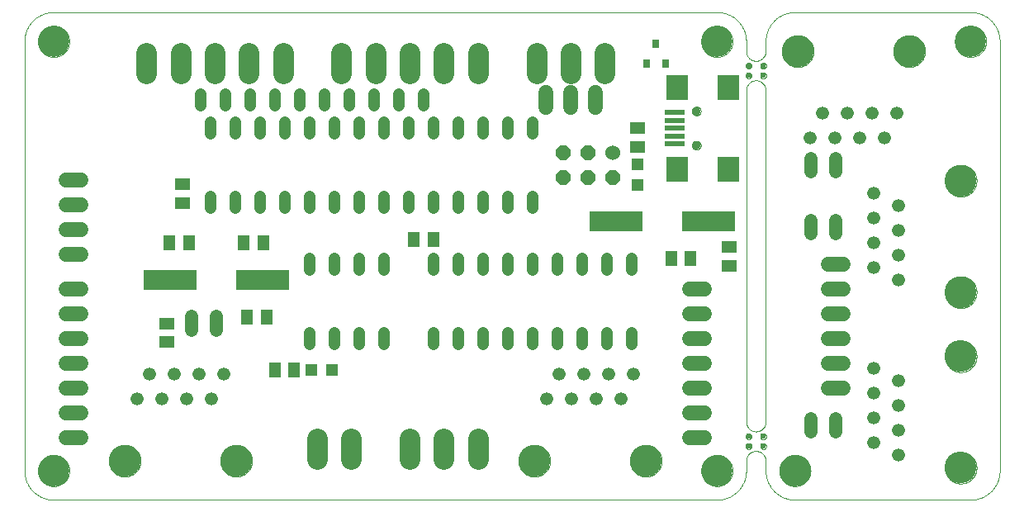
<source format=gts>
G75*
%MOIN*%
%OFA0B0*%
%FSLAX25Y25*%
%IPPOS*%
%LPD*%
%AMOC8*
5,1,8,0,0,1.08239X$1,22.5*
%
%ADD10C,0.00000*%
%ADD11C,0.12598*%
%ADD12C,0.02362*%
%ADD13R,0.04724X0.04724*%
%ADD14R,0.05118X0.06299*%
%ADD15R,0.06299X0.05118*%
%ADD16C,0.04800*%
%ADD17C,0.05250*%
%ADD18C,0.12800*%
%ADD19C,0.05400*%
%ADD20R,0.21654X0.07874*%
%ADD21R,0.05906X0.05118*%
%ADD22R,0.05118X0.05906*%
%ADD23C,0.06000*%
%ADD24OC8,0.06000*%
%ADD25C,0.06000*%
%ADD26R,0.03100X0.03500*%
%ADD27C,0.08400*%
%ADD28R,0.08661X0.09843*%
%ADD29R,0.07874X0.01969*%
%ADD30C,0.03543*%
D10*
X0013611Y0020494D02*
X0281328Y0020494D01*
X0281328Y0020495D02*
X0281613Y0020498D01*
X0281899Y0020509D01*
X0282184Y0020526D01*
X0282468Y0020550D01*
X0282752Y0020581D01*
X0283035Y0020619D01*
X0283316Y0020664D01*
X0283597Y0020715D01*
X0283877Y0020773D01*
X0284155Y0020838D01*
X0284431Y0020910D01*
X0284705Y0020988D01*
X0284978Y0021073D01*
X0285248Y0021165D01*
X0285516Y0021263D01*
X0285782Y0021367D01*
X0286045Y0021478D01*
X0286305Y0021595D01*
X0286563Y0021718D01*
X0286817Y0021848D01*
X0287068Y0021984D01*
X0287316Y0022125D01*
X0287560Y0022273D01*
X0287801Y0022426D01*
X0288037Y0022586D01*
X0288270Y0022751D01*
X0288499Y0022921D01*
X0288724Y0023097D01*
X0288944Y0023279D01*
X0289160Y0023465D01*
X0289371Y0023657D01*
X0289578Y0023854D01*
X0289780Y0024056D01*
X0289977Y0024263D01*
X0290169Y0024474D01*
X0290355Y0024690D01*
X0290537Y0024910D01*
X0290713Y0025135D01*
X0290883Y0025364D01*
X0291048Y0025597D01*
X0291208Y0025833D01*
X0291361Y0026074D01*
X0291509Y0026318D01*
X0291650Y0026566D01*
X0291786Y0026817D01*
X0291916Y0027071D01*
X0292039Y0027329D01*
X0292156Y0027589D01*
X0292267Y0027852D01*
X0292371Y0028118D01*
X0292469Y0028386D01*
X0292561Y0028656D01*
X0292646Y0028929D01*
X0292724Y0029203D01*
X0292796Y0029479D01*
X0292861Y0029757D01*
X0292919Y0030037D01*
X0292970Y0030318D01*
X0293015Y0030599D01*
X0293053Y0030882D01*
X0293084Y0031166D01*
X0293108Y0031450D01*
X0293125Y0031735D01*
X0293136Y0032021D01*
X0293139Y0032306D01*
X0293139Y0036243D01*
X0297076Y0040180D02*
X0297200Y0040178D01*
X0297323Y0040172D01*
X0297447Y0040163D01*
X0297569Y0040149D01*
X0297692Y0040132D01*
X0297814Y0040110D01*
X0297935Y0040085D01*
X0298055Y0040056D01*
X0298174Y0040024D01*
X0298293Y0039987D01*
X0298410Y0039947D01*
X0298525Y0039904D01*
X0298640Y0039856D01*
X0298752Y0039805D01*
X0298863Y0039751D01*
X0298973Y0039693D01*
X0299080Y0039632D01*
X0299186Y0039567D01*
X0299289Y0039499D01*
X0299390Y0039428D01*
X0299489Y0039354D01*
X0299586Y0039277D01*
X0299680Y0039196D01*
X0299771Y0039113D01*
X0299860Y0039027D01*
X0299946Y0038938D01*
X0300029Y0038847D01*
X0300110Y0038753D01*
X0300187Y0038656D01*
X0300261Y0038557D01*
X0300332Y0038456D01*
X0300400Y0038353D01*
X0300465Y0038247D01*
X0300526Y0038140D01*
X0300584Y0038030D01*
X0300638Y0037919D01*
X0300689Y0037807D01*
X0300737Y0037692D01*
X0300780Y0037577D01*
X0300820Y0037460D01*
X0300857Y0037341D01*
X0300889Y0037222D01*
X0300918Y0037102D01*
X0300943Y0036981D01*
X0300965Y0036859D01*
X0300982Y0036736D01*
X0300996Y0036614D01*
X0301005Y0036490D01*
X0301011Y0036367D01*
X0301013Y0036243D01*
X0301013Y0032306D01*
X0297076Y0040180D02*
X0296952Y0040178D01*
X0296829Y0040172D01*
X0296705Y0040163D01*
X0296583Y0040149D01*
X0296460Y0040132D01*
X0296338Y0040110D01*
X0296217Y0040085D01*
X0296097Y0040056D01*
X0295978Y0040024D01*
X0295859Y0039987D01*
X0295742Y0039947D01*
X0295627Y0039904D01*
X0295512Y0039856D01*
X0295400Y0039805D01*
X0295289Y0039751D01*
X0295179Y0039693D01*
X0295072Y0039632D01*
X0294966Y0039567D01*
X0294863Y0039499D01*
X0294762Y0039428D01*
X0294663Y0039354D01*
X0294566Y0039277D01*
X0294472Y0039196D01*
X0294381Y0039113D01*
X0294292Y0039027D01*
X0294206Y0038938D01*
X0294123Y0038847D01*
X0294042Y0038753D01*
X0293965Y0038656D01*
X0293891Y0038557D01*
X0293820Y0038456D01*
X0293752Y0038353D01*
X0293687Y0038247D01*
X0293626Y0038140D01*
X0293568Y0038030D01*
X0293514Y0037919D01*
X0293463Y0037807D01*
X0293415Y0037692D01*
X0293372Y0037577D01*
X0293332Y0037460D01*
X0293295Y0037341D01*
X0293263Y0037222D01*
X0293234Y0037102D01*
X0293209Y0036981D01*
X0293187Y0036859D01*
X0293170Y0036736D01*
X0293156Y0036614D01*
X0293147Y0036490D01*
X0293141Y0036367D01*
X0293139Y0036243D01*
X0292942Y0042148D02*
X0292944Y0042217D01*
X0292950Y0042285D01*
X0292960Y0042353D01*
X0292974Y0042420D01*
X0292992Y0042487D01*
X0293013Y0042552D01*
X0293039Y0042616D01*
X0293068Y0042678D01*
X0293100Y0042738D01*
X0293136Y0042797D01*
X0293176Y0042853D01*
X0293218Y0042907D01*
X0293264Y0042958D01*
X0293313Y0043007D01*
X0293364Y0043053D01*
X0293418Y0043095D01*
X0293474Y0043135D01*
X0293532Y0043171D01*
X0293593Y0043203D01*
X0293655Y0043232D01*
X0293719Y0043258D01*
X0293784Y0043279D01*
X0293851Y0043297D01*
X0293918Y0043311D01*
X0293986Y0043321D01*
X0294054Y0043327D01*
X0294123Y0043329D01*
X0294192Y0043327D01*
X0294260Y0043321D01*
X0294328Y0043311D01*
X0294395Y0043297D01*
X0294462Y0043279D01*
X0294527Y0043258D01*
X0294591Y0043232D01*
X0294653Y0043203D01*
X0294713Y0043171D01*
X0294772Y0043135D01*
X0294828Y0043095D01*
X0294882Y0043053D01*
X0294933Y0043007D01*
X0294982Y0042958D01*
X0295028Y0042907D01*
X0295070Y0042853D01*
X0295110Y0042797D01*
X0295146Y0042738D01*
X0295178Y0042678D01*
X0295207Y0042616D01*
X0295233Y0042552D01*
X0295254Y0042487D01*
X0295272Y0042420D01*
X0295286Y0042353D01*
X0295296Y0042285D01*
X0295302Y0042217D01*
X0295304Y0042148D01*
X0295302Y0042079D01*
X0295296Y0042011D01*
X0295286Y0041943D01*
X0295272Y0041876D01*
X0295254Y0041809D01*
X0295233Y0041744D01*
X0295207Y0041680D01*
X0295178Y0041618D01*
X0295146Y0041557D01*
X0295110Y0041499D01*
X0295070Y0041443D01*
X0295028Y0041389D01*
X0294982Y0041338D01*
X0294933Y0041289D01*
X0294882Y0041243D01*
X0294828Y0041201D01*
X0294772Y0041161D01*
X0294714Y0041125D01*
X0294653Y0041093D01*
X0294591Y0041064D01*
X0294527Y0041038D01*
X0294462Y0041017D01*
X0294395Y0040999D01*
X0294328Y0040985D01*
X0294260Y0040975D01*
X0294192Y0040969D01*
X0294123Y0040967D01*
X0294054Y0040969D01*
X0293986Y0040975D01*
X0293918Y0040985D01*
X0293851Y0040999D01*
X0293784Y0041017D01*
X0293719Y0041038D01*
X0293655Y0041064D01*
X0293593Y0041093D01*
X0293532Y0041125D01*
X0293474Y0041161D01*
X0293418Y0041201D01*
X0293364Y0041243D01*
X0293313Y0041289D01*
X0293264Y0041338D01*
X0293218Y0041389D01*
X0293176Y0041443D01*
X0293136Y0041499D01*
X0293100Y0041557D01*
X0293068Y0041618D01*
X0293039Y0041680D01*
X0293013Y0041744D01*
X0292992Y0041809D01*
X0292974Y0041876D01*
X0292960Y0041943D01*
X0292950Y0042011D01*
X0292944Y0042079D01*
X0292942Y0042148D01*
X0298847Y0042148D02*
X0298849Y0042217D01*
X0298855Y0042285D01*
X0298865Y0042353D01*
X0298879Y0042420D01*
X0298897Y0042487D01*
X0298918Y0042552D01*
X0298944Y0042616D01*
X0298973Y0042678D01*
X0299005Y0042738D01*
X0299041Y0042797D01*
X0299081Y0042853D01*
X0299123Y0042907D01*
X0299169Y0042958D01*
X0299218Y0043007D01*
X0299269Y0043053D01*
X0299323Y0043095D01*
X0299379Y0043135D01*
X0299437Y0043171D01*
X0299498Y0043203D01*
X0299560Y0043232D01*
X0299624Y0043258D01*
X0299689Y0043279D01*
X0299756Y0043297D01*
X0299823Y0043311D01*
X0299891Y0043321D01*
X0299959Y0043327D01*
X0300028Y0043329D01*
X0300097Y0043327D01*
X0300165Y0043321D01*
X0300233Y0043311D01*
X0300300Y0043297D01*
X0300367Y0043279D01*
X0300432Y0043258D01*
X0300496Y0043232D01*
X0300558Y0043203D01*
X0300618Y0043171D01*
X0300677Y0043135D01*
X0300733Y0043095D01*
X0300787Y0043053D01*
X0300838Y0043007D01*
X0300887Y0042958D01*
X0300933Y0042907D01*
X0300975Y0042853D01*
X0301015Y0042797D01*
X0301051Y0042738D01*
X0301083Y0042678D01*
X0301112Y0042616D01*
X0301138Y0042552D01*
X0301159Y0042487D01*
X0301177Y0042420D01*
X0301191Y0042353D01*
X0301201Y0042285D01*
X0301207Y0042217D01*
X0301209Y0042148D01*
X0301207Y0042079D01*
X0301201Y0042011D01*
X0301191Y0041943D01*
X0301177Y0041876D01*
X0301159Y0041809D01*
X0301138Y0041744D01*
X0301112Y0041680D01*
X0301083Y0041618D01*
X0301051Y0041557D01*
X0301015Y0041499D01*
X0300975Y0041443D01*
X0300933Y0041389D01*
X0300887Y0041338D01*
X0300838Y0041289D01*
X0300787Y0041243D01*
X0300733Y0041201D01*
X0300677Y0041161D01*
X0300619Y0041125D01*
X0300558Y0041093D01*
X0300496Y0041064D01*
X0300432Y0041038D01*
X0300367Y0041017D01*
X0300300Y0040999D01*
X0300233Y0040985D01*
X0300165Y0040975D01*
X0300097Y0040969D01*
X0300028Y0040967D01*
X0299959Y0040969D01*
X0299891Y0040975D01*
X0299823Y0040985D01*
X0299756Y0040999D01*
X0299689Y0041017D01*
X0299624Y0041038D01*
X0299560Y0041064D01*
X0299498Y0041093D01*
X0299437Y0041125D01*
X0299379Y0041161D01*
X0299323Y0041201D01*
X0299269Y0041243D01*
X0299218Y0041289D01*
X0299169Y0041338D01*
X0299123Y0041389D01*
X0299081Y0041443D01*
X0299041Y0041499D01*
X0299005Y0041557D01*
X0298973Y0041618D01*
X0298944Y0041680D01*
X0298918Y0041744D01*
X0298897Y0041809D01*
X0298879Y0041876D01*
X0298865Y0041943D01*
X0298855Y0042011D01*
X0298849Y0042079D01*
X0298847Y0042148D01*
X0298847Y0046085D02*
X0298849Y0046154D01*
X0298855Y0046222D01*
X0298865Y0046290D01*
X0298879Y0046357D01*
X0298897Y0046424D01*
X0298918Y0046489D01*
X0298944Y0046553D01*
X0298973Y0046615D01*
X0299005Y0046675D01*
X0299041Y0046734D01*
X0299081Y0046790D01*
X0299123Y0046844D01*
X0299169Y0046895D01*
X0299218Y0046944D01*
X0299269Y0046990D01*
X0299323Y0047032D01*
X0299379Y0047072D01*
X0299437Y0047108D01*
X0299498Y0047140D01*
X0299560Y0047169D01*
X0299624Y0047195D01*
X0299689Y0047216D01*
X0299756Y0047234D01*
X0299823Y0047248D01*
X0299891Y0047258D01*
X0299959Y0047264D01*
X0300028Y0047266D01*
X0300097Y0047264D01*
X0300165Y0047258D01*
X0300233Y0047248D01*
X0300300Y0047234D01*
X0300367Y0047216D01*
X0300432Y0047195D01*
X0300496Y0047169D01*
X0300558Y0047140D01*
X0300618Y0047108D01*
X0300677Y0047072D01*
X0300733Y0047032D01*
X0300787Y0046990D01*
X0300838Y0046944D01*
X0300887Y0046895D01*
X0300933Y0046844D01*
X0300975Y0046790D01*
X0301015Y0046734D01*
X0301051Y0046675D01*
X0301083Y0046615D01*
X0301112Y0046553D01*
X0301138Y0046489D01*
X0301159Y0046424D01*
X0301177Y0046357D01*
X0301191Y0046290D01*
X0301201Y0046222D01*
X0301207Y0046154D01*
X0301209Y0046085D01*
X0301207Y0046016D01*
X0301201Y0045948D01*
X0301191Y0045880D01*
X0301177Y0045813D01*
X0301159Y0045746D01*
X0301138Y0045681D01*
X0301112Y0045617D01*
X0301083Y0045555D01*
X0301051Y0045494D01*
X0301015Y0045436D01*
X0300975Y0045380D01*
X0300933Y0045326D01*
X0300887Y0045275D01*
X0300838Y0045226D01*
X0300787Y0045180D01*
X0300733Y0045138D01*
X0300677Y0045098D01*
X0300619Y0045062D01*
X0300558Y0045030D01*
X0300496Y0045001D01*
X0300432Y0044975D01*
X0300367Y0044954D01*
X0300300Y0044936D01*
X0300233Y0044922D01*
X0300165Y0044912D01*
X0300097Y0044906D01*
X0300028Y0044904D01*
X0299959Y0044906D01*
X0299891Y0044912D01*
X0299823Y0044922D01*
X0299756Y0044936D01*
X0299689Y0044954D01*
X0299624Y0044975D01*
X0299560Y0045001D01*
X0299498Y0045030D01*
X0299437Y0045062D01*
X0299379Y0045098D01*
X0299323Y0045138D01*
X0299269Y0045180D01*
X0299218Y0045226D01*
X0299169Y0045275D01*
X0299123Y0045326D01*
X0299081Y0045380D01*
X0299041Y0045436D01*
X0299005Y0045494D01*
X0298973Y0045555D01*
X0298944Y0045617D01*
X0298918Y0045681D01*
X0298897Y0045746D01*
X0298879Y0045813D01*
X0298865Y0045880D01*
X0298855Y0045948D01*
X0298849Y0046016D01*
X0298847Y0046085D01*
X0292942Y0046085D02*
X0292944Y0046154D01*
X0292950Y0046222D01*
X0292960Y0046290D01*
X0292974Y0046357D01*
X0292992Y0046424D01*
X0293013Y0046489D01*
X0293039Y0046553D01*
X0293068Y0046615D01*
X0293100Y0046675D01*
X0293136Y0046734D01*
X0293176Y0046790D01*
X0293218Y0046844D01*
X0293264Y0046895D01*
X0293313Y0046944D01*
X0293364Y0046990D01*
X0293418Y0047032D01*
X0293474Y0047072D01*
X0293532Y0047108D01*
X0293593Y0047140D01*
X0293655Y0047169D01*
X0293719Y0047195D01*
X0293784Y0047216D01*
X0293851Y0047234D01*
X0293918Y0047248D01*
X0293986Y0047258D01*
X0294054Y0047264D01*
X0294123Y0047266D01*
X0294192Y0047264D01*
X0294260Y0047258D01*
X0294328Y0047248D01*
X0294395Y0047234D01*
X0294462Y0047216D01*
X0294527Y0047195D01*
X0294591Y0047169D01*
X0294653Y0047140D01*
X0294713Y0047108D01*
X0294772Y0047072D01*
X0294828Y0047032D01*
X0294882Y0046990D01*
X0294933Y0046944D01*
X0294982Y0046895D01*
X0295028Y0046844D01*
X0295070Y0046790D01*
X0295110Y0046734D01*
X0295146Y0046675D01*
X0295178Y0046615D01*
X0295207Y0046553D01*
X0295233Y0046489D01*
X0295254Y0046424D01*
X0295272Y0046357D01*
X0295286Y0046290D01*
X0295296Y0046222D01*
X0295302Y0046154D01*
X0295304Y0046085D01*
X0295302Y0046016D01*
X0295296Y0045948D01*
X0295286Y0045880D01*
X0295272Y0045813D01*
X0295254Y0045746D01*
X0295233Y0045681D01*
X0295207Y0045617D01*
X0295178Y0045555D01*
X0295146Y0045494D01*
X0295110Y0045436D01*
X0295070Y0045380D01*
X0295028Y0045326D01*
X0294982Y0045275D01*
X0294933Y0045226D01*
X0294882Y0045180D01*
X0294828Y0045138D01*
X0294772Y0045098D01*
X0294714Y0045062D01*
X0294653Y0045030D01*
X0294591Y0045001D01*
X0294527Y0044975D01*
X0294462Y0044954D01*
X0294395Y0044936D01*
X0294328Y0044922D01*
X0294260Y0044912D01*
X0294192Y0044906D01*
X0294123Y0044904D01*
X0294054Y0044906D01*
X0293986Y0044912D01*
X0293918Y0044922D01*
X0293851Y0044936D01*
X0293784Y0044954D01*
X0293719Y0044975D01*
X0293655Y0045001D01*
X0293593Y0045030D01*
X0293532Y0045062D01*
X0293474Y0045098D01*
X0293418Y0045138D01*
X0293364Y0045180D01*
X0293313Y0045226D01*
X0293264Y0045275D01*
X0293218Y0045326D01*
X0293176Y0045380D01*
X0293136Y0045436D01*
X0293100Y0045494D01*
X0293068Y0045555D01*
X0293039Y0045617D01*
X0293013Y0045681D01*
X0292992Y0045746D01*
X0292974Y0045813D01*
X0292960Y0045880D01*
X0292950Y0045948D01*
X0292944Y0046016D01*
X0292942Y0046085D01*
X0293139Y0051991D02*
X0293139Y0185849D01*
X0293141Y0185973D01*
X0293147Y0186096D01*
X0293156Y0186220D01*
X0293170Y0186342D01*
X0293187Y0186465D01*
X0293209Y0186587D01*
X0293234Y0186708D01*
X0293263Y0186828D01*
X0293295Y0186947D01*
X0293332Y0187066D01*
X0293372Y0187183D01*
X0293415Y0187298D01*
X0293463Y0187413D01*
X0293514Y0187525D01*
X0293568Y0187636D01*
X0293626Y0187746D01*
X0293687Y0187853D01*
X0293752Y0187959D01*
X0293820Y0188062D01*
X0293891Y0188163D01*
X0293965Y0188262D01*
X0294042Y0188359D01*
X0294123Y0188453D01*
X0294206Y0188544D01*
X0294292Y0188633D01*
X0294381Y0188719D01*
X0294472Y0188802D01*
X0294566Y0188883D01*
X0294663Y0188960D01*
X0294762Y0189034D01*
X0294863Y0189105D01*
X0294966Y0189173D01*
X0295072Y0189238D01*
X0295179Y0189299D01*
X0295289Y0189357D01*
X0295400Y0189411D01*
X0295512Y0189462D01*
X0295627Y0189510D01*
X0295742Y0189553D01*
X0295859Y0189593D01*
X0295978Y0189630D01*
X0296097Y0189662D01*
X0296217Y0189691D01*
X0296338Y0189716D01*
X0296460Y0189738D01*
X0296583Y0189755D01*
X0296705Y0189769D01*
X0296829Y0189778D01*
X0296952Y0189784D01*
X0297076Y0189786D01*
X0298847Y0191754D02*
X0298849Y0191823D01*
X0298855Y0191891D01*
X0298865Y0191959D01*
X0298879Y0192026D01*
X0298897Y0192093D01*
X0298918Y0192158D01*
X0298944Y0192222D01*
X0298973Y0192284D01*
X0299005Y0192344D01*
X0299041Y0192403D01*
X0299081Y0192459D01*
X0299123Y0192513D01*
X0299169Y0192564D01*
X0299218Y0192613D01*
X0299269Y0192659D01*
X0299323Y0192701D01*
X0299379Y0192741D01*
X0299437Y0192777D01*
X0299498Y0192809D01*
X0299560Y0192838D01*
X0299624Y0192864D01*
X0299689Y0192885D01*
X0299756Y0192903D01*
X0299823Y0192917D01*
X0299891Y0192927D01*
X0299959Y0192933D01*
X0300028Y0192935D01*
X0300097Y0192933D01*
X0300165Y0192927D01*
X0300233Y0192917D01*
X0300300Y0192903D01*
X0300367Y0192885D01*
X0300432Y0192864D01*
X0300496Y0192838D01*
X0300558Y0192809D01*
X0300618Y0192777D01*
X0300677Y0192741D01*
X0300733Y0192701D01*
X0300787Y0192659D01*
X0300838Y0192613D01*
X0300887Y0192564D01*
X0300933Y0192513D01*
X0300975Y0192459D01*
X0301015Y0192403D01*
X0301051Y0192344D01*
X0301083Y0192284D01*
X0301112Y0192222D01*
X0301138Y0192158D01*
X0301159Y0192093D01*
X0301177Y0192026D01*
X0301191Y0191959D01*
X0301201Y0191891D01*
X0301207Y0191823D01*
X0301209Y0191754D01*
X0301207Y0191685D01*
X0301201Y0191617D01*
X0301191Y0191549D01*
X0301177Y0191482D01*
X0301159Y0191415D01*
X0301138Y0191350D01*
X0301112Y0191286D01*
X0301083Y0191224D01*
X0301051Y0191163D01*
X0301015Y0191105D01*
X0300975Y0191049D01*
X0300933Y0190995D01*
X0300887Y0190944D01*
X0300838Y0190895D01*
X0300787Y0190849D01*
X0300733Y0190807D01*
X0300677Y0190767D01*
X0300619Y0190731D01*
X0300558Y0190699D01*
X0300496Y0190670D01*
X0300432Y0190644D01*
X0300367Y0190623D01*
X0300300Y0190605D01*
X0300233Y0190591D01*
X0300165Y0190581D01*
X0300097Y0190575D01*
X0300028Y0190573D01*
X0299959Y0190575D01*
X0299891Y0190581D01*
X0299823Y0190591D01*
X0299756Y0190605D01*
X0299689Y0190623D01*
X0299624Y0190644D01*
X0299560Y0190670D01*
X0299498Y0190699D01*
X0299437Y0190731D01*
X0299379Y0190767D01*
X0299323Y0190807D01*
X0299269Y0190849D01*
X0299218Y0190895D01*
X0299169Y0190944D01*
X0299123Y0190995D01*
X0299081Y0191049D01*
X0299041Y0191105D01*
X0299005Y0191163D01*
X0298973Y0191224D01*
X0298944Y0191286D01*
X0298918Y0191350D01*
X0298897Y0191415D01*
X0298879Y0191482D01*
X0298865Y0191549D01*
X0298855Y0191617D01*
X0298849Y0191685D01*
X0298847Y0191754D01*
X0292942Y0191754D02*
X0292944Y0191823D01*
X0292950Y0191891D01*
X0292960Y0191959D01*
X0292974Y0192026D01*
X0292992Y0192093D01*
X0293013Y0192158D01*
X0293039Y0192222D01*
X0293068Y0192284D01*
X0293100Y0192344D01*
X0293136Y0192403D01*
X0293176Y0192459D01*
X0293218Y0192513D01*
X0293264Y0192564D01*
X0293313Y0192613D01*
X0293364Y0192659D01*
X0293418Y0192701D01*
X0293474Y0192741D01*
X0293532Y0192777D01*
X0293593Y0192809D01*
X0293655Y0192838D01*
X0293719Y0192864D01*
X0293784Y0192885D01*
X0293851Y0192903D01*
X0293918Y0192917D01*
X0293986Y0192927D01*
X0294054Y0192933D01*
X0294123Y0192935D01*
X0294192Y0192933D01*
X0294260Y0192927D01*
X0294328Y0192917D01*
X0294395Y0192903D01*
X0294462Y0192885D01*
X0294527Y0192864D01*
X0294591Y0192838D01*
X0294653Y0192809D01*
X0294713Y0192777D01*
X0294772Y0192741D01*
X0294828Y0192701D01*
X0294882Y0192659D01*
X0294933Y0192613D01*
X0294982Y0192564D01*
X0295028Y0192513D01*
X0295070Y0192459D01*
X0295110Y0192403D01*
X0295146Y0192344D01*
X0295178Y0192284D01*
X0295207Y0192222D01*
X0295233Y0192158D01*
X0295254Y0192093D01*
X0295272Y0192026D01*
X0295286Y0191959D01*
X0295296Y0191891D01*
X0295302Y0191823D01*
X0295304Y0191754D01*
X0295302Y0191685D01*
X0295296Y0191617D01*
X0295286Y0191549D01*
X0295272Y0191482D01*
X0295254Y0191415D01*
X0295233Y0191350D01*
X0295207Y0191286D01*
X0295178Y0191224D01*
X0295146Y0191163D01*
X0295110Y0191105D01*
X0295070Y0191049D01*
X0295028Y0190995D01*
X0294982Y0190944D01*
X0294933Y0190895D01*
X0294882Y0190849D01*
X0294828Y0190807D01*
X0294772Y0190767D01*
X0294714Y0190731D01*
X0294653Y0190699D01*
X0294591Y0190670D01*
X0294527Y0190644D01*
X0294462Y0190623D01*
X0294395Y0190605D01*
X0294328Y0190591D01*
X0294260Y0190581D01*
X0294192Y0190575D01*
X0294123Y0190573D01*
X0294054Y0190575D01*
X0293986Y0190581D01*
X0293918Y0190591D01*
X0293851Y0190605D01*
X0293784Y0190623D01*
X0293719Y0190644D01*
X0293655Y0190670D01*
X0293593Y0190699D01*
X0293532Y0190731D01*
X0293474Y0190767D01*
X0293418Y0190807D01*
X0293364Y0190849D01*
X0293313Y0190895D01*
X0293264Y0190944D01*
X0293218Y0190995D01*
X0293176Y0191049D01*
X0293136Y0191105D01*
X0293100Y0191163D01*
X0293068Y0191224D01*
X0293039Y0191286D01*
X0293013Y0191350D01*
X0292992Y0191415D01*
X0292974Y0191482D01*
X0292960Y0191549D01*
X0292950Y0191617D01*
X0292944Y0191685D01*
X0292942Y0191754D01*
X0292942Y0195691D02*
X0292944Y0195760D01*
X0292950Y0195828D01*
X0292960Y0195896D01*
X0292974Y0195963D01*
X0292992Y0196030D01*
X0293013Y0196095D01*
X0293039Y0196159D01*
X0293068Y0196221D01*
X0293100Y0196281D01*
X0293136Y0196340D01*
X0293176Y0196396D01*
X0293218Y0196450D01*
X0293264Y0196501D01*
X0293313Y0196550D01*
X0293364Y0196596D01*
X0293418Y0196638D01*
X0293474Y0196678D01*
X0293532Y0196714D01*
X0293593Y0196746D01*
X0293655Y0196775D01*
X0293719Y0196801D01*
X0293784Y0196822D01*
X0293851Y0196840D01*
X0293918Y0196854D01*
X0293986Y0196864D01*
X0294054Y0196870D01*
X0294123Y0196872D01*
X0294192Y0196870D01*
X0294260Y0196864D01*
X0294328Y0196854D01*
X0294395Y0196840D01*
X0294462Y0196822D01*
X0294527Y0196801D01*
X0294591Y0196775D01*
X0294653Y0196746D01*
X0294713Y0196714D01*
X0294772Y0196678D01*
X0294828Y0196638D01*
X0294882Y0196596D01*
X0294933Y0196550D01*
X0294982Y0196501D01*
X0295028Y0196450D01*
X0295070Y0196396D01*
X0295110Y0196340D01*
X0295146Y0196281D01*
X0295178Y0196221D01*
X0295207Y0196159D01*
X0295233Y0196095D01*
X0295254Y0196030D01*
X0295272Y0195963D01*
X0295286Y0195896D01*
X0295296Y0195828D01*
X0295302Y0195760D01*
X0295304Y0195691D01*
X0295302Y0195622D01*
X0295296Y0195554D01*
X0295286Y0195486D01*
X0295272Y0195419D01*
X0295254Y0195352D01*
X0295233Y0195287D01*
X0295207Y0195223D01*
X0295178Y0195161D01*
X0295146Y0195100D01*
X0295110Y0195042D01*
X0295070Y0194986D01*
X0295028Y0194932D01*
X0294982Y0194881D01*
X0294933Y0194832D01*
X0294882Y0194786D01*
X0294828Y0194744D01*
X0294772Y0194704D01*
X0294714Y0194668D01*
X0294653Y0194636D01*
X0294591Y0194607D01*
X0294527Y0194581D01*
X0294462Y0194560D01*
X0294395Y0194542D01*
X0294328Y0194528D01*
X0294260Y0194518D01*
X0294192Y0194512D01*
X0294123Y0194510D01*
X0294054Y0194512D01*
X0293986Y0194518D01*
X0293918Y0194528D01*
X0293851Y0194542D01*
X0293784Y0194560D01*
X0293719Y0194581D01*
X0293655Y0194607D01*
X0293593Y0194636D01*
X0293532Y0194668D01*
X0293474Y0194704D01*
X0293418Y0194744D01*
X0293364Y0194786D01*
X0293313Y0194832D01*
X0293264Y0194881D01*
X0293218Y0194932D01*
X0293176Y0194986D01*
X0293136Y0195042D01*
X0293100Y0195100D01*
X0293068Y0195161D01*
X0293039Y0195223D01*
X0293013Y0195287D01*
X0292992Y0195352D01*
X0292974Y0195419D01*
X0292960Y0195486D01*
X0292950Y0195554D01*
X0292944Y0195622D01*
X0292942Y0195691D01*
X0298847Y0195691D02*
X0298849Y0195760D01*
X0298855Y0195828D01*
X0298865Y0195896D01*
X0298879Y0195963D01*
X0298897Y0196030D01*
X0298918Y0196095D01*
X0298944Y0196159D01*
X0298973Y0196221D01*
X0299005Y0196281D01*
X0299041Y0196340D01*
X0299081Y0196396D01*
X0299123Y0196450D01*
X0299169Y0196501D01*
X0299218Y0196550D01*
X0299269Y0196596D01*
X0299323Y0196638D01*
X0299379Y0196678D01*
X0299437Y0196714D01*
X0299498Y0196746D01*
X0299560Y0196775D01*
X0299624Y0196801D01*
X0299689Y0196822D01*
X0299756Y0196840D01*
X0299823Y0196854D01*
X0299891Y0196864D01*
X0299959Y0196870D01*
X0300028Y0196872D01*
X0300097Y0196870D01*
X0300165Y0196864D01*
X0300233Y0196854D01*
X0300300Y0196840D01*
X0300367Y0196822D01*
X0300432Y0196801D01*
X0300496Y0196775D01*
X0300558Y0196746D01*
X0300618Y0196714D01*
X0300677Y0196678D01*
X0300733Y0196638D01*
X0300787Y0196596D01*
X0300838Y0196550D01*
X0300887Y0196501D01*
X0300933Y0196450D01*
X0300975Y0196396D01*
X0301015Y0196340D01*
X0301051Y0196281D01*
X0301083Y0196221D01*
X0301112Y0196159D01*
X0301138Y0196095D01*
X0301159Y0196030D01*
X0301177Y0195963D01*
X0301191Y0195896D01*
X0301201Y0195828D01*
X0301207Y0195760D01*
X0301209Y0195691D01*
X0301207Y0195622D01*
X0301201Y0195554D01*
X0301191Y0195486D01*
X0301177Y0195419D01*
X0301159Y0195352D01*
X0301138Y0195287D01*
X0301112Y0195223D01*
X0301083Y0195161D01*
X0301051Y0195100D01*
X0301015Y0195042D01*
X0300975Y0194986D01*
X0300933Y0194932D01*
X0300887Y0194881D01*
X0300838Y0194832D01*
X0300787Y0194786D01*
X0300733Y0194744D01*
X0300677Y0194704D01*
X0300619Y0194668D01*
X0300558Y0194636D01*
X0300496Y0194607D01*
X0300432Y0194581D01*
X0300367Y0194560D01*
X0300300Y0194542D01*
X0300233Y0194528D01*
X0300165Y0194518D01*
X0300097Y0194512D01*
X0300028Y0194510D01*
X0299959Y0194512D01*
X0299891Y0194518D01*
X0299823Y0194528D01*
X0299756Y0194542D01*
X0299689Y0194560D01*
X0299624Y0194581D01*
X0299560Y0194607D01*
X0299498Y0194636D01*
X0299437Y0194668D01*
X0299379Y0194704D01*
X0299323Y0194744D01*
X0299269Y0194786D01*
X0299218Y0194832D01*
X0299169Y0194881D01*
X0299123Y0194932D01*
X0299081Y0194986D01*
X0299041Y0195042D01*
X0299005Y0195100D01*
X0298973Y0195161D01*
X0298944Y0195223D01*
X0298918Y0195287D01*
X0298897Y0195352D01*
X0298879Y0195419D01*
X0298865Y0195486D01*
X0298855Y0195554D01*
X0298849Y0195622D01*
X0298847Y0195691D01*
X0297076Y0197660D02*
X0297200Y0197662D01*
X0297323Y0197668D01*
X0297447Y0197677D01*
X0297569Y0197691D01*
X0297692Y0197708D01*
X0297814Y0197730D01*
X0297935Y0197755D01*
X0298055Y0197784D01*
X0298174Y0197816D01*
X0298293Y0197853D01*
X0298410Y0197893D01*
X0298525Y0197936D01*
X0298640Y0197984D01*
X0298752Y0198035D01*
X0298863Y0198089D01*
X0298973Y0198147D01*
X0299080Y0198208D01*
X0299186Y0198273D01*
X0299289Y0198341D01*
X0299390Y0198412D01*
X0299489Y0198486D01*
X0299586Y0198563D01*
X0299680Y0198644D01*
X0299771Y0198727D01*
X0299860Y0198813D01*
X0299946Y0198902D01*
X0300029Y0198993D01*
X0300110Y0199087D01*
X0300187Y0199184D01*
X0300261Y0199283D01*
X0300332Y0199384D01*
X0300400Y0199487D01*
X0300465Y0199593D01*
X0300526Y0199700D01*
X0300584Y0199810D01*
X0300638Y0199921D01*
X0300689Y0200033D01*
X0300737Y0200148D01*
X0300780Y0200263D01*
X0300820Y0200380D01*
X0300857Y0200499D01*
X0300889Y0200618D01*
X0300918Y0200738D01*
X0300943Y0200859D01*
X0300965Y0200981D01*
X0300982Y0201104D01*
X0300996Y0201226D01*
X0301005Y0201350D01*
X0301011Y0201473D01*
X0301013Y0201597D01*
X0301013Y0205534D01*
X0293139Y0201597D02*
X0293141Y0201473D01*
X0293147Y0201350D01*
X0293156Y0201226D01*
X0293170Y0201104D01*
X0293187Y0200981D01*
X0293209Y0200859D01*
X0293234Y0200738D01*
X0293263Y0200618D01*
X0293295Y0200499D01*
X0293332Y0200380D01*
X0293372Y0200263D01*
X0293415Y0200148D01*
X0293463Y0200033D01*
X0293514Y0199921D01*
X0293568Y0199810D01*
X0293626Y0199700D01*
X0293687Y0199593D01*
X0293752Y0199487D01*
X0293820Y0199384D01*
X0293891Y0199283D01*
X0293965Y0199184D01*
X0294042Y0199087D01*
X0294123Y0198993D01*
X0294206Y0198902D01*
X0294292Y0198813D01*
X0294381Y0198727D01*
X0294472Y0198644D01*
X0294566Y0198563D01*
X0294663Y0198486D01*
X0294762Y0198412D01*
X0294863Y0198341D01*
X0294966Y0198273D01*
X0295072Y0198208D01*
X0295179Y0198147D01*
X0295289Y0198089D01*
X0295400Y0198035D01*
X0295512Y0197984D01*
X0295627Y0197936D01*
X0295742Y0197893D01*
X0295859Y0197853D01*
X0295978Y0197816D01*
X0296097Y0197784D01*
X0296217Y0197755D01*
X0296338Y0197730D01*
X0296460Y0197708D01*
X0296583Y0197691D01*
X0296705Y0197677D01*
X0296829Y0197668D01*
X0296952Y0197662D01*
X0297076Y0197660D01*
X0293139Y0201597D02*
X0293139Y0205534D01*
X0293136Y0205819D01*
X0293125Y0206105D01*
X0293108Y0206390D01*
X0293084Y0206674D01*
X0293053Y0206958D01*
X0293015Y0207241D01*
X0292970Y0207522D01*
X0292919Y0207803D01*
X0292861Y0208083D01*
X0292796Y0208361D01*
X0292724Y0208637D01*
X0292646Y0208911D01*
X0292561Y0209184D01*
X0292469Y0209454D01*
X0292371Y0209722D01*
X0292267Y0209988D01*
X0292156Y0210251D01*
X0292039Y0210511D01*
X0291916Y0210769D01*
X0291786Y0211023D01*
X0291650Y0211274D01*
X0291509Y0211522D01*
X0291361Y0211766D01*
X0291208Y0212007D01*
X0291048Y0212243D01*
X0290883Y0212476D01*
X0290713Y0212705D01*
X0290537Y0212930D01*
X0290355Y0213150D01*
X0290169Y0213366D01*
X0289977Y0213577D01*
X0289780Y0213784D01*
X0289578Y0213986D01*
X0289371Y0214183D01*
X0289160Y0214375D01*
X0288944Y0214561D01*
X0288724Y0214743D01*
X0288499Y0214919D01*
X0288270Y0215089D01*
X0288037Y0215254D01*
X0287801Y0215414D01*
X0287560Y0215567D01*
X0287316Y0215715D01*
X0287068Y0215856D01*
X0286817Y0215992D01*
X0286563Y0216122D01*
X0286305Y0216245D01*
X0286045Y0216362D01*
X0285782Y0216473D01*
X0285516Y0216577D01*
X0285248Y0216675D01*
X0284978Y0216767D01*
X0284705Y0216852D01*
X0284431Y0216930D01*
X0284155Y0217002D01*
X0283877Y0217067D01*
X0283597Y0217125D01*
X0283316Y0217176D01*
X0283035Y0217221D01*
X0282752Y0217259D01*
X0282468Y0217290D01*
X0282184Y0217314D01*
X0281899Y0217331D01*
X0281613Y0217342D01*
X0281328Y0217345D01*
X0013611Y0217345D01*
X0013326Y0217342D01*
X0013040Y0217331D01*
X0012755Y0217314D01*
X0012471Y0217290D01*
X0012187Y0217259D01*
X0011904Y0217221D01*
X0011623Y0217176D01*
X0011342Y0217125D01*
X0011062Y0217067D01*
X0010784Y0217002D01*
X0010508Y0216930D01*
X0010234Y0216852D01*
X0009961Y0216767D01*
X0009691Y0216675D01*
X0009423Y0216577D01*
X0009157Y0216473D01*
X0008894Y0216362D01*
X0008634Y0216245D01*
X0008376Y0216122D01*
X0008122Y0215992D01*
X0007871Y0215856D01*
X0007623Y0215715D01*
X0007379Y0215567D01*
X0007138Y0215414D01*
X0006902Y0215254D01*
X0006669Y0215089D01*
X0006440Y0214919D01*
X0006215Y0214743D01*
X0005995Y0214561D01*
X0005779Y0214375D01*
X0005568Y0214183D01*
X0005361Y0213986D01*
X0005159Y0213784D01*
X0004962Y0213577D01*
X0004770Y0213366D01*
X0004584Y0213150D01*
X0004402Y0212930D01*
X0004226Y0212705D01*
X0004056Y0212476D01*
X0003891Y0212243D01*
X0003731Y0212007D01*
X0003578Y0211766D01*
X0003430Y0211522D01*
X0003289Y0211274D01*
X0003153Y0211023D01*
X0003023Y0210769D01*
X0002900Y0210511D01*
X0002783Y0210251D01*
X0002672Y0209988D01*
X0002568Y0209722D01*
X0002470Y0209454D01*
X0002378Y0209184D01*
X0002293Y0208911D01*
X0002215Y0208637D01*
X0002143Y0208361D01*
X0002078Y0208083D01*
X0002020Y0207803D01*
X0001969Y0207522D01*
X0001924Y0207241D01*
X0001886Y0206958D01*
X0001855Y0206674D01*
X0001831Y0206390D01*
X0001814Y0206105D01*
X0001803Y0205819D01*
X0001800Y0205534D01*
X0001800Y0032306D01*
X0001803Y0032021D01*
X0001814Y0031735D01*
X0001831Y0031450D01*
X0001855Y0031166D01*
X0001886Y0030882D01*
X0001924Y0030599D01*
X0001969Y0030318D01*
X0002020Y0030037D01*
X0002078Y0029757D01*
X0002143Y0029479D01*
X0002215Y0029203D01*
X0002293Y0028929D01*
X0002378Y0028656D01*
X0002470Y0028386D01*
X0002568Y0028118D01*
X0002672Y0027852D01*
X0002783Y0027589D01*
X0002900Y0027329D01*
X0003023Y0027071D01*
X0003153Y0026817D01*
X0003289Y0026566D01*
X0003430Y0026318D01*
X0003578Y0026074D01*
X0003731Y0025833D01*
X0003891Y0025597D01*
X0004056Y0025364D01*
X0004226Y0025135D01*
X0004402Y0024910D01*
X0004584Y0024690D01*
X0004770Y0024474D01*
X0004962Y0024263D01*
X0005159Y0024056D01*
X0005361Y0023854D01*
X0005568Y0023657D01*
X0005779Y0023465D01*
X0005995Y0023279D01*
X0006215Y0023097D01*
X0006440Y0022921D01*
X0006669Y0022751D01*
X0006902Y0022586D01*
X0007138Y0022426D01*
X0007379Y0022273D01*
X0007623Y0022125D01*
X0007871Y0021984D01*
X0008122Y0021848D01*
X0008376Y0021718D01*
X0008634Y0021595D01*
X0008894Y0021478D01*
X0009157Y0021367D01*
X0009423Y0021263D01*
X0009691Y0021165D01*
X0009961Y0021073D01*
X0010234Y0020988D01*
X0010508Y0020910D01*
X0010784Y0020838D01*
X0011062Y0020773D01*
X0011342Y0020715D01*
X0011623Y0020664D01*
X0011904Y0020619D01*
X0012187Y0020581D01*
X0012471Y0020550D01*
X0012755Y0020526D01*
X0013040Y0020509D01*
X0013326Y0020498D01*
X0013611Y0020495D01*
X0007312Y0032306D02*
X0007314Y0032464D01*
X0007320Y0032622D01*
X0007330Y0032780D01*
X0007344Y0032938D01*
X0007362Y0033095D01*
X0007383Y0033252D01*
X0007409Y0033408D01*
X0007439Y0033564D01*
X0007472Y0033719D01*
X0007510Y0033872D01*
X0007551Y0034025D01*
X0007596Y0034177D01*
X0007645Y0034328D01*
X0007698Y0034477D01*
X0007754Y0034625D01*
X0007814Y0034771D01*
X0007878Y0034916D01*
X0007946Y0035059D01*
X0008017Y0035201D01*
X0008091Y0035341D01*
X0008169Y0035478D01*
X0008251Y0035614D01*
X0008335Y0035748D01*
X0008424Y0035879D01*
X0008515Y0036008D01*
X0008610Y0036135D01*
X0008707Y0036260D01*
X0008808Y0036382D01*
X0008912Y0036501D01*
X0009019Y0036618D01*
X0009129Y0036732D01*
X0009242Y0036843D01*
X0009357Y0036952D01*
X0009475Y0037057D01*
X0009596Y0037159D01*
X0009719Y0037259D01*
X0009845Y0037355D01*
X0009973Y0037448D01*
X0010103Y0037538D01*
X0010236Y0037624D01*
X0010371Y0037708D01*
X0010507Y0037787D01*
X0010646Y0037864D01*
X0010787Y0037936D01*
X0010929Y0038006D01*
X0011073Y0038071D01*
X0011219Y0038133D01*
X0011366Y0038191D01*
X0011515Y0038246D01*
X0011665Y0038297D01*
X0011816Y0038344D01*
X0011968Y0038387D01*
X0012121Y0038426D01*
X0012276Y0038462D01*
X0012431Y0038493D01*
X0012587Y0038521D01*
X0012743Y0038545D01*
X0012900Y0038565D01*
X0013058Y0038581D01*
X0013215Y0038593D01*
X0013374Y0038601D01*
X0013532Y0038605D01*
X0013690Y0038605D01*
X0013848Y0038601D01*
X0014007Y0038593D01*
X0014164Y0038581D01*
X0014322Y0038565D01*
X0014479Y0038545D01*
X0014635Y0038521D01*
X0014791Y0038493D01*
X0014946Y0038462D01*
X0015101Y0038426D01*
X0015254Y0038387D01*
X0015406Y0038344D01*
X0015557Y0038297D01*
X0015707Y0038246D01*
X0015856Y0038191D01*
X0016003Y0038133D01*
X0016149Y0038071D01*
X0016293Y0038006D01*
X0016435Y0037936D01*
X0016576Y0037864D01*
X0016715Y0037787D01*
X0016851Y0037708D01*
X0016986Y0037624D01*
X0017119Y0037538D01*
X0017249Y0037448D01*
X0017377Y0037355D01*
X0017503Y0037259D01*
X0017626Y0037159D01*
X0017747Y0037057D01*
X0017865Y0036952D01*
X0017980Y0036843D01*
X0018093Y0036732D01*
X0018203Y0036618D01*
X0018310Y0036501D01*
X0018414Y0036382D01*
X0018515Y0036260D01*
X0018612Y0036135D01*
X0018707Y0036008D01*
X0018798Y0035879D01*
X0018887Y0035748D01*
X0018971Y0035614D01*
X0019053Y0035478D01*
X0019131Y0035341D01*
X0019205Y0035201D01*
X0019276Y0035059D01*
X0019344Y0034916D01*
X0019408Y0034771D01*
X0019468Y0034625D01*
X0019524Y0034477D01*
X0019577Y0034328D01*
X0019626Y0034177D01*
X0019671Y0034025D01*
X0019712Y0033872D01*
X0019750Y0033719D01*
X0019783Y0033564D01*
X0019813Y0033408D01*
X0019839Y0033252D01*
X0019860Y0033095D01*
X0019878Y0032938D01*
X0019892Y0032780D01*
X0019902Y0032622D01*
X0019908Y0032464D01*
X0019910Y0032306D01*
X0019908Y0032148D01*
X0019902Y0031990D01*
X0019892Y0031832D01*
X0019878Y0031674D01*
X0019860Y0031517D01*
X0019839Y0031360D01*
X0019813Y0031204D01*
X0019783Y0031048D01*
X0019750Y0030893D01*
X0019712Y0030740D01*
X0019671Y0030587D01*
X0019626Y0030435D01*
X0019577Y0030284D01*
X0019524Y0030135D01*
X0019468Y0029987D01*
X0019408Y0029841D01*
X0019344Y0029696D01*
X0019276Y0029553D01*
X0019205Y0029411D01*
X0019131Y0029271D01*
X0019053Y0029134D01*
X0018971Y0028998D01*
X0018887Y0028864D01*
X0018798Y0028733D01*
X0018707Y0028604D01*
X0018612Y0028477D01*
X0018515Y0028352D01*
X0018414Y0028230D01*
X0018310Y0028111D01*
X0018203Y0027994D01*
X0018093Y0027880D01*
X0017980Y0027769D01*
X0017865Y0027660D01*
X0017747Y0027555D01*
X0017626Y0027453D01*
X0017503Y0027353D01*
X0017377Y0027257D01*
X0017249Y0027164D01*
X0017119Y0027074D01*
X0016986Y0026988D01*
X0016851Y0026904D01*
X0016715Y0026825D01*
X0016576Y0026748D01*
X0016435Y0026676D01*
X0016293Y0026606D01*
X0016149Y0026541D01*
X0016003Y0026479D01*
X0015856Y0026421D01*
X0015707Y0026366D01*
X0015557Y0026315D01*
X0015406Y0026268D01*
X0015254Y0026225D01*
X0015101Y0026186D01*
X0014946Y0026150D01*
X0014791Y0026119D01*
X0014635Y0026091D01*
X0014479Y0026067D01*
X0014322Y0026047D01*
X0014164Y0026031D01*
X0014007Y0026019D01*
X0013848Y0026011D01*
X0013690Y0026007D01*
X0013532Y0026007D01*
X0013374Y0026011D01*
X0013215Y0026019D01*
X0013058Y0026031D01*
X0012900Y0026047D01*
X0012743Y0026067D01*
X0012587Y0026091D01*
X0012431Y0026119D01*
X0012276Y0026150D01*
X0012121Y0026186D01*
X0011968Y0026225D01*
X0011816Y0026268D01*
X0011665Y0026315D01*
X0011515Y0026366D01*
X0011366Y0026421D01*
X0011219Y0026479D01*
X0011073Y0026541D01*
X0010929Y0026606D01*
X0010787Y0026676D01*
X0010646Y0026748D01*
X0010507Y0026825D01*
X0010371Y0026904D01*
X0010236Y0026988D01*
X0010103Y0027074D01*
X0009973Y0027164D01*
X0009845Y0027257D01*
X0009719Y0027353D01*
X0009596Y0027453D01*
X0009475Y0027555D01*
X0009357Y0027660D01*
X0009242Y0027769D01*
X0009129Y0027880D01*
X0009019Y0027994D01*
X0008912Y0028111D01*
X0008808Y0028230D01*
X0008707Y0028352D01*
X0008610Y0028477D01*
X0008515Y0028604D01*
X0008424Y0028733D01*
X0008335Y0028864D01*
X0008251Y0028998D01*
X0008169Y0029134D01*
X0008091Y0029271D01*
X0008017Y0029411D01*
X0007946Y0029553D01*
X0007878Y0029696D01*
X0007814Y0029841D01*
X0007754Y0029987D01*
X0007698Y0030135D01*
X0007645Y0030284D01*
X0007596Y0030435D01*
X0007551Y0030587D01*
X0007510Y0030740D01*
X0007472Y0030893D01*
X0007439Y0031048D01*
X0007409Y0031204D01*
X0007383Y0031360D01*
X0007362Y0031517D01*
X0007344Y0031674D01*
X0007330Y0031832D01*
X0007320Y0031990D01*
X0007314Y0032148D01*
X0007312Y0032306D01*
X0035892Y0036243D02*
X0035894Y0036403D01*
X0035900Y0036562D01*
X0035910Y0036721D01*
X0035924Y0036880D01*
X0035942Y0037039D01*
X0035963Y0037197D01*
X0035989Y0037354D01*
X0036019Y0037511D01*
X0036052Y0037667D01*
X0036090Y0037822D01*
X0036131Y0037976D01*
X0036176Y0038129D01*
X0036225Y0038281D01*
X0036278Y0038432D01*
X0036334Y0038581D01*
X0036395Y0038729D01*
X0036458Y0038875D01*
X0036526Y0039020D01*
X0036597Y0039163D01*
X0036671Y0039304D01*
X0036749Y0039443D01*
X0036831Y0039580D01*
X0036916Y0039715D01*
X0037004Y0039848D01*
X0037096Y0039979D01*
X0037190Y0040107D01*
X0037288Y0040233D01*
X0037389Y0040357D01*
X0037493Y0040478D01*
X0037600Y0040596D01*
X0037710Y0040712D01*
X0037823Y0040825D01*
X0037939Y0040935D01*
X0038057Y0041042D01*
X0038178Y0041146D01*
X0038302Y0041247D01*
X0038428Y0041345D01*
X0038556Y0041439D01*
X0038687Y0041531D01*
X0038820Y0041619D01*
X0038955Y0041704D01*
X0039092Y0041786D01*
X0039231Y0041864D01*
X0039372Y0041938D01*
X0039515Y0042009D01*
X0039660Y0042077D01*
X0039806Y0042140D01*
X0039954Y0042201D01*
X0040103Y0042257D01*
X0040254Y0042310D01*
X0040406Y0042359D01*
X0040559Y0042404D01*
X0040713Y0042445D01*
X0040868Y0042483D01*
X0041024Y0042516D01*
X0041181Y0042546D01*
X0041338Y0042572D01*
X0041496Y0042593D01*
X0041655Y0042611D01*
X0041814Y0042625D01*
X0041973Y0042635D01*
X0042132Y0042641D01*
X0042292Y0042643D01*
X0042452Y0042641D01*
X0042611Y0042635D01*
X0042770Y0042625D01*
X0042929Y0042611D01*
X0043088Y0042593D01*
X0043246Y0042572D01*
X0043403Y0042546D01*
X0043560Y0042516D01*
X0043716Y0042483D01*
X0043871Y0042445D01*
X0044025Y0042404D01*
X0044178Y0042359D01*
X0044330Y0042310D01*
X0044481Y0042257D01*
X0044630Y0042201D01*
X0044778Y0042140D01*
X0044924Y0042077D01*
X0045069Y0042009D01*
X0045212Y0041938D01*
X0045353Y0041864D01*
X0045492Y0041786D01*
X0045629Y0041704D01*
X0045764Y0041619D01*
X0045897Y0041531D01*
X0046028Y0041439D01*
X0046156Y0041345D01*
X0046282Y0041247D01*
X0046406Y0041146D01*
X0046527Y0041042D01*
X0046645Y0040935D01*
X0046761Y0040825D01*
X0046874Y0040712D01*
X0046984Y0040596D01*
X0047091Y0040478D01*
X0047195Y0040357D01*
X0047296Y0040233D01*
X0047394Y0040107D01*
X0047488Y0039979D01*
X0047580Y0039848D01*
X0047668Y0039715D01*
X0047753Y0039580D01*
X0047835Y0039443D01*
X0047913Y0039304D01*
X0047987Y0039163D01*
X0048058Y0039020D01*
X0048126Y0038875D01*
X0048189Y0038729D01*
X0048250Y0038581D01*
X0048306Y0038432D01*
X0048359Y0038281D01*
X0048408Y0038129D01*
X0048453Y0037976D01*
X0048494Y0037822D01*
X0048532Y0037667D01*
X0048565Y0037511D01*
X0048595Y0037354D01*
X0048621Y0037197D01*
X0048642Y0037039D01*
X0048660Y0036880D01*
X0048674Y0036721D01*
X0048684Y0036562D01*
X0048690Y0036403D01*
X0048692Y0036243D01*
X0048690Y0036083D01*
X0048684Y0035924D01*
X0048674Y0035765D01*
X0048660Y0035606D01*
X0048642Y0035447D01*
X0048621Y0035289D01*
X0048595Y0035132D01*
X0048565Y0034975D01*
X0048532Y0034819D01*
X0048494Y0034664D01*
X0048453Y0034510D01*
X0048408Y0034357D01*
X0048359Y0034205D01*
X0048306Y0034054D01*
X0048250Y0033905D01*
X0048189Y0033757D01*
X0048126Y0033611D01*
X0048058Y0033466D01*
X0047987Y0033323D01*
X0047913Y0033182D01*
X0047835Y0033043D01*
X0047753Y0032906D01*
X0047668Y0032771D01*
X0047580Y0032638D01*
X0047488Y0032507D01*
X0047394Y0032379D01*
X0047296Y0032253D01*
X0047195Y0032129D01*
X0047091Y0032008D01*
X0046984Y0031890D01*
X0046874Y0031774D01*
X0046761Y0031661D01*
X0046645Y0031551D01*
X0046527Y0031444D01*
X0046406Y0031340D01*
X0046282Y0031239D01*
X0046156Y0031141D01*
X0046028Y0031047D01*
X0045897Y0030955D01*
X0045764Y0030867D01*
X0045629Y0030782D01*
X0045492Y0030700D01*
X0045353Y0030622D01*
X0045212Y0030548D01*
X0045069Y0030477D01*
X0044924Y0030409D01*
X0044778Y0030346D01*
X0044630Y0030285D01*
X0044481Y0030229D01*
X0044330Y0030176D01*
X0044178Y0030127D01*
X0044025Y0030082D01*
X0043871Y0030041D01*
X0043716Y0030003D01*
X0043560Y0029970D01*
X0043403Y0029940D01*
X0043246Y0029914D01*
X0043088Y0029893D01*
X0042929Y0029875D01*
X0042770Y0029861D01*
X0042611Y0029851D01*
X0042452Y0029845D01*
X0042292Y0029843D01*
X0042132Y0029845D01*
X0041973Y0029851D01*
X0041814Y0029861D01*
X0041655Y0029875D01*
X0041496Y0029893D01*
X0041338Y0029914D01*
X0041181Y0029940D01*
X0041024Y0029970D01*
X0040868Y0030003D01*
X0040713Y0030041D01*
X0040559Y0030082D01*
X0040406Y0030127D01*
X0040254Y0030176D01*
X0040103Y0030229D01*
X0039954Y0030285D01*
X0039806Y0030346D01*
X0039660Y0030409D01*
X0039515Y0030477D01*
X0039372Y0030548D01*
X0039231Y0030622D01*
X0039092Y0030700D01*
X0038955Y0030782D01*
X0038820Y0030867D01*
X0038687Y0030955D01*
X0038556Y0031047D01*
X0038428Y0031141D01*
X0038302Y0031239D01*
X0038178Y0031340D01*
X0038057Y0031444D01*
X0037939Y0031551D01*
X0037823Y0031661D01*
X0037710Y0031774D01*
X0037600Y0031890D01*
X0037493Y0032008D01*
X0037389Y0032129D01*
X0037288Y0032253D01*
X0037190Y0032379D01*
X0037096Y0032507D01*
X0037004Y0032638D01*
X0036916Y0032771D01*
X0036831Y0032906D01*
X0036749Y0033043D01*
X0036671Y0033182D01*
X0036597Y0033323D01*
X0036526Y0033466D01*
X0036458Y0033611D01*
X0036395Y0033757D01*
X0036334Y0033905D01*
X0036278Y0034054D01*
X0036225Y0034205D01*
X0036176Y0034357D01*
X0036131Y0034510D01*
X0036090Y0034664D01*
X0036052Y0034819D01*
X0036019Y0034975D01*
X0035989Y0035132D01*
X0035963Y0035289D01*
X0035942Y0035447D01*
X0035924Y0035606D01*
X0035910Y0035765D01*
X0035900Y0035924D01*
X0035894Y0036083D01*
X0035892Y0036243D01*
X0080892Y0036243D02*
X0080894Y0036403D01*
X0080900Y0036562D01*
X0080910Y0036721D01*
X0080924Y0036880D01*
X0080942Y0037039D01*
X0080963Y0037197D01*
X0080989Y0037354D01*
X0081019Y0037511D01*
X0081052Y0037667D01*
X0081090Y0037822D01*
X0081131Y0037976D01*
X0081176Y0038129D01*
X0081225Y0038281D01*
X0081278Y0038432D01*
X0081334Y0038581D01*
X0081395Y0038729D01*
X0081458Y0038875D01*
X0081526Y0039020D01*
X0081597Y0039163D01*
X0081671Y0039304D01*
X0081749Y0039443D01*
X0081831Y0039580D01*
X0081916Y0039715D01*
X0082004Y0039848D01*
X0082096Y0039979D01*
X0082190Y0040107D01*
X0082288Y0040233D01*
X0082389Y0040357D01*
X0082493Y0040478D01*
X0082600Y0040596D01*
X0082710Y0040712D01*
X0082823Y0040825D01*
X0082939Y0040935D01*
X0083057Y0041042D01*
X0083178Y0041146D01*
X0083302Y0041247D01*
X0083428Y0041345D01*
X0083556Y0041439D01*
X0083687Y0041531D01*
X0083820Y0041619D01*
X0083955Y0041704D01*
X0084092Y0041786D01*
X0084231Y0041864D01*
X0084372Y0041938D01*
X0084515Y0042009D01*
X0084660Y0042077D01*
X0084806Y0042140D01*
X0084954Y0042201D01*
X0085103Y0042257D01*
X0085254Y0042310D01*
X0085406Y0042359D01*
X0085559Y0042404D01*
X0085713Y0042445D01*
X0085868Y0042483D01*
X0086024Y0042516D01*
X0086181Y0042546D01*
X0086338Y0042572D01*
X0086496Y0042593D01*
X0086655Y0042611D01*
X0086814Y0042625D01*
X0086973Y0042635D01*
X0087132Y0042641D01*
X0087292Y0042643D01*
X0087452Y0042641D01*
X0087611Y0042635D01*
X0087770Y0042625D01*
X0087929Y0042611D01*
X0088088Y0042593D01*
X0088246Y0042572D01*
X0088403Y0042546D01*
X0088560Y0042516D01*
X0088716Y0042483D01*
X0088871Y0042445D01*
X0089025Y0042404D01*
X0089178Y0042359D01*
X0089330Y0042310D01*
X0089481Y0042257D01*
X0089630Y0042201D01*
X0089778Y0042140D01*
X0089924Y0042077D01*
X0090069Y0042009D01*
X0090212Y0041938D01*
X0090353Y0041864D01*
X0090492Y0041786D01*
X0090629Y0041704D01*
X0090764Y0041619D01*
X0090897Y0041531D01*
X0091028Y0041439D01*
X0091156Y0041345D01*
X0091282Y0041247D01*
X0091406Y0041146D01*
X0091527Y0041042D01*
X0091645Y0040935D01*
X0091761Y0040825D01*
X0091874Y0040712D01*
X0091984Y0040596D01*
X0092091Y0040478D01*
X0092195Y0040357D01*
X0092296Y0040233D01*
X0092394Y0040107D01*
X0092488Y0039979D01*
X0092580Y0039848D01*
X0092668Y0039715D01*
X0092753Y0039580D01*
X0092835Y0039443D01*
X0092913Y0039304D01*
X0092987Y0039163D01*
X0093058Y0039020D01*
X0093126Y0038875D01*
X0093189Y0038729D01*
X0093250Y0038581D01*
X0093306Y0038432D01*
X0093359Y0038281D01*
X0093408Y0038129D01*
X0093453Y0037976D01*
X0093494Y0037822D01*
X0093532Y0037667D01*
X0093565Y0037511D01*
X0093595Y0037354D01*
X0093621Y0037197D01*
X0093642Y0037039D01*
X0093660Y0036880D01*
X0093674Y0036721D01*
X0093684Y0036562D01*
X0093690Y0036403D01*
X0093692Y0036243D01*
X0093690Y0036083D01*
X0093684Y0035924D01*
X0093674Y0035765D01*
X0093660Y0035606D01*
X0093642Y0035447D01*
X0093621Y0035289D01*
X0093595Y0035132D01*
X0093565Y0034975D01*
X0093532Y0034819D01*
X0093494Y0034664D01*
X0093453Y0034510D01*
X0093408Y0034357D01*
X0093359Y0034205D01*
X0093306Y0034054D01*
X0093250Y0033905D01*
X0093189Y0033757D01*
X0093126Y0033611D01*
X0093058Y0033466D01*
X0092987Y0033323D01*
X0092913Y0033182D01*
X0092835Y0033043D01*
X0092753Y0032906D01*
X0092668Y0032771D01*
X0092580Y0032638D01*
X0092488Y0032507D01*
X0092394Y0032379D01*
X0092296Y0032253D01*
X0092195Y0032129D01*
X0092091Y0032008D01*
X0091984Y0031890D01*
X0091874Y0031774D01*
X0091761Y0031661D01*
X0091645Y0031551D01*
X0091527Y0031444D01*
X0091406Y0031340D01*
X0091282Y0031239D01*
X0091156Y0031141D01*
X0091028Y0031047D01*
X0090897Y0030955D01*
X0090764Y0030867D01*
X0090629Y0030782D01*
X0090492Y0030700D01*
X0090353Y0030622D01*
X0090212Y0030548D01*
X0090069Y0030477D01*
X0089924Y0030409D01*
X0089778Y0030346D01*
X0089630Y0030285D01*
X0089481Y0030229D01*
X0089330Y0030176D01*
X0089178Y0030127D01*
X0089025Y0030082D01*
X0088871Y0030041D01*
X0088716Y0030003D01*
X0088560Y0029970D01*
X0088403Y0029940D01*
X0088246Y0029914D01*
X0088088Y0029893D01*
X0087929Y0029875D01*
X0087770Y0029861D01*
X0087611Y0029851D01*
X0087452Y0029845D01*
X0087292Y0029843D01*
X0087132Y0029845D01*
X0086973Y0029851D01*
X0086814Y0029861D01*
X0086655Y0029875D01*
X0086496Y0029893D01*
X0086338Y0029914D01*
X0086181Y0029940D01*
X0086024Y0029970D01*
X0085868Y0030003D01*
X0085713Y0030041D01*
X0085559Y0030082D01*
X0085406Y0030127D01*
X0085254Y0030176D01*
X0085103Y0030229D01*
X0084954Y0030285D01*
X0084806Y0030346D01*
X0084660Y0030409D01*
X0084515Y0030477D01*
X0084372Y0030548D01*
X0084231Y0030622D01*
X0084092Y0030700D01*
X0083955Y0030782D01*
X0083820Y0030867D01*
X0083687Y0030955D01*
X0083556Y0031047D01*
X0083428Y0031141D01*
X0083302Y0031239D01*
X0083178Y0031340D01*
X0083057Y0031444D01*
X0082939Y0031551D01*
X0082823Y0031661D01*
X0082710Y0031774D01*
X0082600Y0031890D01*
X0082493Y0032008D01*
X0082389Y0032129D01*
X0082288Y0032253D01*
X0082190Y0032379D01*
X0082096Y0032507D01*
X0082004Y0032638D01*
X0081916Y0032771D01*
X0081831Y0032906D01*
X0081749Y0033043D01*
X0081671Y0033182D01*
X0081597Y0033323D01*
X0081526Y0033466D01*
X0081458Y0033611D01*
X0081395Y0033757D01*
X0081334Y0033905D01*
X0081278Y0034054D01*
X0081225Y0034205D01*
X0081176Y0034357D01*
X0081131Y0034510D01*
X0081090Y0034664D01*
X0081052Y0034819D01*
X0081019Y0034975D01*
X0080989Y0035132D01*
X0080963Y0035289D01*
X0080942Y0035447D01*
X0080924Y0035606D01*
X0080910Y0035765D01*
X0080900Y0035924D01*
X0080894Y0036083D01*
X0080892Y0036243D01*
X0201246Y0036243D02*
X0201248Y0036403D01*
X0201254Y0036562D01*
X0201264Y0036721D01*
X0201278Y0036880D01*
X0201296Y0037039D01*
X0201317Y0037197D01*
X0201343Y0037354D01*
X0201373Y0037511D01*
X0201406Y0037667D01*
X0201444Y0037822D01*
X0201485Y0037976D01*
X0201530Y0038129D01*
X0201579Y0038281D01*
X0201632Y0038432D01*
X0201688Y0038581D01*
X0201749Y0038729D01*
X0201812Y0038875D01*
X0201880Y0039020D01*
X0201951Y0039163D01*
X0202025Y0039304D01*
X0202103Y0039443D01*
X0202185Y0039580D01*
X0202270Y0039715D01*
X0202358Y0039848D01*
X0202450Y0039979D01*
X0202544Y0040107D01*
X0202642Y0040233D01*
X0202743Y0040357D01*
X0202847Y0040478D01*
X0202954Y0040596D01*
X0203064Y0040712D01*
X0203177Y0040825D01*
X0203293Y0040935D01*
X0203411Y0041042D01*
X0203532Y0041146D01*
X0203656Y0041247D01*
X0203782Y0041345D01*
X0203910Y0041439D01*
X0204041Y0041531D01*
X0204174Y0041619D01*
X0204309Y0041704D01*
X0204446Y0041786D01*
X0204585Y0041864D01*
X0204726Y0041938D01*
X0204869Y0042009D01*
X0205014Y0042077D01*
X0205160Y0042140D01*
X0205308Y0042201D01*
X0205457Y0042257D01*
X0205608Y0042310D01*
X0205760Y0042359D01*
X0205913Y0042404D01*
X0206067Y0042445D01*
X0206222Y0042483D01*
X0206378Y0042516D01*
X0206535Y0042546D01*
X0206692Y0042572D01*
X0206850Y0042593D01*
X0207009Y0042611D01*
X0207168Y0042625D01*
X0207327Y0042635D01*
X0207486Y0042641D01*
X0207646Y0042643D01*
X0207806Y0042641D01*
X0207965Y0042635D01*
X0208124Y0042625D01*
X0208283Y0042611D01*
X0208442Y0042593D01*
X0208600Y0042572D01*
X0208757Y0042546D01*
X0208914Y0042516D01*
X0209070Y0042483D01*
X0209225Y0042445D01*
X0209379Y0042404D01*
X0209532Y0042359D01*
X0209684Y0042310D01*
X0209835Y0042257D01*
X0209984Y0042201D01*
X0210132Y0042140D01*
X0210278Y0042077D01*
X0210423Y0042009D01*
X0210566Y0041938D01*
X0210707Y0041864D01*
X0210846Y0041786D01*
X0210983Y0041704D01*
X0211118Y0041619D01*
X0211251Y0041531D01*
X0211382Y0041439D01*
X0211510Y0041345D01*
X0211636Y0041247D01*
X0211760Y0041146D01*
X0211881Y0041042D01*
X0211999Y0040935D01*
X0212115Y0040825D01*
X0212228Y0040712D01*
X0212338Y0040596D01*
X0212445Y0040478D01*
X0212549Y0040357D01*
X0212650Y0040233D01*
X0212748Y0040107D01*
X0212842Y0039979D01*
X0212934Y0039848D01*
X0213022Y0039715D01*
X0213107Y0039580D01*
X0213189Y0039443D01*
X0213267Y0039304D01*
X0213341Y0039163D01*
X0213412Y0039020D01*
X0213480Y0038875D01*
X0213543Y0038729D01*
X0213604Y0038581D01*
X0213660Y0038432D01*
X0213713Y0038281D01*
X0213762Y0038129D01*
X0213807Y0037976D01*
X0213848Y0037822D01*
X0213886Y0037667D01*
X0213919Y0037511D01*
X0213949Y0037354D01*
X0213975Y0037197D01*
X0213996Y0037039D01*
X0214014Y0036880D01*
X0214028Y0036721D01*
X0214038Y0036562D01*
X0214044Y0036403D01*
X0214046Y0036243D01*
X0214044Y0036083D01*
X0214038Y0035924D01*
X0214028Y0035765D01*
X0214014Y0035606D01*
X0213996Y0035447D01*
X0213975Y0035289D01*
X0213949Y0035132D01*
X0213919Y0034975D01*
X0213886Y0034819D01*
X0213848Y0034664D01*
X0213807Y0034510D01*
X0213762Y0034357D01*
X0213713Y0034205D01*
X0213660Y0034054D01*
X0213604Y0033905D01*
X0213543Y0033757D01*
X0213480Y0033611D01*
X0213412Y0033466D01*
X0213341Y0033323D01*
X0213267Y0033182D01*
X0213189Y0033043D01*
X0213107Y0032906D01*
X0213022Y0032771D01*
X0212934Y0032638D01*
X0212842Y0032507D01*
X0212748Y0032379D01*
X0212650Y0032253D01*
X0212549Y0032129D01*
X0212445Y0032008D01*
X0212338Y0031890D01*
X0212228Y0031774D01*
X0212115Y0031661D01*
X0211999Y0031551D01*
X0211881Y0031444D01*
X0211760Y0031340D01*
X0211636Y0031239D01*
X0211510Y0031141D01*
X0211382Y0031047D01*
X0211251Y0030955D01*
X0211118Y0030867D01*
X0210983Y0030782D01*
X0210846Y0030700D01*
X0210707Y0030622D01*
X0210566Y0030548D01*
X0210423Y0030477D01*
X0210278Y0030409D01*
X0210132Y0030346D01*
X0209984Y0030285D01*
X0209835Y0030229D01*
X0209684Y0030176D01*
X0209532Y0030127D01*
X0209379Y0030082D01*
X0209225Y0030041D01*
X0209070Y0030003D01*
X0208914Y0029970D01*
X0208757Y0029940D01*
X0208600Y0029914D01*
X0208442Y0029893D01*
X0208283Y0029875D01*
X0208124Y0029861D01*
X0207965Y0029851D01*
X0207806Y0029845D01*
X0207646Y0029843D01*
X0207486Y0029845D01*
X0207327Y0029851D01*
X0207168Y0029861D01*
X0207009Y0029875D01*
X0206850Y0029893D01*
X0206692Y0029914D01*
X0206535Y0029940D01*
X0206378Y0029970D01*
X0206222Y0030003D01*
X0206067Y0030041D01*
X0205913Y0030082D01*
X0205760Y0030127D01*
X0205608Y0030176D01*
X0205457Y0030229D01*
X0205308Y0030285D01*
X0205160Y0030346D01*
X0205014Y0030409D01*
X0204869Y0030477D01*
X0204726Y0030548D01*
X0204585Y0030622D01*
X0204446Y0030700D01*
X0204309Y0030782D01*
X0204174Y0030867D01*
X0204041Y0030955D01*
X0203910Y0031047D01*
X0203782Y0031141D01*
X0203656Y0031239D01*
X0203532Y0031340D01*
X0203411Y0031444D01*
X0203293Y0031551D01*
X0203177Y0031661D01*
X0203064Y0031774D01*
X0202954Y0031890D01*
X0202847Y0032008D01*
X0202743Y0032129D01*
X0202642Y0032253D01*
X0202544Y0032379D01*
X0202450Y0032507D01*
X0202358Y0032638D01*
X0202270Y0032771D01*
X0202185Y0032906D01*
X0202103Y0033043D01*
X0202025Y0033182D01*
X0201951Y0033323D01*
X0201880Y0033466D01*
X0201812Y0033611D01*
X0201749Y0033757D01*
X0201688Y0033905D01*
X0201632Y0034054D01*
X0201579Y0034205D01*
X0201530Y0034357D01*
X0201485Y0034510D01*
X0201444Y0034664D01*
X0201406Y0034819D01*
X0201373Y0034975D01*
X0201343Y0035132D01*
X0201317Y0035289D01*
X0201296Y0035447D01*
X0201278Y0035606D01*
X0201264Y0035765D01*
X0201254Y0035924D01*
X0201248Y0036083D01*
X0201246Y0036243D01*
X0246246Y0036243D02*
X0246248Y0036403D01*
X0246254Y0036562D01*
X0246264Y0036721D01*
X0246278Y0036880D01*
X0246296Y0037039D01*
X0246317Y0037197D01*
X0246343Y0037354D01*
X0246373Y0037511D01*
X0246406Y0037667D01*
X0246444Y0037822D01*
X0246485Y0037976D01*
X0246530Y0038129D01*
X0246579Y0038281D01*
X0246632Y0038432D01*
X0246688Y0038581D01*
X0246749Y0038729D01*
X0246812Y0038875D01*
X0246880Y0039020D01*
X0246951Y0039163D01*
X0247025Y0039304D01*
X0247103Y0039443D01*
X0247185Y0039580D01*
X0247270Y0039715D01*
X0247358Y0039848D01*
X0247450Y0039979D01*
X0247544Y0040107D01*
X0247642Y0040233D01*
X0247743Y0040357D01*
X0247847Y0040478D01*
X0247954Y0040596D01*
X0248064Y0040712D01*
X0248177Y0040825D01*
X0248293Y0040935D01*
X0248411Y0041042D01*
X0248532Y0041146D01*
X0248656Y0041247D01*
X0248782Y0041345D01*
X0248910Y0041439D01*
X0249041Y0041531D01*
X0249174Y0041619D01*
X0249309Y0041704D01*
X0249446Y0041786D01*
X0249585Y0041864D01*
X0249726Y0041938D01*
X0249869Y0042009D01*
X0250014Y0042077D01*
X0250160Y0042140D01*
X0250308Y0042201D01*
X0250457Y0042257D01*
X0250608Y0042310D01*
X0250760Y0042359D01*
X0250913Y0042404D01*
X0251067Y0042445D01*
X0251222Y0042483D01*
X0251378Y0042516D01*
X0251535Y0042546D01*
X0251692Y0042572D01*
X0251850Y0042593D01*
X0252009Y0042611D01*
X0252168Y0042625D01*
X0252327Y0042635D01*
X0252486Y0042641D01*
X0252646Y0042643D01*
X0252806Y0042641D01*
X0252965Y0042635D01*
X0253124Y0042625D01*
X0253283Y0042611D01*
X0253442Y0042593D01*
X0253600Y0042572D01*
X0253757Y0042546D01*
X0253914Y0042516D01*
X0254070Y0042483D01*
X0254225Y0042445D01*
X0254379Y0042404D01*
X0254532Y0042359D01*
X0254684Y0042310D01*
X0254835Y0042257D01*
X0254984Y0042201D01*
X0255132Y0042140D01*
X0255278Y0042077D01*
X0255423Y0042009D01*
X0255566Y0041938D01*
X0255707Y0041864D01*
X0255846Y0041786D01*
X0255983Y0041704D01*
X0256118Y0041619D01*
X0256251Y0041531D01*
X0256382Y0041439D01*
X0256510Y0041345D01*
X0256636Y0041247D01*
X0256760Y0041146D01*
X0256881Y0041042D01*
X0256999Y0040935D01*
X0257115Y0040825D01*
X0257228Y0040712D01*
X0257338Y0040596D01*
X0257445Y0040478D01*
X0257549Y0040357D01*
X0257650Y0040233D01*
X0257748Y0040107D01*
X0257842Y0039979D01*
X0257934Y0039848D01*
X0258022Y0039715D01*
X0258107Y0039580D01*
X0258189Y0039443D01*
X0258267Y0039304D01*
X0258341Y0039163D01*
X0258412Y0039020D01*
X0258480Y0038875D01*
X0258543Y0038729D01*
X0258604Y0038581D01*
X0258660Y0038432D01*
X0258713Y0038281D01*
X0258762Y0038129D01*
X0258807Y0037976D01*
X0258848Y0037822D01*
X0258886Y0037667D01*
X0258919Y0037511D01*
X0258949Y0037354D01*
X0258975Y0037197D01*
X0258996Y0037039D01*
X0259014Y0036880D01*
X0259028Y0036721D01*
X0259038Y0036562D01*
X0259044Y0036403D01*
X0259046Y0036243D01*
X0259044Y0036083D01*
X0259038Y0035924D01*
X0259028Y0035765D01*
X0259014Y0035606D01*
X0258996Y0035447D01*
X0258975Y0035289D01*
X0258949Y0035132D01*
X0258919Y0034975D01*
X0258886Y0034819D01*
X0258848Y0034664D01*
X0258807Y0034510D01*
X0258762Y0034357D01*
X0258713Y0034205D01*
X0258660Y0034054D01*
X0258604Y0033905D01*
X0258543Y0033757D01*
X0258480Y0033611D01*
X0258412Y0033466D01*
X0258341Y0033323D01*
X0258267Y0033182D01*
X0258189Y0033043D01*
X0258107Y0032906D01*
X0258022Y0032771D01*
X0257934Y0032638D01*
X0257842Y0032507D01*
X0257748Y0032379D01*
X0257650Y0032253D01*
X0257549Y0032129D01*
X0257445Y0032008D01*
X0257338Y0031890D01*
X0257228Y0031774D01*
X0257115Y0031661D01*
X0256999Y0031551D01*
X0256881Y0031444D01*
X0256760Y0031340D01*
X0256636Y0031239D01*
X0256510Y0031141D01*
X0256382Y0031047D01*
X0256251Y0030955D01*
X0256118Y0030867D01*
X0255983Y0030782D01*
X0255846Y0030700D01*
X0255707Y0030622D01*
X0255566Y0030548D01*
X0255423Y0030477D01*
X0255278Y0030409D01*
X0255132Y0030346D01*
X0254984Y0030285D01*
X0254835Y0030229D01*
X0254684Y0030176D01*
X0254532Y0030127D01*
X0254379Y0030082D01*
X0254225Y0030041D01*
X0254070Y0030003D01*
X0253914Y0029970D01*
X0253757Y0029940D01*
X0253600Y0029914D01*
X0253442Y0029893D01*
X0253283Y0029875D01*
X0253124Y0029861D01*
X0252965Y0029851D01*
X0252806Y0029845D01*
X0252646Y0029843D01*
X0252486Y0029845D01*
X0252327Y0029851D01*
X0252168Y0029861D01*
X0252009Y0029875D01*
X0251850Y0029893D01*
X0251692Y0029914D01*
X0251535Y0029940D01*
X0251378Y0029970D01*
X0251222Y0030003D01*
X0251067Y0030041D01*
X0250913Y0030082D01*
X0250760Y0030127D01*
X0250608Y0030176D01*
X0250457Y0030229D01*
X0250308Y0030285D01*
X0250160Y0030346D01*
X0250014Y0030409D01*
X0249869Y0030477D01*
X0249726Y0030548D01*
X0249585Y0030622D01*
X0249446Y0030700D01*
X0249309Y0030782D01*
X0249174Y0030867D01*
X0249041Y0030955D01*
X0248910Y0031047D01*
X0248782Y0031141D01*
X0248656Y0031239D01*
X0248532Y0031340D01*
X0248411Y0031444D01*
X0248293Y0031551D01*
X0248177Y0031661D01*
X0248064Y0031774D01*
X0247954Y0031890D01*
X0247847Y0032008D01*
X0247743Y0032129D01*
X0247642Y0032253D01*
X0247544Y0032379D01*
X0247450Y0032507D01*
X0247358Y0032638D01*
X0247270Y0032771D01*
X0247185Y0032906D01*
X0247103Y0033043D01*
X0247025Y0033182D01*
X0246951Y0033323D01*
X0246880Y0033466D01*
X0246812Y0033611D01*
X0246749Y0033757D01*
X0246688Y0033905D01*
X0246632Y0034054D01*
X0246579Y0034205D01*
X0246530Y0034357D01*
X0246485Y0034510D01*
X0246444Y0034664D01*
X0246406Y0034819D01*
X0246373Y0034975D01*
X0246343Y0035132D01*
X0246317Y0035289D01*
X0246296Y0035447D01*
X0246278Y0035606D01*
X0246264Y0035765D01*
X0246254Y0035924D01*
X0246248Y0036083D01*
X0246246Y0036243D01*
X0275029Y0032306D02*
X0275031Y0032464D01*
X0275037Y0032622D01*
X0275047Y0032780D01*
X0275061Y0032938D01*
X0275079Y0033095D01*
X0275100Y0033252D01*
X0275126Y0033408D01*
X0275156Y0033564D01*
X0275189Y0033719D01*
X0275227Y0033872D01*
X0275268Y0034025D01*
X0275313Y0034177D01*
X0275362Y0034328D01*
X0275415Y0034477D01*
X0275471Y0034625D01*
X0275531Y0034771D01*
X0275595Y0034916D01*
X0275663Y0035059D01*
X0275734Y0035201D01*
X0275808Y0035341D01*
X0275886Y0035478D01*
X0275968Y0035614D01*
X0276052Y0035748D01*
X0276141Y0035879D01*
X0276232Y0036008D01*
X0276327Y0036135D01*
X0276424Y0036260D01*
X0276525Y0036382D01*
X0276629Y0036501D01*
X0276736Y0036618D01*
X0276846Y0036732D01*
X0276959Y0036843D01*
X0277074Y0036952D01*
X0277192Y0037057D01*
X0277313Y0037159D01*
X0277436Y0037259D01*
X0277562Y0037355D01*
X0277690Y0037448D01*
X0277820Y0037538D01*
X0277953Y0037624D01*
X0278088Y0037708D01*
X0278224Y0037787D01*
X0278363Y0037864D01*
X0278504Y0037936D01*
X0278646Y0038006D01*
X0278790Y0038071D01*
X0278936Y0038133D01*
X0279083Y0038191D01*
X0279232Y0038246D01*
X0279382Y0038297D01*
X0279533Y0038344D01*
X0279685Y0038387D01*
X0279838Y0038426D01*
X0279993Y0038462D01*
X0280148Y0038493D01*
X0280304Y0038521D01*
X0280460Y0038545D01*
X0280617Y0038565D01*
X0280775Y0038581D01*
X0280932Y0038593D01*
X0281091Y0038601D01*
X0281249Y0038605D01*
X0281407Y0038605D01*
X0281565Y0038601D01*
X0281724Y0038593D01*
X0281881Y0038581D01*
X0282039Y0038565D01*
X0282196Y0038545D01*
X0282352Y0038521D01*
X0282508Y0038493D01*
X0282663Y0038462D01*
X0282818Y0038426D01*
X0282971Y0038387D01*
X0283123Y0038344D01*
X0283274Y0038297D01*
X0283424Y0038246D01*
X0283573Y0038191D01*
X0283720Y0038133D01*
X0283866Y0038071D01*
X0284010Y0038006D01*
X0284152Y0037936D01*
X0284293Y0037864D01*
X0284432Y0037787D01*
X0284568Y0037708D01*
X0284703Y0037624D01*
X0284836Y0037538D01*
X0284966Y0037448D01*
X0285094Y0037355D01*
X0285220Y0037259D01*
X0285343Y0037159D01*
X0285464Y0037057D01*
X0285582Y0036952D01*
X0285697Y0036843D01*
X0285810Y0036732D01*
X0285920Y0036618D01*
X0286027Y0036501D01*
X0286131Y0036382D01*
X0286232Y0036260D01*
X0286329Y0036135D01*
X0286424Y0036008D01*
X0286515Y0035879D01*
X0286604Y0035748D01*
X0286688Y0035614D01*
X0286770Y0035478D01*
X0286848Y0035341D01*
X0286922Y0035201D01*
X0286993Y0035059D01*
X0287061Y0034916D01*
X0287125Y0034771D01*
X0287185Y0034625D01*
X0287241Y0034477D01*
X0287294Y0034328D01*
X0287343Y0034177D01*
X0287388Y0034025D01*
X0287429Y0033872D01*
X0287467Y0033719D01*
X0287500Y0033564D01*
X0287530Y0033408D01*
X0287556Y0033252D01*
X0287577Y0033095D01*
X0287595Y0032938D01*
X0287609Y0032780D01*
X0287619Y0032622D01*
X0287625Y0032464D01*
X0287627Y0032306D01*
X0287625Y0032148D01*
X0287619Y0031990D01*
X0287609Y0031832D01*
X0287595Y0031674D01*
X0287577Y0031517D01*
X0287556Y0031360D01*
X0287530Y0031204D01*
X0287500Y0031048D01*
X0287467Y0030893D01*
X0287429Y0030740D01*
X0287388Y0030587D01*
X0287343Y0030435D01*
X0287294Y0030284D01*
X0287241Y0030135D01*
X0287185Y0029987D01*
X0287125Y0029841D01*
X0287061Y0029696D01*
X0286993Y0029553D01*
X0286922Y0029411D01*
X0286848Y0029271D01*
X0286770Y0029134D01*
X0286688Y0028998D01*
X0286604Y0028864D01*
X0286515Y0028733D01*
X0286424Y0028604D01*
X0286329Y0028477D01*
X0286232Y0028352D01*
X0286131Y0028230D01*
X0286027Y0028111D01*
X0285920Y0027994D01*
X0285810Y0027880D01*
X0285697Y0027769D01*
X0285582Y0027660D01*
X0285464Y0027555D01*
X0285343Y0027453D01*
X0285220Y0027353D01*
X0285094Y0027257D01*
X0284966Y0027164D01*
X0284836Y0027074D01*
X0284703Y0026988D01*
X0284568Y0026904D01*
X0284432Y0026825D01*
X0284293Y0026748D01*
X0284152Y0026676D01*
X0284010Y0026606D01*
X0283866Y0026541D01*
X0283720Y0026479D01*
X0283573Y0026421D01*
X0283424Y0026366D01*
X0283274Y0026315D01*
X0283123Y0026268D01*
X0282971Y0026225D01*
X0282818Y0026186D01*
X0282663Y0026150D01*
X0282508Y0026119D01*
X0282352Y0026091D01*
X0282196Y0026067D01*
X0282039Y0026047D01*
X0281881Y0026031D01*
X0281724Y0026019D01*
X0281565Y0026011D01*
X0281407Y0026007D01*
X0281249Y0026007D01*
X0281091Y0026011D01*
X0280932Y0026019D01*
X0280775Y0026031D01*
X0280617Y0026047D01*
X0280460Y0026067D01*
X0280304Y0026091D01*
X0280148Y0026119D01*
X0279993Y0026150D01*
X0279838Y0026186D01*
X0279685Y0026225D01*
X0279533Y0026268D01*
X0279382Y0026315D01*
X0279232Y0026366D01*
X0279083Y0026421D01*
X0278936Y0026479D01*
X0278790Y0026541D01*
X0278646Y0026606D01*
X0278504Y0026676D01*
X0278363Y0026748D01*
X0278224Y0026825D01*
X0278088Y0026904D01*
X0277953Y0026988D01*
X0277820Y0027074D01*
X0277690Y0027164D01*
X0277562Y0027257D01*
X0277436Y0027353D01*
X0277313Y0027453D01*
X0277192Y0027555D01*
X0277074Y0027660D01*
X0276959Y0027769D01*
X0276846Y0027880D01*
X0276736Y0027994D01*
X0276629Y0028111D01*
X0276525Y0028230D01*
X0276424Y0028352D01*
X0276327Y0028477D01*
X0276232Y0028604D01*
X0276141Y0028733D01*
X0276052Y0028864D01*
X0275968Y0028998D01*
X0275886Y0029134D01*
X0275808Y0029271D01*
X0275734Y0029411D01*
X0275663Y0029553D01*
X0275595Y0029696D01*
X0275531Y0029841D01*
X0275471Y0029987D01*
X0275415Y0030135D01*
X0275362Y0030284D01*
X0275313Y0030435D01*
X0275268Y0030587D01*
X0275227Y0030740D01*
X0275189Y0030893D01*
X0275156Y0031048D01*
X0275126Y0031204D01*
X0275100Y0031360D01*
X0275079Y0031517D01*
X0275061Y0031674D01*
X0275047Y0031832D01*
X0275037Y0031990D01*
X0275031Y0032148D01*
X0275029Y0032306D01*
X0297076Y0048054D02*
X0297200Y0048056D01*
X0297323Y0048062D01*
X0297447Y0048071D01*
X0297569Y0048085D01*
X0297692Y0048102D01*
X0297814Y0048124D01*
X0297935Y0048149D01*
X0298055Y0048178D01*
X0298174Y0048210D01*
X0298293Y0048247D01*
X0298410Y0048287D01*
X0298525Y0048330D01*
X0298640Y0048378D01*
X0298752Y0048429D01*
X0298863Y0048483D01*
X0298973Y0048541D01*
X0299080Y0048602D01*
X0299186Y0048667D01*
X0299289Y0048735D01*
X0299390Y0048806D01*
X0299489Y0048880D01*
X0299586Y0048957D01*
X0299680Y0049038D01*
X0299771Y0049121D01*
X0299860Y0049207D01*
X0299946Y0049296D01*
X0300029Y0049387D01*
X0300110Y0049481D01*
X0300187Y0049578D01*
X0300261Y0049677D01*
X0300332Y0049778D01*
X0300400Y0049881D01*
X0300465Y0049987D01*
X0300526Y0050094D01*
X0300584Y0050204D01*
X0300638Y0050315D01*
X0300689Y0050427D01*
X0300737Y0050542D01*
X0300780Y0050657D01*
X0300820Y0050774D01*
X0300857Y0050893D01*
X0300889Y0051012D01*
X0300918Y0051132D01*
X0300943Y0051253D01*
X0300965Y0051375D01*
X0300982Y0051498D01*
X0300996Y0051620D01*
X0301005Y0051744D01*
X0301011Y0051867D01*
X0301013Y0051991D01*
X0301013Y0185849D01*
X0301011Y0185973D01*
X0301005Y0186096D01*
X0300996Y0186220D01*
X0300982Y0186342D01*
X0300965Y0186465D01*
X0300943Y0186587D01*
X0300918Y0186708D01*
X0300889Y0186828D01*
X0300857Y0186947D01*
X0300820Y0187066D01*
X0300780Y0187183D01*
X0300737Y0187298D01*
X0300689Y0187413D01*
X0300638Y0187525D01*
X0300584Y0187636D01*
X0300526Y0187746D01*
X0300465Y0187853D01*
X0300400Y0187959D01*
X0300332Y0188062D01*
X0300261Y0188163D01*
X0300187Y0188262D01*
X0300110Y0188359D01*
X0300029Y0188453D01*
X0299946Y0188544D01*
X0299860Y0188633D01*
X0299771Y0188719D01*
X0299680Y0188802D01*
X0299586Y0188883D01*
X0299489Y0188960D01*
X0299390Y0189034D01*
X0299289Y0189105D01*
X0299186Y0189173D01*
X0299080Y0189238D01*
X0298973Y0189299D01*
X0298863Y0189357D01*
X0298752Y0189411D01*
X0298640Y0189462D01*
X0298525Y0189510D01*
X0298410Y0189553D01*
X0298293Y0189593D01*
X0298174Y0189630D01*
X0298055Y0189662D01*
X0297935Y0189691D01*
X0297814Y0189716D01*
X0297692Y0189738D01*
X0297569Y0189755D01*
X0297447Y0189769D01*
X0297323Y0189778D01*
X0297200Y0189784D01*
X0297076Y0189786D01*
X0307546Y0201597D02*
X0307548Y0201757D01*
X0307554Y0201916D01*
X0307564Y0202075D01*
X0307578Y0202234D01*
X0307596Y0202393D01*
X0307617Y0202551D01*
X0307643Y0202708D01*
X0307673Y0202865D01*
X0307706Y0203021D01*
X0307744Y0203176D01*
X0307785Y0203330D01*
X0307830Y0203483D01*
X0307879Y0203635D01*
X0307932Y0203786D01*
X0307988Y0203935D01*
X0308049Y0204083D01*
X0308112Y0204229D01*
X0308180Y0204374D01*
X0308251Y0204517D01*
X0308325Y0204658D01*
X0308403Y0204797D01*
X0308485Y0204934D01*
X0308570Y0205069D01*
X0308658Y0205202D01*
X0308750Y0205333D01*
X0308844Y0205461D01*
X0308942Y0205587D01*
X0309043Y0205711D01*
X0309147Y0205832D01*
X0309254Y0205950D01*
X0309364Y0206066D01*
X0309477Y0206179D01*
X0309593Y0206289D01*
X0309711Y0206396D01*
X0309832Y0206500D01*
X0309956Y0206601D01*
X0310082Y0206699D01*
X0310210Y0206793D01*
X0310341Y0206885D01*
X0310474Y0206973D01*
X0310609Y0207058D01*
X0310746Y0207140D01*
X0310885Y0207218D01*
X0311026Y0207292D01*
X0311169Y0207363D01*
X0311314Y0207431D01*
X0311460Y0207494D01*
X0311608Y0207555D01*
X0311757Y0207611D01*
X0311908Y0207664D01*
X0312060Y0207713D01*
X0312213Y0207758D01*
X0312367Y0207799D01*
X0312522Y0207837D01*
X0312678Y0207870D01*
X0312835Y0207900D01*
X0312992Y0207926D01*
X0313150Y0207947D01*
X0313309Y0207965D01*
X0313468Y0207979D01*
X0313627Y0207989D01*
X0313786Y0207995D01*
X0313946Y0207997D01*
X0314106Y0207995D01*
X0314265Y0207989D01*
X0314424Y0207979D01*
X0314583Y0207965D01*
X0314742Y0207947D01*
X0314900Y0207926D01*
X0315057Y0207900D01*
X0315214Y0207870D01*
X0315370Y0207837D01*
X0315525Y0207799D01*
X0315679Y0207758D01*
X0315832Y0207713D01*
X0315984Y0207664D01*
X0316135Y0207611D01*
X0316284Y0207555D01*
X0316432Y0207494D01*
X0316578Y0207431D01*
X0316723Y0207363D01*
X0316866Y0207292D01*
X0317007Y0207218D01*
X0317146Y0207140D01*
X0317283Y0207058D01*
X0317418Y0206973D01*
X0317551Y0206885D01*
X0317682Y0206793D01*
X0317810Y0206699D01*
X0317936Y0206601D01*
X0318060Y0206500D01*
X0318181Y0206396D01*
X0318299Y0206289D01*
X0318415Y0206179D01*
X0318528Y0206066D01*
X0318638Y0205950D01*
X0318745Y0205832D01*
X0318849Y0205711D01*
X0318950Y0205587D01*
X0319048Y0205461D01*
X0319142Y0205333D01*
X0319234Y0205202D01*
X0319322Y0205069D01*
X0319407Y0204934D01*
X0319489Y0204797D01*
X0319567Y0204658D01*
X0319641Y0204517D01*
X0319712Y0204374D01*
X0319780Y0204229D01*
X0319843Y0204083D01*
X0319904Y0203935D01*
X0319960Y0203786D01*
X0320013Y0203635D01*
X0320062Y0203483D01*
X0320107Y0203330D01*
X0320148Y0203176D01*
X0320186Y0203021D01*
X0320219Y0202865D01*
X0320249Y0202708D01*
X0320275Y0202551D01*
X0320296Y0202393D01*
X0320314Y0202234D01*
X0320328Y0202075D01*
X0320338Y0201916D01*
X0320344Y0201757D01*
X0320346Y0201597D01*
X0320344Y0201437D01*
X0320338Y0201278D01*
X0320328Y0201119D01*
X0320314Y0200960D01*
X0320296Y0200801D01*
X0320275Y0200643D01*
X0320249Y0200486D01*
X0320219Y0200329D01*
X0320186Y0200173D01*
X0320148Y0200018D01*
X0320107Y0199864D01*
X0320062Y0199711D01*
X0320013Y0199559D01*
X0319960Y0199408D01*
X0319904Y0199259D01*
X0319843Y0199111D01*
X0319780Y0198965D01*
X0319712Y0198820D01*
X0319641Y0198677D01*
X0319567Y0198536D01*
X0319489Y0198397D01*
X0319407Y0198260D01*
X0319322Y0198125D01*
X0319234Y0197992D01*
X0319142Y0197861D01*
X0319048Y0197733D01*
X0318950Y0197607D01*
X0318849Y0197483D01*
X0318745Y0197362D01*
X0318638Y0197244D01*
X0318528Y0197128D01*
X0318415Y0197015D01*
X0318299Y0196905D01*
X0318181Y0196798D01*
X0318060Y0196694D01*
X0317936Y0196593D01*
X0317810Y0196495D01*
X0317682Y0196401D01*
X0317551Y0196309D01*
X0317418Y0196221D01*
X0317283Y0196136D01*
X0317146Y0196054D01*
X0317007Y0195976D01*
X0316866Y0195902D01*
X0316723Y0195831D01*
X0316578Y0195763D01*
X0316432Y0195700D01*
X0316284Y0195639D01*
X0316135Y0195583D01*
X0315984Y0195530D01*
X0315832Y0195481D01*
X0315679Y0195436D01*
X0315525Y0195395D01*
X0315370Y0195357D01*
X0315214Y0195324D01*
X0315057Y0195294D01*
X0314900Y0195268D01*
X0314742Y0195247D01*
X0314583Y0195229D01*
X0314424Y0195215D01*
X0314265Y0195205D01*
X0314106Y0195199D01*
X0313946Y0195197D01*
X0313786Y0195199D01*
X0313627Y0195205D01*
X0313468Y0195215D01*
X0313309Y0195229D01*
X0313150Y0195247D01*
X0312992Y0195268D01*
X0312835Y0195294D01*
X0312678Y0195324D01*
X0312522Y0195357D01*
X0312367Y0195395D01*
X0312213Y0195436D01*
X0312060Y0195481D01*
X0311908Y0195530D01*
X0311757Y0195583D01*
X0311608Y0195639D01*
X0311460Y0195700D01*
X0311314Y0195763D01*
X0311169Y0195831D01*
X0311026Y0195902D01*
X0310885Y0195976D01*
X0310746Y0196054D01*
X0310609Y0196136D01*
X0310474Y0196221D01*
X0310341Y0196309D01*
X0310210Y0196401D01*
X0310082Y0196495D01*
X0309956Y0196593D01*
X0309832Y0196694D01*
X0309711Y0196798D01*
X0309593Y0196905D01*
X0309477Y0197015D01*
X0309364Y0197128D01*
X0309254Y0197244D01*
X0309147Y0197362D01*
X0309043Y0197483D01*
X0308942Y0197607D01*
X0308844Y0197733D01*
X0308750Y0197861D01*
X0308658Y0197992D01*
X0308570Y0198125D01*
X0308485Y0198260D01*
X0308403Y0198397D01*
X0308325Y0198536D01*
X0308251Y0198677D01*
X0308180Y0198820D01*
X0308112Y0198965D01*
X0308049Y0199111D01*
X0307988Y0199259D01*
X0307932Y0199408D01*
X0307879Y0199559D01*
X0307830Y0199711D01*
X0307785Y0199864D01*
X0307744Y0200018D01*
X0307706Y0200173D01*
X0307673Y0200329D01*
X0307643Y0200486D01*
X0307617Y0200643D01*
X0307596Y0200801D01*
X0307578Y0200960D01*
X0307564Y0201119D01*
X0307554Y0201278D01*
X0307548Y0201437D01*
X0307546Y0201597D01*
X0301013Y0205534D02*
X0301016Y0205819D01*
X0301027Y0206105D01*
X0301044Y0206390D01*
X0301068Y0206674D01*
X0301099Y0206958D01*
X0301137Y0207241D01*
X0301182Y0207522D01*
X0301233Y0207803D01*
X0301291Y0208083D01*
X0301356Y0208361D01*
X0301428Y0208637D01*
X0301506Y0208911D01*
X0301591Y0209184D01*
X0301683Y0209454D01*
X0301781Y0209722D01*
X0301885Y0209988D01*
X0301996Y0210251D01*
X0302113Y0210511D01*
X0302236Y0210769D01*
X0302366Y0211023D01*
X0302502Y0211274D01*
X0302643Y0211522D01*
X0302791Y0211766D01*
X0302944Y0212007D01*
X0303104Y0212243D01*
X0303269Y0212476D01*
X0303439Y0212705D01*
X0303615Y0212930D01*
X0303797Y0213150D01*
X0303983Y0213366D01*
X0304175Y0213577D01*
X0304372Y0213784D01*
X0304574Y0213986D01*
X0304781Y0214183D01*
X0304992Y0214375D01*
X0305208Y0214561D01*
X0305428Y0214743D01*
X0305653Y0214919D01*
X0305882Y0215089D01*
X0306115Y0215254D01*
X0306351Y0215414D01*
X0306592Y0215567D01*
X0306836Y0215715D01*
X0307084Y0215856D01*
X0307335Y0215992D01*
X0307589Y0216122D01*
X0307847Y0216245D01*
X0308107Y0216362D01*
X0308370Y0216473D01*
X0308636Y0216577D01*
X0308904Y0216675D01*
X0309174Y0216767D01*
X0309447Y0216852D01*
X0309721Y0216930D01*
X0309997Y0217002D01*
X0310275Y0217067D01*
X0310555Y0217125D01*
X0310836Y0217176D01*
X0311117Y0217221D01*
X0311400Y0217259D01*
X0311684Y0217290D01*
X0311968Y0217314D01*
X0312253Y0217331D01*
X0312539Y0217342D01*
X0312824Y0217345D01*
X0383690Y0217345D01*
X0377391Y0205534D02*
X0377393Y0205692D01*
X0377399Y0205850D01*
X0377409Y0206008D01*
X0377423Y0206166D01*
X0377441Y0206323D01*
X0377462Y0206480D01*
X0377488Y0206636D01*
X0377518Y0206792D01*
X0377551Y0206947D01*
X0377589Y0207100D01*
X0377630Y0207253D01*
X0377675Y0207405D01*
X0377724Y0207556D01*
X0377777Y0207705D01*
X0377833Y0207853D01*
X0377893Y0207999D01*
X0377957Y0208144D01*
X0378025Y0208287D01*
X0378096Y0208429D01*
X0378170Y0208569D01*
X0378248Y0208706D01*
X0378330Y0208842D01*
X0378414Y0208976D01*
X0378503Y0209107D01*
X0378594Y0209236D01*
X0378689Y0209363D01*
X0378786Y0209488D01*
X0378887Y0209610D01*
X0378991Y0209729D01*
X0379098Y0209846D01*
X0379208Y0209960D01*
X0379321Y0210071D01*
X0379436Y0210180D01*
X0379554Y0210285D01*
X0379675Y0210387D01*
X0379798Y0210487D01*
X0379924Y0210583D01*
X0380052Y0210676D01*
X0380182Y0210766D01*
X0380315Y0210852D01*
X0380450Y0210936D01*
X0380586Y0211015D01*
X0380725Y0211092D01*
X0380866Y0211164D01*
X0381008Y0211234D01*
X0381152Y0211299D01*
X0381298Y0211361D01*
X0381445Y0211419D01*
X0381594Y0211474D01*
X0381744Y0211525D01*
X0381895Y0211572D01*
X0382047Y0211615D01*
X0382200Y0211654D01*
X0382355Y0211690D01*
X0382510Y0211721D01*
X0382666Y0211749D01*
X0382822Y0211773D01*
X0382979Y0211793D01*
X0383137Y0211809D01*
X0383294Y0211821D01*
X0383453Y0211829D01*
X0383611Y0211833D01*
X0383769Y0211833D01*
X0383927Y0211829D01*
X0384086Y0211821D01*
X0384243Y0211809D01*
X0384401Y0211793D01*
X0384558Y0211773D01*
X0384714Y0211749D01*
X0384870Y0211721D01*
X0385025Y0211690D01*
X0385180Y0211654D01*
X0385333Y0211615D01*
X0385485Y0211572D01*
X0385636Y0211525D01*
X0385786Y0211474D01*
X0385935Y0211419D01*
X0386082Y0211361D01*
X0386228Y0211299D01*
X0386372Y0211234D01*
X0386514Y0211164D01*
X0386655Y0211092D01*
X0386794Y0211015D01*
X0386930Y0210936D01*
X0387065Y0210852D01*
X0387198Y0210766D01*
X0387328Y0210676D01*
X0387456Y0210583D01*
X0387582Y0210487D01*
X0387705Y0210387D01*
X0387826Y0210285D01*
X0387944Y0210180D01*
X0388059Y0210071D01*
X0388172Y0209960D01*
X0388282Y0209846D01*
X0388389Y0209729D01*
X0388493Y0209610D01*
X0388594Y0209488D01*
X0388691Y0209363D01*
X0388786Y0209236D01*
X0388877Y0209107D01*
X0388966Y0208976D01*
X0389050Y0208842D01*
X0389132Y0208706D01*
X0389210Y0208569D01*
X0389284Y0208429D01*
X0389355Y0208287D01*
X0389423Y0208144D01*
X0389487Y0207999D01*
X0389547Y0207853D01*
X0389603Y0207705D01*
X0389656Y0207556D01*
X0389705Y0207405D01*
X0389750Y0207253D01*
X0389791Y0207100D01*
X0389829Y0206947D01*
X0389862Y0206792D01*
X0389892Y0206636D01*
X0389918Y0206480D01*
X0389939Y0206323D01*
X0389957Y0206166D01*
X0389971Y0206008D01*
X0389981Y0205850D01*
X0389987Y0205692D01*
X0389989Y0205534D01*
X0389987Y0205376D01*
X0389981Y0205218D01*
X0389971Y0205060D01*
X0389957Y0204902D01*
X0389939Y0204745D01*
X0389918Y0204588D01*
X0389892Y0204432D01*
X0389862Y0204276D01*
X0389829Y0204121D01*
X0389791Y0203968D01*
X0389750Y0203815D01*
X0389705Y0203663D01*
X0389656Y0203512D01*
X0389603Y0203363D01*
X0389547Y0203215D01*
X0389487Y0203069D01*
X0389423Y0202924D01*
X0389355Y0202781D01*
X0389284Y0202639D01*
X0389210Y0202499D01*
X0389132Y0202362D01*
X0389050Y0202226D01*
X0388966Y0202092D01*
X0388877Y0201961D01*
X0388786Y0201832D01*
X0388691Y0201705D01*
X0388594Y0201580D01*
X0388493Y0201458D01*
X0388389Y0201339D01*
X0388282Y0201222D01*
X0388172Y0201108D01*
X0388059Y0200997D01*
X0387944Y0200888D01*
X0387826Y0200783D01*
X0387705Y0200681D01*
X0387582Y0200581D01*
X0387456Y0200485D01*
X0387328Y0200392D01*
X0387198Y0200302D01*
X0387065Y0200216D01*
X0386930Y0200132D01*
X0386794Y0200053D01*
X0386655Y0199976D01*
X0386514Y0199904D01*
X0386372Y0199834D01*
X0386228Y0199769D01*
X0386082Y0199707D01*
X0385935Y0199649D01*
X0385786Y0199594D01*
X0385636Y0199543D01*
X0385485Y0199496D01*
X0385333Y0199453D01*
X0385180Y0199414D01*
X0385025Y0199378D01*
X0384870Y0199347D01*
X0384714Y0199319D01*
X0384558Y0199295D01*
X0384401Y0199275D01*
X0384243Y0199259D01*
X0384086Y0199247D01*
X0383927Y0199239D01*
X0383769Y0199235D01*
X0383611Y0199235D01*
X0383453Y0199239D01*
X0383294Y0199247D01*
X0383137Y0199259D01*
X0382979Y0199275D01*
X0382822Y0199295D01*
X0382666Y0199319D01*
X0382510Y0199347D01*
X0382355Y0199378D01*
X0382200Y0199414D01*
X0382047Y0199453D01*
X0381895Y0199496D01*
X0381744Y0199543D01*
X0381594Y0199594D01*
X0381445Y0199649D01*
X0381298Y0199707D01*
X0381152Y0199769D01*
X0381008Y0199834D01*
X0380866Y0199904D01*
X0380725Y0199976D01*
X0380586Y0200053D01*
X0380450Y0200132D01*
X0380315Y0200216D01*
X0380182Y0200302D01*
X0380052Y0200392D01*
X0379924Y0200485D01*
X0379798Y0200581D01*
X0379675Y0200681D01*
X0379554Y0200783D01*
X0379436Y0200888D01*
X0379321Y0200997D01*
X0379208Y0201108D01*
X0379098Y0201222D01*
X0378991Y0201339D01*
X0378887Y0201458D01*
X0378786Y0201580D01*
X0378689Y0201705D01*
X0378594Y0201832D01*
X0378503Y0201961D01*
X0378414Y0202092D01*
X0378330Y0202226D01*
X0378248Y0202362D01*
X0378170Y0202499D01*
X0378096Y0202639D01*
X0378025Y0202781D01*
X0377957Y0202924D01*
X0377893Y0203069D01*
X0377833Y0203215D01*
X0377777Y0203363D01*
X0377724Y0203512D01*
X0377675Y0203663D01*
X0377630Y0203815D01*
X0377589Y0203968D01*
X0377551Y0204121D01*
X0377518Y0204276D01*
X0377488Y0204432D01*
X0377462Y0204588D01*
X0377441Y0204745D01*
X0377423Y0204902D01*
X0377409Y0205060D01*
X0377399Y0205218D01*
X0377393Y0205376D01*
X0377391Y0205534D01*
X0383690Y0217345D02*
X0383975Y0217342D01*
X0384261Y0217331D01*
X0384546Y0217314D01*
X0384830Y0217290D01*
X0385114Y0217259D01*
X0385397Y0217221D01*
X0385678Y0217176D01*
X0385959Y0217125D01*
X0386239Y0217067D01*
X0386517Y0217002D01*
X0386793Y0216930D01*
X0387067Y0216852D01*
X0387340Y0216767D01*
X0387610Y0216675D01*
X0387878Y0216577D01*
X0388144Y0216473D01*
X0388407Y0216362D01*
X0388667Y0216245D01*
X0388925Y0216122D01*
X0389179Y0215992D01*
X0389430Y0215856D01*
X0389678Y0215715D01*
X0389922Y0215567D01*
X0390163Y0215414D01*
X0390399Y0215254D01*
X0390632Y0215089D01*
X0390861Y0214919D01*
X0391086Y0214743D01*
X0391306Y0214561D01*
X0391522Y0214375D01*
X0391733Y0214183D01*
X0391940Y0213986D01*
X0392142Y0213784D01*
X0392339Y0213577D01*
X0392531Y0213366D01*
X0392717Y0213150D01*
X0392899Y0212930D01*
X0393075Y0212705D01*
X0393245Y0212476D01*
X0393410Y0212243D01*
X0393570Y0212007D01*
X0393723Y0211766D01*
X0393871Y0211522D01*
X0394012Y0211274D01*
X0394148Y0211023D01*
X0394278Y0210769D01*
X0394401Y0210511D01*
X0394518Y0210251D01*
X0394629Y0209988D01*
X0394733Y0209722D01*
X0394831Y0209454D01*
X0394923Y0209184D01*
X0395008Y0208911D01*
X0395086Y0208637D01*
X0395158Y0208361D01*
X0395223Y0208083D01*
X0395281Y0207803D01*
X0395332Y0207522D01*
X0395377Y0207241D01*
X0395415Y0206958D01*
X0395446Y0206674D01*
X0395470Y0206390D01*
X0395487Y0206105D01*
X0395498Y0205819D01*
X0395501Y0205534D01*
X0395501Y0032306D01*
X0395498Y0032021D01*
X0395487Y0031735D01*
X0395470Y0031450D01*
X0395446Y0031166D01*
X0395415Y0030882D01*
X0395377Y0030599D01*
X0395332Y0030318D01*
X0395281Y0030037D01*
X0395223Y0029757D01*
X0395158Y0029479D01*
X0395086Y0029203D01*
X0395008Y0028929D01*
X0394923Y0028656D01*
X0394831Y0028386D01*
X0394733Y0028118D01*
X0394629Y0027852D01*
X0394518Y0027589D01*
X0394401Y0027329D01*
X0394278Y0027071D01*
X0394148Y0026817D01*
X0394012Y0026566D01*
X0393871Y0026318D01*
X0393723Y0026074D01*
X0393570Y0025833D01*
X0393410Y0025597D01*
X0393245Y0025364D01*
X0393075Y0025135D01*
X0392899Y0024910D01*
X0392717Y0024690D01*
X0392531Y0024474D01*
X0392339Y0024263D01*
X0392142Y0024056D01*
X0391940Y0023854D01*
X0391733Y0023657D01*
X0391522Y0023465D01*
X0391306Y0023279D01*
X0391086Y0023097D01*
X0390861Y0022921D01*
X0390632Y0022751D01*
X0390399Y0022586D01*
X0390163Y0022426D01*
X0389922Y0022273D01*
X0389678Y0022125D01*
X0389430Y0021984D01*
X0389179Y0021848D01*
X0388925Y0021718D01*
X0388667Y0021595D01*
X0388407Y0021478D01*
X0388144Y0021367D01*
X0387878Y0021263D01*
X0387610Y0021165D01*
X0387340Y0021073D01*
X0387067Y0020988D01*
X0386793Y0020910D01*
X0386517Y0020838D01*
X0386239Y0020773D01*
X0385959Y0020715D01*
X0385678Y0020664D01*
X0385397Y0020619D01*
X0385114Y0020581D01*
X0384830Y0020550D01*
X0384546Y0020526D01*
X0384261Y0020509D01*
X0383975Y0020498D01*
X0383690Y0020495D01*
X0383690Y0020494D02*
X0312824Y0020494D01*
X0306525Y0032306D02*
X0306527Y0032464D01*
X0306533Y0032622D01*
X0306543Y0032780D01*
X0306557Y0032938D01*
X0306575Y0033095D01*
X0306596Y0033252D01*
X0306622Y0033408D01*
X0306652Y0033564D01*
X0306685Y0033719D01*
X0306723Y0033872D01*
X0306764Y0034025D01*
X0306809Y0034177D01*
X0306858Y0034328D01*
X0306911Y0034477D01*
X0306967Y0034625D01*
X0307027Y0034771D01*
X0307091Y0034916D01*
X0307159Y0035059D01*
X0307230Y0035201D01*
X0307304Y0035341D01*
X0307382Y0035478D01*
X0307464Y0035614D01*
X0307548Y0035748D01*
X0307637Y0035879D01*
X0307728Y0036008D01*
X0307823Y0036135D01*
X0307920Y0036260D01*
X0308021Y0036382D01*
X0308125Y0036501D01*
X0308232Y0036618D01*
X0308342Y0036732D01*
X0308455Y0036843D01*
X0308570Y0036952D01*
X0308688Y0037057D01*
X0308809Y0037159D01*
X0308932Y0037259D01*
X0309058Y0037355D01*
X0309186Y0037448D01*
X0309316Y0037538D01*
X0309449Y0037624D01*
X0309584Y0037708D01*
X0309720Y0037787D01*
X0309859Y0037864D01*
X0310000Y0037936D01*
X0310142Y0038006D01*
X0310286Y0038071D01*
X0310432Y0038133D01*
X0310579Y0038191D01*
X0310728Y0038246D01*
X0310878Y0038297D01*
X0311029Y0038344D01*
X0311181Y0038387D01*
X0311334Y0038426D01*
X0311489Y0038462D01*
X0311644Y0038493D01*
X0311800Y0038521D01*
X0311956Y0038545D01*
X0312113Y0038565D01*
X0312271Y0038581D01*
X0312428Y0038593D01*
X0312587Y0038601D01*
X0312745Y0038605D01*
X0312903Y0038605D01*
X0313061Y0038601D01*
X0313220Y0038593D01*
X0313377Y0038581D01*
X0313535Y0038565D01*
X0313692Y0038545D01*
X0313848Y0038521D01*
X0314004Y0038493D01*
X0314159Y0038462D01*
X0314314Y0038426D01*
X0314467Y0038387D01*
X0314619Y0038344D01*
X0314770Y0038297D01*
X0314920Y0038246D01*
X0315069Y0038191D01*
X0315216Y0038133D01*
X0315362Y0038071D01*
X0315506Y0038006D01*
X0315648Y0037936D01*
X0315789Y0037864D01*
X0315928Y0037787D01*
X0316064Y0037708D01*
X0316199Y0037624D01*
X0316332Y0037538D01*
X0316462Y0037448D01*
X0316590Y0037355D01*
X0316716Y0037259D01*
X0316839Y0037159D01*
X0316960Y0037057D01*
X0317078Y0036952D01*
X0317193Y0036843D01*
X0317306Y0036732D01*
X0317416Y0036618D01*
X0317523Y0036501D01*
X0317627Y0036382D01*
X0317728Y0036260D01*
X0317825Y0036135D01*
X0317920Y0036008D01*
X0318011Y0035879D01*
X0318100Y0035748D01*
X0318184Y0035614D01*
X0318266Y0035478D01*
X0318344Y0035341D01*
X0318418Y0035201D01*
X0318489Y0035059D01*
X0318557Y0034916D01*
X0318621Y0034771D01*
X0318681Y0034625D01*
X0318737Y0034477D01*
X0318790Y0034328D01*
X0318839Y0034177D01*
X0318884Y0034025D01*
X0318925Y0033872D01*
X0318963Y0033719D01*
X0318996Y0033564D01*
X0319026Y0033408D01*
X0319052Y0033252D01*
X0319073Y0033095D01*
X0319091Y0032938D01*
X0319105Y0032780D01*
X0319115Y0032622D01*
X0319121Y0032464D01*
X0319123Y0032306D01*
X0319121Y0032148D01*
X0319115Y0031990D01*
X0319105Y0031832D01*
X0319091Y0031674D01*
X0319073Y0031517D01*
X0319052Y0031360D01*
X0319026Y0031204D01*
X0318996Y0031048D01*
X0318963Y0030893D01*
X0318925Y0030740D01*
X0318884Y0030587D01*
X0318839Y0030435D01*
X0318790Y0030284D01*
X0318737Y0030135D01*
X0318681Y0029987D01*
X0318621Y0029841D01*
X0318557Y0029696D01*
X0318489Y0029553D01*
X0318418Y0029411D01*
X0318344Y0029271D01*
X0318266Y0029134D01*
X0318184Y0028998D01*
X0318100Y0028864D01*
X0318011Y0028733D01*
X0317920Y0028604D01*
X0317825Y0028477D01*
X0317728Y0028352D01*
X0317627Y0028230D01*
X0317523Y0028111D01*
X0317416Y0027994D01*
X0317306Y0027880D01*
X0317193Y0027769D01*
X0317078Y0027660D01*
X0316960Y0027555D01*
X0316839Y0027453D01*
X0316716Y0027353D01*
X0316590Y0027257D01*
X0316462Y0027164D01*
X0316332Y0027074D01*
X0316199Y0026988D01*
X0316064Y0026904D01*
X0315928Y0026825D01*
X0315789Y0026748D01*
X0315648Y0026676D01*
X0315506Y0026606D01*
X0315362Y0026541D01*
X0315216Y0026479D01*
X0315069Y0026421D01*
X0314920Y0026366D01*
X0314770Y0026315D01*
X0314619Y0026268D01*
X0314467Y0026225D01*
X0314314Y0026186D01*
X0314159Y0026150D01*
X0314004Y0026119D01*
X0313848Y0026091D01*
X0313692Y0026067D01*
X0313535Y0026047D01*
X0313377Y0026031D01*
X0313220Y0026019D01*
X0313061Y0026011D01*
X0312903Y0026007D01*
X0312745Y0026007D01*
X0312587Y0026011D01*
X0312428Y0026019D01*
X0312271Y0026031D01*
X0312113Y0026047D01*
X0311956Y0026067D01*
X0311800Y0026091D01*
X0311644Y0026119D01*
X0311489Y0026150D01*
X0311334Y0026186D01*
X0311181Y0026225D01*
X0311029Y0026268D01*
X0310878Y0026315D01*
X0310728Y0026366D01*
X0310579Y0026421D01*
X0310432Y0026479D01*
X0310286Y0026541D01*
X0310142Y0026606D01*
X0310000Y0026676D01*
X0309859Y0026748D01*
X0309720Y0026825D01*
X0309584Y0026904D01*
X0309449Y0026988D01*
X0309316Y0027074D01*
X0309186Y0027164D01*
X0309058Y0027257D01*
X0308932Y0027353D01*
X0308809Y0027453D01*
X0308688Y0027555D01*
X0308570Y0027660D01*
X0308455Y0027769D01*
X0308342Y0027880D01*
X0308232Y0027994D01*
X0308125Y0028111D01*
X0308021Y0028230D01*
X0307920Y0028352D01*
X0307823Y0028477D01*
X0307728Y0028604D01*
X0307637Y0028733D01*
X0307548Y0028864D01*
X0307464Y0028998D01*
X0307382Y0029134D01*
X0307304Y0029271D01*
X0307230Y0029411D01*
X0307159Y0029553D01*
X0307091Y0029696D01*
X0307027Y0029841D01*
X0306967Y0029987D01*
X0306911Y0030135D01*
X0306858Y0030284D01*
X0306809Y0030435D01*
X0306764Y0030587D01*
X0306723Y0030740D01*
X0306685Y0030893D01*
X0306652Y0031048D01*
X0306622Y0031204D01*
X0306596Y0031360D01*
X0306575Y0031517D01*
X0306557Y0031674D01*
X0306543Y0031832D01*
X0306533Y0031990D01*
X0306527Y0032148D01*
X0306525Y0032306D01*
X0301013Y0032306D02*
X0301016Y0032021D01*
X0301027Y0031735D01*
X0301044Y0031450D01*
X0301068Y0031166D01*
X0301099Y0030882D01*
X0301137Y0030599D01*
X0301182Y0030318D01*
X0301233Y0030037D01*
X0301291Y0029757D01*
X0301356Y0029479D01*
X0301428Y0029203D01*
X0301506Y0028929D01*
X0301591Y0028656D01*
X0301683Y0028386D01*
X0301781Y0028118D01*
X0301885Y0027852D01*
X0301996Y0027589D01*
X0302113Y0027329D01*
X0302236Y0027071D01*
X0302366Y0026817D01*
X0302502Y0026566D01*
X0302643Y0026318D01*
X0302791Y0026074D01*
X0302944Y0025833D01*
X0303104Y0025597D01*
X0303269Y0025364D01*
X0303439Y0025135D01*
X0303615Y0024910D01*
X0303797Y0024690D01*
X0303983Y0024474D01*
X0304175Y0024263D01*
X0304372Y0024056D01*
X0304574Y0023854D01*
X0304781Y0023657D01*
X0304992Y0023465D01*
X0305208Y0023279D01*
X0305428Y0023097D01*
X0305653Y0022921D01*
X0305882Y0022751D01*
X0306115Y0022586D01*
X0306351Y0022426D01*
X0306592Y0022273D01*
X0306836Y0022125D01*
X0307084Y0021984D01*
X0307335Y0021848D01*
X0307589Y0021718D01*
X0307847Y0021595D01*
X0308107Y0021478D01*
X0308370Y0021367D01*
X0308636Y0021263D01*
X0308904Y0021165D01*
X0309174Y0021073D01*
X0309447Y0020988D01*
X0309721Y0020910D01*
X0309997Y0020838D01*
X0310275Y0020773D01*
X0310555Y0020715D01*
X0310836Y0020664D01*
X0311117Y0020619D01*
X0311400Y0020581D01*
X0311684Y0020550D01*
X0311968Y0020526D01*
X0312253Y0020509D01*
X0312539Y0020498D01*
X0312824Y0020495D01*
X0297076Y0048054D02*
X0296952Y0048056D01*
X0296829Y0048062D01*
X0296705Y0048071D01*
X0296583Y0048085D01*
X0296460Y0048102D01*
X0296338Y0048124D01*
X0296217Y0048149D01*
X0296097Y0048178D01*
X0295978Y0048210D01*
X0295859Y0048247D01*
X0295742Y0048287D01*
X0295627Y0048330D01*
X0295512Y0048378D01*
X0295400Y0048429D01*
X0295289Y0048483D01*
X0295179Y0048541D01*
X0295072Y0048602D01*
X0294966Y0048667D01*
X0294863Y0048735D01*
X0294762Y0048806D01*
X0294663Y0048880D01*
X0294566Y0048957D01*
X0294472Y0049038D01*
X0294381Y0049121D01*
X0294292Y0049207D01*
X0294206Y0049296D01*
X0294123Y0049387D01*
X0294042Y0049481D01*
X0293965Y0049578D01*
X0293891Y0049677D01*
X0293820Y0049778D01*
X0293752Y0049881D01*
X0293687Y0049987D01*
X0293626Y0050094D01*
X0293568Y0050204D01*
X0293514Y0050315D01*
X0293463Y0050427D01*
X0293415Y0050542D01*
X0293372Y0050657D01*
X0293332Y0050774D01*
X0293295Y0050893D01*
X0293263Y0051012D01*
X0293234Y0051132D01*
X0293209Y0051253D01*
X0293187Y0051375D01*
X0293170Y0051498D01*
X0293156Y0051620D01*
X0293147Y0051744D01*
X0293141Y0051867D01*
X0293139Y0051991D01*
X0373353Y0033428D02*
X0373355Y0033588D01*
X0373361Y0033747D01*
X0373371Y0033906D01*
X0373385Y0034065D01*
X0373403Y0034224D01*
X0373424Y0034382D01*
X0373450Y0034539D01*
X0373480Y0034696D01*
X0373513Y0034852D01*
X0373551Y0035007D01*
X0373592Y0035161D01*
X0373637Y0035314D01*
X0373686Y0035466D01*
X0373739Y0035617D01*
X0373795Y0035766D01*
X0373856Y0035914D01*
X0373919Y0036060D01*
X0373987Y0036205D01*
X0374058Y0036348D01*
X0374132Y0036489D01*
X0374210Y0036628D01*
X0374292Y0036765D01*
X0374377Y0036900D01*
X0374465Y0037033D01*
X0374557Y0037164D01*
X0374651Y0037292D01*
X0374749Y0037418D01*
X0374850Y0037542D01*
X0374954Y0037663D01*
X0375061Y0037781D01*
X0375171Y0037897D01*
X0375284Y0038010D01*
X0375400Y0038120D01*
X0375518Y0038227D01*
X0375639Y0038331D01*
X0375763Y0038432D01*
X0375889Y0038530D01*
X0376017Y0038624D01*
X0376148Y0038716D01*
X0376281Y0038804D01*
X0376416Y0038889D01*
X0376553Y0038971D01*
X0376692Y0039049D01*
X0376833Y0039123D01*
X0376976Y0039194D01*
X0377121Y0039262D01*
X0377267Y0039325D01*
X0377415Y0039386D01*
X0377564Y0039442D01*
X0377715Y0039495D01*
X0377867Y0039544D01*
X0378020Y0039589D01*
X0378174Y0039630D01*
X0378329Y0039668D01*
X0378485Y0039701D01*
X0378642Y0039731D01*
X0378799Y0039757D01*
X0378957Y0039778D01*
X0379116Y0039796D01*
X0379275Y0039810D01*
X0379434Y0039820D01*
X0379593Y0039826D01*
X0379753Y0039828D01*
X0379913Y0039826D01*
X0380072Y0039820D01*
X0380231Y0039810D01*
X0380390Y0039796D01*
X0380549Y0039778D01*
X0380707Y0039757D01*
X0380864Y0039731D01*
X0381021Y0039701D01*
X0381177Y0039668D01*
X0381332Y0039630D01*
X0381486Y0039589D01*
X0381639Y0039544D01*
X0381791Y0039495D01*
X0381942Y0039442D01*
X0382091Y0039386D01*
X0382239Y0039325D01*
X0382385Y0039262D01*
X0382530Y0039194D01*
X0382673Y0039123D01*
X0382814Y0039049D01*
X0382953Y0038971D01*
X0383090Y0038889D01*
X0383225Y0038804D01*
X0383358Y0038716D01*
X0383489Y0038624D01*
X0383617Y0038530D01*
X0383743Y0038432D01*
X0383867Y0038331D01*
X0383988Y0038227D01*
X0384106Y0038120D01*
X0384222Y0038010D01*
X0384335Y0037897D01*
X0384445Y0037781D01*
X0384552Y0037663D01*
X0384656Y0037542D01*
X0384757Y0037418D01*
X0384855Y0037292D01*
X0384949Y0037164D01*
X0385041Y0037033D01*
X0385129Y0036900D01*
X0385214Y0036765D01*
X0385296Y0036628D01*
X0385374Y0036489D01*
X0385448Y0036348D01*
X0385519Y0036205D01*
X0385587Y0036060D01*
X0385650Y0035914D01*
X0385711Y0035766D01*
X0385767Y0035617D01*
X0385820Y0035466D01*
X0385869Y0035314D01*
X0385914Y0035161D01*
X0385955Y0035007D01*
X0385993Y0034852D01*
X0386026Y0034696D01*
X0386056Y0034539D01*
X0386082Y0034382D01*
X0386103Y0034224D01*
X0386121Y0034065D01*
X0386135Y0033906D01*
X0386145Y0033747D01*
X0386151Y0033588D01*
X0386153Y0033428D01*
X0386151Y0033268D01*
X0386145Y0033109D01*
X0386135Y0032950D01*
X0386121Y0032791D01*
X0386103Y0032632D01*
X0386082Y0032474D01*
X0386056Y0032317D01*
X0386026Y0032160D01*
X0385993Y0032004D01*
X0385955Y0031849D01*
X0385914Y0031695D01*
X0385869Y0031542D01*
X0385820Y0031390D01*
X0385767Y0031239D01*
X0385711Y0031090D01*
X0385650Y0030942D01*
X0385587Y0030796D01*
X0385519Y0030651D01*
X0385448Y0030508D01*
X0385374Y0030367D01*
X0385296Y0030228D01*
X0385214Y0030091D01*
X0385129Y0029956D01*
X0385041Y0029823D01*
X0384949Y0029692D01*
X0384855Y0029564D01*
X0384757Y0029438D01*
X0384656Y0029314D01*
X0384552Y0029193D01*
X0384445Y0029075D01*
X0384335Y0028959D01*
X0384222Y0028846D01*
X0384106Y0028736D01*
X0383988Y0028629D01*
X0383867Y0028525D01*
X0383743Y0028424D01*
X0383617Y0028326D01*
X0383489Y0028232D01*
X0383358Y0028140D01*
X0383225Y0028052D01*
X0383090Y0027967D01*
X0382953Y0027885D01*
X0382814Y0027807D01*
X0382673Y0027733D01*
X0382530Y0027662D01*
X0382385Y0027594D01*
X0382239Y0027531D01*
X0382091Y0027470D01*
X0381942Y0027414D01*
X0381791Y0027361D01*
X0381639Y0027312D01*
X0381486Y0027267D01*
X0381332Y0027226D01*
X0381177Y0027188D01*
X0381021Y0027155D01*
X0380864Y0027125D01*
X0380707Y0027099D01*
X0380549Y0027078D01*
X0380390Y0027060D01*
X0380231Y0027046D01*
X0380072Y0027036D01*
X0379913Y0027030D01*
X0379753Y0027028D01*
X0379593Y0027030D01*
X0379434Y0027036D01*
X0379275Y0027046D01*
X0379116Y0027060D01*
X0378957Y0027078D01*
X0378799Y0027099D01*
X0378642Y0027125D01*
X0378485Y0027155D01*
X0378329Y0027188D01*
X0378174Y0027226D01*
X0378020Y0027267D01*
X0377867Y0027312D01*
X0377715Y0027361D01*
X0377564Y0027414D01*
X0377415Y0027470D01*
X0377267Y0027531D01*
X0377121Y0027594D01*
X0376976Y0027662D01*
X0376833Y0027733D01*
X0376692Y0027807D01*
X0376553Y0027885D01*
X0376416Y0027967D01*
X0376281Y0028052D01*
X0376148Y0028140D01*
X0376017Y0028232D01*
X0375889Y0028326D01*
X0375763Y0028424D01*
X0375639Y0028525D01*
X0375518Y0028629D01*
X0375400Y0028736D01*
X0375284Y0028846D01*
X0375171Y0028959D01*
X0375061Y0029075D01*
X0374954Y0029193D01*
X0374850Y0029314D01*
X0374749Y0029438D01*
X0374651Y0029564D01*
X0374557Y0029692D01*
X0374465Y0029823D01*
X0374377Y0029956D01*
X0374292Y0030091D01*
X0374210Y0030228D01*
X0374132Y0030367D01*
X0374058Y0030508D01*
X0373987Y0030651D01*
X0373919Y0030796D01*
X0373856Y0030942D01*
X0373795Y0031090D01*
X0373739Y0031239D01*
X0373686Y0031390D01*
X0373637Y0031542D01*
X0373592Y0031695D01*
X0373551Y0031849D01*
X0373513Y0032004D01*
X0373480Y0032160D01*
X0373450Y0032317D01*
X0373424Y0032474D01*
X0373403Y0032632D01*
X0373385Y0032791D01*
X0373371Y0032950D01*
X0373361Y0033109D01*
X0373355Y0033268D01*
X0373353Y0033428D01*
X0373353Y0078428D02*
X0373355Y0078588D01*
X0373361Y0078747D01*
X0373371Y0078906D01*
X0373385Y0079065D01*
X0373403Y0079224D01*
X0373424Y0079382D01*
X0373450Y0079539D01*
X0373480Y0079696D01*
X0373513Y0079852D01*
X0373551Y0080007D01*
X0373592Y0080161D01*
X0373637Y0080314D01*
X0373686Y0080466D01*
X0373739Y0080617D01*
X0373795Y0080766D01*
X0373856Y0080914D01*
X0373919Y0081060D01*
X0373987Y0081205D01*
X0374058Y0081348D01*
X0374132Y0081489D01*
X0374210Y0081628D01*
X0374292Y0081765D01*
X0374377Y0081900D01*
X0374465Y0082033D01*
X0374557Y0082164D01*
X0374651Y0082292D01*
X0374749Y0082418D01*
X0374850Y0082542D01*
X0374954Y0082663D01*
X0375061Y0082781D01*
X0375171Y0082897D01*
X0375284Y0083010D01*
X0375400Y0083120D01*
X0375518Y0083227D01*
X0375639Y0083331D01*
X0375763Y0083432D01*
X0375889Y0083530D01*
X0376017Y0083624D01*
X0376148Y0083716D01*
X0376281Y0083804D01*
X0376416Y0083889D01*
X0376553Y0083971D01*
X0376692Y0084049D01*
X0376833Y0084123D01*
X0376976Y0084194D01*
X0377121Y0084262D01*
X0377267Y0084325D01*
X0377415Y0084386D01*
X0377564Y0084442D01*
X0377715Y0084495D01*
X0377867Y0084544D01*
X0378020Y0084589D01*
X0378174Y0084630D01*
X0378329Y0084668D01*
X0378485Y0084701D01*
X0378642Y0084731D01*
X0378799Y0084757D01*
X0378957Y0084778D01*
X0379116Y0084796D01*
X0379275Y0084810D01*
X0379434Y0084820D01*
X0379593Y0084826D01*
X0379753Y0084828D01*
X0379913Y0084826D01*
X0380072Y0084820D01*
X0380231Y0084810D01*
X0380390Y0084796D01*
X0380549Y0084778D01*
X0380707Y0084757D01*
X0380864Y0084731D01*
X0381021Y0084701D01*
X0381177Y0084668D01*
X0381332Y0084630D01*
X0381486Y0084589D01*
X0381639Y0084544D01*
X0381791Y0084495D01*
X0381942Y0084442D01*
X0382091Y0084386D01*
X0382239Y0084325D01*
X0382385Y0084262D01*
X0382530Y0084194D01*
X0382673Y0084123D01*
X0382814Y0084049D01*
X0382953Y0083971D01*
X0383090Y0083889D01*
X0383225Y0083804D01*
X0383358Y0083716D01*
X0383489Y0083624D01*
X0383617Y0083530D01*
X0383743Y0083432D01*
X0383867Y0083331D01*
X0383988Y0083227D01*
X0384106Y0083120D01*
X0384222Y0083010D01*
X0384335Y0082897D01*
X0384445Y0082781D01*
X0384552Y0082663D01*
X0384656Y0082542D01*
X0384757Y0082418D01*
X0384855Y0082292D01*
X0384949Y0082164D01*
X0385041Y0082033D01*
X0385129Y0081900D01*
X0385214Y0081765D01*
X0385296Y0081628D01*
X0385374Y0081489D01*
X0385448Y0081348D01*
X0385519Y0081205D01*
X0385587Y0081060D01*
X0385650Y0080914D01*
X0385711Y0080766D01*
X0385767Y0080617D01*
X0385820Y0080466D01*
X0385869Y0080314D01*
X0385914Y0080161D01*
X0385955Y0080007D01*
X0385993Y0079852D01*
X0386026Y0079696D01*
X0386056Y0079539D01*
X0386082Y0079382D01*
X0386103Y0079224D01*
X0386121Y0079065D01*
X0386135Y0078906D01*
X0386145Y0078747D01*
X0386151Y0078588D01*
X0386153Y0078428D01*
X0386151Y0078268D01*
X0386145Y0078109D01*
X0386135Y0077950D01*
X0386121Y0077791D01*
X0386103Y0077632D01*
X0386082Y0077474D01*
X0386056Y0077317D01*
X0386026Y0077160D01*
X0385993Y0077004D01*
X0385955Y0076849D01*
X0385914Y0076695D01*
X0385869Y0076542D01*
X0385820Y0076390D01*
X0385767Y0076239D01*
X0385711Y0076090D01*
X0385650Y0075942D01*
X0385587Y0075796D01*
X0385519Y0075651D01*
X0385448Y0075508D01*
X0385374Y0075367D01*
X0385296Y0075228D01*
X0385214Y0075091D01*
X0385129Y0074956D01*
X0385041Y0074823D01*
X0384949Y0074692D01*
X0384855Y0074564D01*
X0384757Y0074438D01*
X0384656Y0074314D01*
X0384552Y0074193D01*
X0384445Y0074075D01*
X0384335Y0073959D01*
X0384222Y0073846D01*
X0384106Y0073736D01*
X0383988Y0073629D01*
X0383867Y0073525D01*
X0383743Y0073424D01*
X0383617Y0073326D01*
X0383489Y0073232D01*
X0383358Y0073140D01*
X0383225Y0073052D01*
X0383090Y0072967D01*
X0382953Y0072885D01*
X0382814Y0072807D01*
X0382673Y0072733D01*
X0382530Y0072662D01*
X0382385Y0072594D01*
X0382239Y0072531D01*
X0382091Y0072470D01*
X0381942Y0072414D01*
X0381791Y0072361D01*
X0381639Y0072312D01*
X0381486Y0072267D01*
X0381332Y0072226D01*
X0381177Y0072188D01*
X0381021Y0072155D01*
X0380864Y0072125D01*
X0380707Y0072099D01*
X0380549Y0072078D01*
X0380390Y0072060D01*
X0380231Y0072046D01*
X0380072Y0072036D01*
X0379913Y0072030D01*
X0379753Y0072028D01*
X0379593Y0072030D01*
X0379434Y0072036D01*
X0379275Y0072046D01*
X0379116Y0072060D01*
X0378957Y0072078D01*
X0378799Y0072099D01*
X0378642Y0072125D01*
X0378485Y0072155D01*
X0378329Y0072188D01*
X0378174Y0072226D01*
X0378020Y0072267D01*
X0377867Y0072312D01*
X0377715Y0072361D01*
X0377564Y0072414D01*
X0377415Y0072470D01*
X0377267Y0072531D01*
X0377121Y0072594D01*
X0376976Y0072662D01*
X0376833Y0072733D01*
X0376692Y0072807D01*
X0376553Y0072885D01*
X0376416Y0072967D01*
X0376281Y0073052D01*
X0376148Y0073140D01*
X0376017Y0073232D01*
X0375889Y0073326D01*
X0375763Y0073424D01*
X0375639Y0073525D01*
X0375518Y0073629D01*
X0375400Y0073736D01*
X0375284Y0073846D01*
X0375171Y0073959D01*
X0375061Y0074075D01*
X0374954Y0074193D01*
X0374850Y0074314D01*
X0374749Y0074438D01*
X0374651Y0074564D01*
X0374557Y0074692D01*
X0374465Y0074823D01*
X0374377Y0074956D01*
X0374292Y0075091D01*
X0374210Y0075228D01*
X0374132Y0075367D01*
X0374058Y0075508D01*
X0373987Y0075651D01*
X0373919Y0075796D01*
X0373856Y0075942D01*
X0373795Y0076090D01*
X0373739Y0076239D01*
X0373686Y0076390D01*
X0373637Y0076542D01*
X0373592Y0076695D01*
X0373551Y0076849D01*
X0373513Y0077004D01*
X0373480Y0077160D01*
X0373450Y0077317D01*
X0373424Y0077474D01*
X0373403Y0077632D01*
X0373385Y0077791D01*
X0373371Y0077950D01*
X0373361Y0078109D01*
X0373355Y0078268D01*
X0373353Y0078428D01*
X0373353Y0104294D02*
X0373355Y0104454D01*
X0373361Y0104613D01*
X0373371Y0104772D01*
X0373385Y0104931D01*
X0373403Y0105090D01*
X0373424Y0105248D01*
X0373450Y0105405D01*
X0373480Y0105562D01*
X0373513Y0105718D01*
X0373551Y0105873D01*
X0373592Y0106027D01*
X0373637Y0106180D01*
X0373686Y0106332D01*
X0373739Y0106483D01*
X0373795Y0106632D01*
X0373856Y0106780D01*
X0373919Y0106926D01*
X0373987Y0107071D01*
X0374058Y0107214D01*
X0374132Y0107355D01*
X0374210Y0107494D01*
X0374292Y0107631D01*
X0374377Y0107766D01*
X0374465Y0107899D01*
X0374557Y0108030D01*
X0374651Y0108158D01*
X0374749Y0108284D01*
X0374850Y0108408D01*
X0374954Y0108529D01*
X0375061Y0108647D01*
X0375171Y0108763D01*
X0375284Y0108876D01*
X0375400Y0108986D01*
X0375518Y0109093D01*
X0375639Y0109197D01*
X0375763Y0109298D01*
X0375889Y0109396D01*
X0376017Y0109490D01*
X0376148Y0109582D01*
X0376281Y0109670D01*
X0376416Y0109755D01*
X0376553Y0109837D01*
X0376692Y0109915D01*
X0376833Y0109989D01*
X0376976Y0110060D01*
X0377121Y0110128D01*
X0377267Y0110191D01*
X0377415Y0110252D01*
X0377564Y0110308D01*
X0377715Y0110361D01*
X0377867Y0110410D01*
X0378020Y0110455D01*
X0378174Y0110496D01*
X0378329Y0110534D01*
X0378485Y0110567D01*
X0378642Y0110597D01*
X0378799Y0110623D01*
X0378957Y0110644D01*
X0379116Y0110662D01*
X0379275Y0110676D01*
X0379434Y0110686D01*
X0379593Y0110692D01*
X0379753Y0110694D01*
X0379913Y0110692D01*
X0380072Y0110686D01*
X0380231Y0110676D01*
X0380390Y0110662D01*
X0380549Y0110644D01*
X0380707Y0110623D01*
X0380864Y0110597D01*
X0381021Y0110567D01*
X0381177Y0110534D01*
X0381332Y0110496D01*
X0381486Y0110455D01*
X0381639Y0110410D01*
X0381791Y0110361D01*
X0381942Y0110308D01*
X0382091Y0110252D01*
X0382239Y0110191D01*
X0382385Y0110128D01*
X0382530Y0110060D01*
X0382673Y0109989D01*
X0382814Y0109915D01*
X0382953Y0109837D01*
X0383090Y0109755D01*
X0383225Y0109670D01*
X0383358Y0109582D01*
X0383489Y0109490D01*
X0383617Y0109396D01*
X0383743Y0109298D01*
X0383867Y0109197D01*
X0383988Y0109093D01*
X0384106Y0108986D01*
X0384222Y0108876D01*
X0384335Y0108763D01*
X0384445Y0108647D01*
X0384552Y0108529D01*
X0384656Y0108408D01*
X0384757Y0108284D01*
X0384855Y0108158D01*
X0384949Y0108030D01*
X0385041Y0107899D01*
X0385129Y0107766D01*
X0385214Y0107631D01*
X0385296Y0107494D01*
X0385374Y0107355D01*
X0385448Y0107214D01*
X0385519Y0107071D01*
X0385587Y0106926D01*
X0385650Y0106780D01*
X0385711Y0106632D01*
X0385767Y0106483D01*
X0385820Y0106332D01*
X0385869Y0106180D01*
X0385914Y0106027D01*
X0385955Y0105873D01*
X0385993Y0105718D01*
X0386026Y0105562D01*
X0386056Y0105405D01*
X0386082Y0105248D01*
X0386103Y0105090D01*
X0386121Y0104931D01*
X0386135Y0104772D01*
X0386145Y0104613D01*
X0386151Y0104454D01*
X0386153Y0104294D01*
X0386151Y0104134D01*
X0386145Y0103975D01*
X0386135Y0103816D01*
X0386121Y0103657D01*
X0386103Y0103498D01*
X0386082Y0103340D01*
X0386056Y0103183D01*
X0386026Y0103026D01*
X0385993Y0102870D01*
X0385955Y0102715D01*
X0385914Y0102561D01*
X0385869Y0102408D01*
X0385820Y0102256D01*
X0385767Y0102105D01*
X0385711Y0101956D01*
X0385650Y0101808D01*
X0385587Y0101662D01*
X0385519Y0101517D01*
X0385448Y0101374D01*
X0385374Y0101233D01*
X0385296Y0101094D01*
X0385214Y0100957D01*
X0385129Y0100822D01*
X0385041Y0100689D01*
X0384949Y0100558D01*
X0384855Y0100430D01*
X0384757Y0100304D01*
X0384656Y0100180D01*
X0384552Y0100059D01*
X0384445Y0099941D01*
X0384335Y0099825D01*
X0384222Y0099712D01*
X0384106Y0099602D01*
X0383988Y0099495D01*
X0383867Y0099391D01*
X0383743Y0099290D01*
X0383617Y0099192D01*
X0383489Y0099098D01*
X0383358Y0099006D01*
X0383225Y0098918D01*
X0383090Y0098833D01*
X0382953Y0098751D01*
X0382814Y0098673D01*
X0382673Y0098599D01*
X0382530Y0098528D01*
X0382385Y0098460D01*
X0382239Y0098397D01*
X0382091Y0098336D01*
X0381942Y0098280D01*
X0381791Y0098227D01*
X0381639Y0098178D01*
X0381486Y0098133D01*
X0381332Y0098092D01*
X0381177Y0098054D01*
X0381021Y0098021D01*
X0380864Y0097991D01*
X0380707Y0097965D01*
X0380549Y0097944D01*
X0380390Y0097926D01*
X0380231Y0097912D01*
X0380072Y0097902D01*
X0379913Y0097896D01*
X0379753Y0097894D01*
X0379593Y0097896D01*
X0379434Y0097902D01*
X0379275Y0097912D01*
X0379116Y0097926D01*
X0378957Y0097944D01*
X0378799Y0097965D01*
X0378642Y0097991D01*
X0378485Y0098021D01*
X0378329Y0098054D01*
X0378174Y0098092D01*
X0378020Y0098133D01*
X0377867Y0098178D01*
X0377715Y0098227D01*
X0377564Y0098280D01*
X0377415Y0098336D01*
X0377267Y0098397D01*
X0377121Y0098460D01*
X0376976Y0098528D01*
X0376833Y0098599D01*
X0376692Y0098673D01*
X0376553Y0098751D01*
X0376416Y0098833D01*
X0376281Y0098918D01*
X0376148Y0099006D01*
X0376017Y0099098D01*
X0375889Y0099192D01*
X0375763Y0099290D01*
X0375639Y0099391D01*
X0375518Y0099495D01*
X0375400Y0099602D01*
X0375284Y0099712D01*
X0375171Y0099825D01*
X0375061Y0099941D01*
X0374954Y0100059D01*
X0374850Y0100180D01*
X0374749Y0100304D01*
X0374651Y0100430D01*
X0374557Y0100558D01*
X0374465Y0100689D01*
X0374377Y0100822D01*
X0374292Y0100957D01*
X0374210Y0101094D01*
X0374132Y0101233D01*
X0374058Y0101374D01*
X0373987Y0101517D01*
X0373919Y0101662D01*
X0373856Y0101808D01*
X0373795Y0101956D01*
X0373739Y0102105D01*
X0373686Y0102256D01*
X0373637Y0102408D01*
X0373592Y0102561D01*
X0373551Y0102715D01*
X0373513Y0102870D01*
X0373480Y0103026D01*
X0373450Y0103183D01*
X0373424Y0103340D01*
X0373403Y0103498D01*
X0373385Y0103657D01*
X0373371Y0103816D01*
X0373361Y0103975D01*
X0373355Y0104134D01*
X0373353Y0104294D01*
X0373353Y0149294D02*
X0373355Y0149454D01*
X0373361Y0149613D01*
X0373371Y0149772D01*
X0373385Y0149931D01*
X0373403Y0150090D01*
X0373424Y0150248D01*
X0373450Y0150405D01*
X0373480Y0150562D01*
X0373513Y0150718D01*
X0373551Y0150873D01*
X0373592Y0151027D01*
X0373637Y0151180D01*
X0373686Y0151332D01*
X0373739Y0151483D01*
X0373795Y0151632D01*
X0373856Y0151780D01*
X0373919Y0151926D01*
X0373987Y0152071D01*
X0374058Y0152214D01*
X0374132Y0152355D01*
X0374210Y0152494D01*
X0374292Y0152631D01*
X0374377Y0152766D01*
X0374465Y0152899D01*
X0374557Y0153030D01*
X0374651Y0153158D01*
X0374749Y0153284D01*
X0374850Y0153408D01*
X0374954Y0153529D01*
X0375061Y0153647D01*
X0375171Y0153763D01*
X0375284Y0153876D01*
X0375400Y0153986D01*
X0375518Y0154093D01*
X0375639Y0154197D01*
X0375763Y0154298D01*
X0375889Y0154396D01*
X0376017Y0154490D01*
X0376148Y0154582D01*
X0376281Y0154670D01*
X0376416Y0154755D01*
X0376553Y0154837D01*
X0376692Y0154915D01*
X0376833Y0154989D01*
X0376976Y0155060D01*
X0377121Y0155128D01*
X0377267Y0155191D01*
X0377415Y0155252D01*
X0377564Y0155308D01*
X0377715Y0155361D01*
X0377867Y0155410D01*
X0378020Y0155455D01*
X0378174Y0155496D01*
X0378329Y0155534D01*
X0378485Y0155567D01*
X0378642Y0155597D01*
X0378799Y0155623D01*
X0378957Y0155644D01*
X0379116Y0155662D01*
X0379275Y0155676D01*
X0379434Y0155686D01*
X0379593Y0155692D01*
X0379753Y0155694D01*
X0379913Y0155692D01*
X0380072Y0155686D01*
X0380231Y0155676D01*
X0380390Y0155662D01*
X0380549Y0155644D01*
X0380707Y0155623D01*
X0380864Y0155597D01*
X0381021Y0155567D01*
X0381177Y0155534D01*
X0381332Y0155496D01*
X0381486Y0155455D01*
X0381639Y0155410D01*
X0381791Y0155361D01*
X0381942Y0155308D01*
X0382091Y0155252D01*
X0382239Y0155191D01*
X0382385Y0155128D01*
X0382530Y0155060D01*
X0382673Y0154989D01*
X0382814Y0154915D01*
X0382953Y0154837D01*
X0383090Y0154755D01*
X0383225Y0154670D01*
X0383358Y0154582D01*
X0383489Y0154490D01*
X0383617Y0154396D01*
X0383743Y0154298D01*
X0383867Y0154197D01*
X0383988Y0154093D01*
X0384106Y0153986D01*
X0384222Y0153876D01*
X0384335Y0153763D01*
X0384445Y0153647D01*
X0384552Y0153529D01*
X0384656Y0153408D01*
X0384757Y0153284D01*
X0384855Y0153158D01*
X0384949Y0153030D01*
X0385041Y0152899D01*
X0385129Y0152766D01*
X0385214Y0152631D01*
X0385296Y0152494D01*
X0385374Y0152355D01*
X0385448Y0152214D01*
X0385519Y0152071D01*
X0385587Y0151926D01*
X0385650Y0151780D01*
X0385711Y0151632D01*
X0385767Y0151483D01*
X0385820Y0151332D01*
X0385869Y0151180D01*
X0385914Y0151027D01*
X0385955Y0150873D01*
X0385993Y0150718D01*
X0386026Y0150562D01*
X0386056Y0150405D01*
X0386082Y0150248D01*
X0386103Y0150090D01*
X0386121Y0149931D01*
X0386135Y0149772D01*
X0386145Y0149613D01*
X0386151Y0149454D01*
X0386153Y0149294D01*
X0386151Y0149134D01*
X0386145Y0148975D01*
X0386135Y0148816D01*
X0386121Y0148657D01*
X0386103Y0148498D01*
X0386082Y0148340D01*
X0386056Y0148183D01*
X0386026Y0148026D01*
X0385993Y0147870D01*
X0385955Y0147715D01*
X0385914Y0147561D01*
X0385869Y0147408D01*
X0385820Y0147256D01*
X0385767Y0147105D01*
X0385711Y0146956D01*
X0385650Y0146808D01*
X0385587Y0146662D01*
X0385519Y0146517D01*
X0385448Y0146374D01*
X0385374Y0146233D01*
X0385296Y0146094D01*
X0385214Y0145957D01*
X0385129Y0145822D01*
X0385041Y0145689D01*
X0384949Y0145558D01*
X0384855Y0145430D01*
X0384757Y0145304D01*
X0384656Y0145180D01*
X0384552Y0145059D01*
X0384445Y0144941D01*
X0384335Y0144825D01*
X0384222Y0144712D01*
X0384106Y0144602D01*
X0383988Y0144495D01*
X0383867Y0144391D01*
X0383743Y0144290D01*
X0383617Y0144192D01*
X0383489Y0144098D01*
X0383358Y0144006D01*
X0383225Y0143918D01*
X0383090Y0143833D01*
X0382953Y0143751D01*
X0382814Y0143673D01*
X0382673Y0143599D01*
X0382530Y0143528D01*
X0382385Y0143460D01*
X0382239Y0143397D01*
X0382091Y0143336D01*
X0381942Y0143280D01*
X0381791Y0143227D01*
X0381639Y0143178D01*
X0381486Y0143133D01*
X0381332Y0143092D01*
X0381177Y0143054D01*
X0381021Y0143021D01*
X0380864Y0142991D01*
X0380707Y0142965D01*
X0380549Y0142944D01*
X0380390Y0142926D01*
X0380231Y0142912D01*
X0380072Y0142902D01*
X0379913Y0142896D01*
X0379753Y0142894D01*
X0379593Y0142896D01*
X0379434Y0142902D01*
X0379275Y0142912D01*
X0379116Y0142926D01*
X0378957Y0142944D01*
X0378799Y0142965D01*
X0378642Y0142991D01*
X0378485Y0143021D01*
X0378329Y0143054D01*
X0378174Y0143092D01*
X0378020Y0143133D01*
X0377867Y0143178D01*
X0377715Y0143227D01*
X0377564Y0143280D01*
X0377415Y0143336D01*
X0377267Y0143397D01*
X0377121Y0143460D01*
X0376976Y0143528D01*
X0376833Y0143599D01*
X0376692Y0143673D01*
X0376553Y0143751D01*
X0376416Y0143833D01*
X0376281Y0143918D01*
X0376148Y0144006D01*
X0376017Y0144098D01*
X0375889Y0144192D01*
X0375763Y0144290D01*
X0375639Y0144391D01*
X0375518Y0144495D01*
X0375400Y0144602D01*
X0375284Y0144712D01*
X0375171Y0144825D01*
X0375061Y0144941D01*
X0374954Y0145059D01*
X0374850Y0145180D01*
X0374749Y0145304D01*
X0374651Y0145430D01*
X0374557Y0145558D01*
X0374465Y0145689D01*
X0374377Y0145822D01*
X0374292Y0145957D01*
X0374210Y0146094D01*
X0374132Y0146233D01*
X0374058Y0146374D01*
X0373987Y0146517D01*
X0373919Y0146662D01*
X0373856Y0146808D01*
X0373795Y0146956D01*
X0373739Y0147105D01*
X0373686Y0147256D01*
X0373637Y0147408D01*
X0373592Y0147561D01*
X0373551Y0147715D01*
X0373513Y0147870D01*
X0373480Y0148026D01*
X0373450Y0148183D01*
X0373424Y0148340D01*
X0373403Y0148498D01*
X0373385Y0148657D01*
X0373371Y0148816D01*
X0373361Y0148975D01*
X0373355Y0149134D01*
X0373353Y0149294D01*
X0352546Y0201597D02*
X0352548Y0201757D01*
X0352554Y0201916D01*
X0352564Y0202075D01*
X0352578Y0202234D01*
X0352596Y0202393D01*
X0352617Y0202551D01*
X0352643Y0202708D01*
X0352673Y0202865D01*
X0352706Y0203021D01*
X0352744Y0203176D01*
X0352785Y0203330D01*
X0352830Y0203483D01*
X0352879Y0203635D01*
X0352932Y0203786D01*
X0352988Y0203935D01*
X0353049Y0204083D01*
X0353112Y0204229D01*
X0353180Y0204374D01*
X0353251Y0204517D01*
X0353325Y0204658D01*
X0353403Y0204797D01*
X0353485Y0204934D01*
X0353570Y0205069D01*
X0353658Y0205202D01*
X0353750Y0205333D01*
X0353844Y0205461D01*
X0353942Y0205587D01*
X0354043Y0205711D01*
X0354147Y0205832D01*
X0354254Y0205950D01*
X0354364Y0206066D01*
X0354477Y0206179D01*
X0354593Y0206289D01*
X0354711Y0206396D01*
X0354832Y0206500D01*
X0354956Y0206601D01*
X0355082Y0206699D01*
X0355210Y0206793D01*
X0355341Y0206885D01*
X0355474Y0206973D01*
X0355609Y0207058D01*
X0355746Y0207140D01*
X0355885Y0207218D01*
X0356026Y0207292D01*
X0356169Y0207363D01*
X0356314Y0207431D01*
X0356460Y0207494D01*
X0356608Y0207555D01*
X0356757Y0207611D01*
X0356908Y0207664D01*
X0357060Y0207713D01*
X0357213Y0207758D01*
X0357367Y0207799D01*
X0357522Y0207837D01*
X0357678Y0207870D01*
X0357835Y0207900D01*
X0357992Y0207926D01*
X0358150Y0207947D01*
X0358309Y0207965D01*
X0358468Y0207979D01*
X0358627Y0207989D01*
X0358786Y0207995D01*
X0358946Y0207997D01*
X0359106Y0207995D01*
X0359265Y0207989D01*
X0359424Y0207979D01*
X0359583Y0207965D01*
X0359742Y0207947D01*
X0359900Y0207926D01*
X0360057Y0207900D01*
X0360214Y0207870D01*
X0360370Y0207837D01*
X0360525Y0207799D01*
X0360679Y0207758D01*
X0360832Y0207713D01*
X0360984Y0207664D01*
X0361135Y0207611D01*
X0361284Y0207555D01*
X0361432Y0207494D01*
X0361578Y0207431D01*
X0361723Y0207363D01*
X0361866Y0207292D01*
X0362007Y0207218D01*
X0362146Y0207140D01*
X0362283Y0207058D01*
X0362418Y0206973D01*
X0362551Y0206885D01*
X0362682Y0206793D01*
X0362810Y0206699D01*
X0362936Y0206601D01*
X0363060Y0206500D01*
X0363181Y0206396D01*
X0363299Y0206289D01*
X0363415Y0206179D01*
X0363528Y0206066D01*
X0363638Y0205950D01*
X0363745Y0205832D01*
X0363849Y0205711D01*
X0363950Y0205587D01*
X0364048Y0205461D01*
X0364142Y0205333D01*
X0364234Y0205202D01*
X0364322Y0205069D01*
X0364407Y0204934D01*
X0364489Y0204797D01*
X0364567Y0204658D01*
X0364641Y0204517D01*
X0364712Y0204374D01*
X0364780Y0204229D01*
X0364843Y0204083D01*
X0364904Y0203935D01*
X0364960Y0203786D01*
X0365013Y0203635D01*
X0365062Y0203483D01*
X0365107Y0203330D01*
X0365148Y0203176D01*
X0365186Y0203021D01*
X0365219Y0202865D01*
X0365249Y0202708D01*
X0365275Y0202551D01*
X0365296Y0202393D01*
X0365314Y0202234D01*
X0365328Y0202075D01*
X0365338Y0201916D01*
X0365344Y0201757D01*
X0365346Y0201597D01*
X0365344Y0201437D01*
X0365338Y0201278D01*
X0365328Y0201119D01*
X0365314Y0200960D01*
X0365296Y0200801D01*
X0365275Y0200643D01*
X0365249Y0200486D01*
X0365219Y0200329D01*
X0365186Y0200173D01*
X0365148Y0200018D01*
X0365107Y0199864D01*
X0365062Y0199711D01*
X0365013Y0199559D01*
X0364960Y0199408D01*
X0364904Y0199259D01*
X0364843Y0199111D01*
X0364780Y0198965D01*
X0364712Y0198820D01*
X0364641Y0198677D01*
X0364567Y0198536D01*
X0364489Y0198397D01*
X0364407Y0198260D01*
X0364322Y0198125D01*
X0364234Y0197992D01*
X0364142Y0197861D01*
X0364048Y0197733D01*
X0363950Y0197607D01*
X0363849Y0197483D01*
X0363745Y0197362D01*
X0363638Y0197244D01*
X0363528Y0197128D01*
X0363415Y0197015D01*
X0363299Y0196905D01*
X0363181Y0196798D01*
X0363060Y0196694D01*
X0362936Y0196593D01*
X0362810Y0196495D01*
X0362682Y0196401D01*
X0362551Y0196309D01*
X0362418Y0196221D01*
X0362283Y0196136D01*
X0362146Y0196054D01*
X0362007Y0195976D01*
X0361866Y0195902D01*
X0361723Y0195831D01*
X0361578Y0195763D01*
X0361432Y0195700D01*
X0361284Y0195639D01*
X0361135Y0195583D01*
X0360984Y0195530D01*
X0360832Y0195481D01*
X0360679Y0195436D01*
X0360525Y0195395D01*
X0360370Y0195357D01*
X0360214Y0195324D01*
X0360057Y0195294D01*
X0359900Y0195268D01*
X0359742Y0195247D01*
X0359583Y0195229D01*
X0359424Y0195215D01*
X0359265Y0195205D01*
X0359106Y0195199D01*
X0358946Y0195197D01*
X0358786Y0195199D01*
X0358627Y0195205D01*
X0358468Y0195215D01*
X0358309Y0195229D01*
X0358150Y0195247D01*
X0357992Y0195268D01*
X0357835Y0195294D01*
X0357678Y0195324D01*
X0357522Y0195357D01*
X0357367Y0195395D01*
X0357213Y0195436D01*
X0357060Y0195481D01*
X0356908Y0195530D01*
X0356757Y0195583D01*
X0356608Y0195639D01*
X0356460Y0195700D01*
X0356314Y0195763D01*
X0356169Y0195831D01*
X0356026Y0195902D01*
X0355885Y0195976D01*
X0355746Y0196054D01*
X0355609Y0196136D01*
X0355474Y0196221D01*
X0355341Y0196309D01*
X0355210Y0196401D01*
X0355082Y0196495D01*
X0354956Y0196593D01*
X0354832Y0196694D01*
X0354711Y0196798D01*
X0354593Y0196905D01*
X0354477Y0197015D01*
X0354364Y0197128D01*
X0354254Y0197244D01*
X0354147Y0197362D01*
X0354043Y0197483D01*
X0353942Y0197607D01*
X0353844Y0197733D01*
X0353750Y0197861D01*
X0353658Y0197992D01*
X0353570Y0198125D01*
X0353485Y0198260D01*
X0353403Y0198397D01*
X0353325Y0198536D01*
X0353251Y0198677D01*
X0353180Y0198820D01*
X0353112Y0198965D01*
X0353049Y0199111D01*
X0352988Y0199259D01*
X0352932Y0199408D01*
X0352879Y0199559D01*
X0352830Y0199711D01*
X0352785Y0199864D01*
X0352744Y0200018D01*
X0352706Y0200173D01*
X0352673Y0200329D01*
X0352643Y0200486D01*
X0352617Y0200643D01*
X0352596Y0200801D01*
X0352578Y0200960D01*
X0352564Y0201119D01*
X0352554Y0201278D01*
X0352548Y0201437D01*
X0352546Y0201597D01*
X0275029Y0205534D02*
X0275031Y0205692D01*
X0275037Y0205850D01*
X0275047Y0206008D01*
X0275061Y0206166D01*
X0275079Y0206323D01*
X0275100Y0206480D01*
X0275126Y0206636D01*
X0275156Y0206792D01*
X0275189Y0206947D01*
X0275227Y0207100D01*
X0275268Y0207253D01*
X0275313Y0207405D01*
X0275362Y0207556D01*
X0275415Y0207705D01*
X0275471Y0207853D01*
X0275531Y0207999D01*
X0275595Y0208144D01*
X0275663Y0208287D01*
X0275734Y0208429D01*
X0275808Y0208569D01*
X0275886Y0208706D01*
X0275968Y0208842D01*
X0276052Y0208976D01*
X0276141Y0209107D01*
X0276232Y0209236D01*
X0276327Y0209363D01*
X0276424Y0209488D01*
X0276525Y0209610D01*
X0276629Y0209729D01*
X0276736Y0209846D01*
X0276846Y0209960D01*
X0276959Y0210071D01*
X0277074Y0210180D01*
X0277192Y0210285D01*
X0277313Y0210387D01*
X0277436Y0210487D01*
X0277562Y0210583D01*
X0277690Y0210676D01*
X0277820Y0210766D01*
X0277953Y0210852D01*
X0278088Y0210936D01*
X0278224Y0211015D01*
X0278363Y0211092D01*
X0278504Y0211164D01*
X0278646Y0211234D01*
X0278790Y0211299D01*
X0278936Y0211361D01*
X0279083Y0211419D01*
X0279232Y0211474D01*
X0279382Y0211525D01*
X0279533Y0211572D01*
X0279685Y0211615D01*
X0279838Y0211654D01*
X0279993Y0211690D01*
X0280148Y0211721D01*
X0280304Y0211749D01*
X0280460Y0211773D01*
X0280617Y0211793D01*
X0280775Y0211809D01*
X0280932Y0211821D01*
X0281091Y0211829D01*
X0281249Y0211833D01*
X0281407Y0211833D01*
X0281565Y0211829D01*
X0281724Y0211821D01*
X0281881Y0211809D01*
X0282039Y0211793D01*
X0282196Y0211773D01*
X0282352Y0211749D01*
X0282508Y0211721D01*
X0282663Y0211690D01*
X0282818Y0211654D01*
X0282971Y0211615D01*
X0283123Y0211572D01*
X0283274Y0211525D01*
X0283424Y0211474D01*
X0283573Y0211419D01*
X0283720Y0211361D01*
X0283866Y0211299D01*
X0284010Y0211234D01*
X0284152Y0211164D01*
X0284293Y0211092D01*
X0284432Y0211015D01*
X0284568Y0210936D01*
X0284703Y0210852D01*
X0284836Y0210766D01*
X0284966Y0210676D01*
X0285094Y0210583D01*
X0285220Y0210487D01*
X0285343Y0210387D01*
X0285464Y0210285D01*
X0285582Y0210180D01*
X0285697Y0210071D01*
X0285810Y0209960D01*
X0285920Y0209846D01*
X0286027Y0209729D01*
X0286131Y0209610D01*
X0286232Y0209488D01*
X0286329Y0209363D01*
X0286424Y0209236D01*
X0286515Y0209107D01*
X0286604Y0208976D01*
X0286688Y0208842D01*
X0286770Y0208706D01*
X0286848Y0208569D01*
X0286922Y0208429D01*
X0286993Y0208287D01*
X0287061Y0208144D01*
X0287125Y0207999D01*
X0287185Y0207853D01*
X0287241Y0207705D01*
X0287294Y0207556D01*
X0287343Y0207405D01*
X0287388Y0207253D01*
X0287429Y0207100D01*
X0287467Y0206947D01*
X0287500Y0206792D01*
X0287530Y0206636D01*
X0287556Y0206480D01*
X0287577Y0206323D01*
X0287595Y0206166D01*
X0287609Y0206008D01*
X0287619Y0205850D01*
X0287625Y0205692D01*
X0287627Y0205534D01*
X0287625Y0205376D01*
X0287619Y0205218D01*
X0287609Y0205060D01*
X0287595Y0204902D01*
X0287577Y0204745D01*
X0287556Y0204588D01*
X0287530Y0204432D01*
X0287500Y0204276D01*
X0287467Y0204121D01*
X0287429Y0203968D01*
X0287388Y0203815D01*
X0287343Y0203663D01*
X0287294Y0203512D01*
X0287241Y0203363D01*
X0287185Y0203215D01*
X0287125Y0203069D01*
X0287061Y0202924D01*
X0286993Y0202781D01*
X0286922Y0202639D01*
X0286848Y0202499D01*
X0286770Y0202362D01*
X0286688Y0202226D01*
X0286604Y0202092D01*
X0286515Y0201961D01*
X0286424Y0201832D01*
X0286329Y0201705D01*
X0286232Y0201580D01*
X0286131Y0201458D01*
X0286027Y0201339D01*
X0285920Y0201222D01*
X0285810Y0201108D01*
X0285697Y0200997D01*
X0285582Y0200888D01*
X0285464Y0200783D01*
X0285343Y0200681D01*
X0285220Y0200581D01*
X0285094Y0200485D01*
X0284966Y0200392D01*
X0284836Y0200302D01*
X0284703Y0200216D01*
X0284568Y0200132D01*
X0284432Y0200053D01*
X0284293Y0199976D01*
X0284152Y0199904D01*
X0284010Y0199834D01*
X0283866Y0199769D01*
X0283720Y0199707D01*
X0283573Y0199649D01*
X0283424Y0199594D01*
X0283274Y0199543D01*
X0283123Y0199496D01*
X0282971Y0199453D01*
X0282818Y0199414D01*
X0282663Y0199378D01*
X0282508Y0199347D01*
X0282352Y0199319D01*
X0282196Y0199295D01*
X0282039Y0199275D01*
X0281881Y0199259D01*
X0281724Y0199247D01*
X0281565Y0199239D01*
X0281407Y0199235D01*
X0281249Y0199235D01*
X0281091Y0199239D01*
X0280932Y0199247D01*
X0280775Y0199259D01*
X0280617Y0199275D01*
X0280460Y0199295D01*
X0280304Y0199319D01*
X0280148Y0199347D01*
X0279993Y0199378D01*
X0279838Y0199414D01*
X0279685Y0199453D01*
X0279533Y0199496D01*
X0279382Y0199543D01*
X0279232Y0199594D01*
X0279083Y0199649D01*
X0278936Y0199707D01*
X0278790Y0199769D01*
X0278646Y0199834D01*
X0278504Y0199904D01*
X0278363Y0199976D01*
X0278224Y0200053D01*
X0278088Y0200132D01*
X0277953Y0200216D01*
X0277820Y0200302D01*
X0277690Y0200392D01*
X0277562Y0200485D01*
X0277436Y0200581D01*
X0277313Y0200681D01*
X0277192Y0200783D01*
X0277074Y0200888D01*
X0276959Y0200997D01*
X0276846Y0201108D01*
X0276736Y0201222D01*
X0276629Y0201339D01*
X0276525Y0201458D01*
X0276424Y0201580D01*
X0276327Y0201705D01*
X0276232Y0201832D01*
X0276141Y0201961D01*
X0276052Y0202092D01*
X0275968Y0202226D01*
X0275886Y0202362D01*
X0275808Y0202499D01*
X0275734Y0202639D01*
X0275663Y0202781D01*
X0275595Y0202924D01*
X0275531Y0203069D01*
X0275471Y0203215D01*
X0275415Y0203363D01*
X0275362Y0203512D01*
X0275313Y0203663D01*
X0275268Y0203815D01*
X0275227Y0203968D01*
X0275189Y0204121D01*
X0275156Y0204276D01*
X0275126Y0204432D01*
X0275100Y0204588D01*
X0275079Y0204745D01*
X0275061Y0204902D01*
X0275047Y0205060D01*
X0275037Y0205218D01*
X0275031Y0205376D01*
X0275029Y0205534D01*
X0271278Y0177384D02*
X0271280Y0177468D01*
X0271286Y0177551D01*
X0271296Y0177634D01*
X0271310Y0177717D01*
X0271327Y0177799D01*
X0271349Y0177880D01*
X0271374Y0177959D01*
X0271403Y0178038D01*
X0271436Y0178115D01*
X0271472Y0178190D01*
X0271512Y0178264D01*
X0271555Y0178336D01*
X0271602Y0178405D01*
X0271652Y0178472D01*
X0271705Y0178537D01*
X0271761Y0178599D01*
X0271819Y0178659D01*
X0271881Y0178716D01*
X0271945Y0178769D01*
X0272012Y0178820D01*
X0272081Y0178867D01*
X0272152Y0178912D01*
X0272225Y0178952D01*
X0272300Y0178989D01*
X0272377Y0179023D01*
X0272455Y0179053D01*
X0272534Y0179079D01*
X0272615Y0179102D01*
X0272697Y0179120D01*
X0272779Y0179135D01*
X0272862Y0179146D01*
X0272945Y0179153D01*
X0273029Y0179156D01*
X0273113Y0179155D01*
X0273196Y0179150D01*
X0273280Y0179141D01*
X0273362Y0179128D01*
X0273444Y0179112D01*
X0273525Y0179091D01*
X0273606Y0179067D01*
X0273684Y0179039D01*
X0273762Y0179007D01*
X0273838Y0178971D01*
X0273912Y0178932D01*
X0273984Y0178890D01*
X0274054Y0178844D01*
X0274122Y0178795D01*
X0274187Y0178743D01*
X0274250Y0178688D01*
X0274310Y0178630D01*
X0274368Y0178569D01*
X0274422Y0178505D01*
X0274474Y0178439D01*
X0274522Y0178371D01*
X0274567Y0178300D01*
X0274608Y0178227D01*
X0274647Y0178153D01*
X0274681Y0178077D01*
X0274712Y0177999D01*
X0274739Y0177920D01*
X0274763Y0177839D01*
X0274782Y0177758D01*
X0274798Y0177676D01*
X0274810Y0177593D01*
X0274818Y0177509D01*
X0274822Y0177426D01*
X0274822Y0177342D01*
X0274818Y0177259D01*
X0274810Y0177175D01*
X0274798Y0177092D01*
X0274782Y0177010D01*
X0274763Y0176929D01*
X0274739Y0176848D01*
X0274712Y0176769D01*
X0274681Y0176691D01*
X0274647Y0176615D01*
X0274608Y0176541D01*
X0274567Y0176468D01*
X0274522Y0176397D01*
X0274474Y0176329D01*
X0274422Y0176263D01*
X0274368Y0176199D01*
X0274310Y0176138D01*
X0274250Y0176080D01*
X0274187Y0176025D01*
X0274122Y0175973D01*
X0274054Y0175924D01*
X0273984Y0175878D01*
X0273912Y0175836D01*
X0273838Y0175797D01*
X0273762Y0175761D01*
X0273684Y0175729D01*
X0273606Y0175701D01*
X0273525Y0175677D01*
X0273444Y0175656D01*
X0273362Y0175640D01*
X0273280Y0175627D01*
X0273196Y0175618D01*
X0273113Y0175613D01*
X0273029Y0175612D01*
X0272945Y0175615D01*
X0272862Y0175622D01*
X0272779Y0175633D01*
X0272697Y0175648D01*
X0272615Y0175666D01*
X0272534Y0175689D01*
X0272455Y0175715D01*
X0272377Y0175745D01*
X0272300Y0175779D01*
X0272225Y0175816D01*
X0272152Y0175856D01*
X0272081Y0175901D01*
X0272012Y0175948D01*
X0271945Y0175999D01*
X0271881Y0176052D01*
X0271819Y0176109D01*
X0271761Y0176169D01*
X0271705Y0176231D01*
X0271652Y0176296D01*
X0271602Y0176363D01*
X0271555Y0176432D01*
X0271512Y0176504D01*
X0271472Y0176578D01*
X0271436Y0176653D01*
X0271403Y0176730D01*
X0271374Y0176809D01*
X0271349Y0176888D01*
X0271327Y0176969D01*
X0271310Y0177051D01*
X0271296Y0177134D01*
X0271286Y0177217D01*
X0271280Y0177300D01*
X0271278Y0177384D01*
X0271278Y0163605D02*
X0271280Y0163689D01*
X0271286Y0163772D01*
X0271296Y0163855D01*
X0271310Y0163938D01*
X0271327Y0164020D01*
X0271349Y0164101D01*
X0271374Y0164180D01*
X0271403Y0164259D01*
X0271436Y0164336D01*
X0271472Y0164411D01*
X0271512Y0164485D01*
X0271555Y0164557D01*
X0271602Y0164626D01*
X0271652Y0164693D01*
X0271705Y0164758D01*
X0271761Y0164820D01*
X0271819Y0164880D01*
X0271881Y0164937D01*
X0271945Y0164990D01*
X0272012Y0165041D01*
X0272081Y0165088D01*
X0272152Y0165133D01*
X0272225Y0165173D01*
X0272300Y0165210D01*
X0272377Y0165244D01*
X0272455Y0165274D01*
X0272534Y0165300D01*
X0272615Y0165323D01*
X0272697Y0165341D01*
X0272779Y0165356D01*
X0272862Y0165367D01*
X0272945Y0165374D01*
X0273029Y0165377D01*
X0273113Y0165376D01*
X0273196Y0165371D01*
X0273280Y0165362D01*
X0273362Y0165349D01*
X0273444Y0165333D01*
X0273525Y0165312D01*
X0273606Y0165288D01*
X0273684Y0165260D01*
X0273762Y0165228D01*
X0273838Y0165192D01*
X0273912Y0165153D01*
X0273984Y0165111D01*
X0274054Y0165065D01*
X0274122Y0165016D01*
X0274187Y0164964D01*
X0274250Y0164909D01*
X0274310Y0164851D01*
X0274368Y0164790D01*
X0274422Y0164726D01*
X0274474Y0164660D01*
X0274522Y0164592D01*
X0274567Y0164521D01*
X0274608Y0164448D01*
X0274647Y0164374D01*
X0274681Y0164298D01*
X0274712Y0164220D01*
X0274739Y0164141D01*
X0274763Y0164060D01*
X0274782Y0163979D01*
X0274798Y0163897D01*
X0274810Y0163814D01*
X0274818Y0163730D01*
X0274822Y0163647D01*
X0274822Y0163563D01*
X0274818Y0163480D01*
X0274810Y0163396D01*
X0274798Y0163313D01*
X0274782Y0163231D01*
X0274763Y0163150D01*
X0274739Y0163069D01*
X0274712Y0162990D01*
X0274681Y0162912D01*
X0274647Y0162836D01*
X0274608Y0162762D01*
X0274567Y0162689D01*
X0274522Y0162618D01*
X0274474Y0162550D01*
X0274422Y0162484D01*
X0274368Y0162420D01*
X0274310Y0162359D01*
X0274250Y0162301D01*
X0274187Y0162246D01*
X0274122Y0162194D01*
X0274054Y0162145D01*
X0273984Y0162099D01*
X0273912Y0162057D01*
X0273838Y0162018D01*
X0273762Y0161982D01*
X0273684Y0161950D01*
X0273606Y0161922D01*
X0273525Y0161898D01*
X0273444Y0161877D01*
X0273362Y0161861D01*
X0273280Y0161848D01*
X0273196Y0161839D01*
X0273113Y0161834D01*
X0273029Y0161833D01*
X0272945Y0161836D01*
X0272862Y0161843D01*
X0272779Y0161854D01*
X0272697Y0161869D01*
X0272615Y0161887D01*
X0272534Y0161910D01*
X0272455Y0161936D01*
X0272377Y0161966D01*
X0272300Y0162000D01*
X0272225Y0162037D01*
X0272152Y0162077D01*
X0272081Y0162122D01*
X0272012Y0162169D01*
X0271945Y0162220D01*
X0271881Y0162273D01*
X0271819Y0162330D01*
X0271761Y0162390D01*
X0271705Y0162452D01*
X0271652Y0162517D01*
X0271602Y0162584D01*
X0271555Y0162653D01*
X0271512Y0162725D01*
X0271472Y0162799D01*
X0271436Y0162874D01*
X0271403Y0162951D01*
X0271374Y0163030D01*
X0271349Y0163109D01*
X0271327Y0163190D01*
X0271310Y0163272D01*
X0271296Y0163355D01*
X0271286Y0163438D01*
X0271280Y0163521D01*
X0271278Y0163605D01*
X0007312Y0205534D02*
X0007314Y0205692D01*
X0007320Y0205850D01*
X0007330Y0206008D01*
X0007344Y0206166D01*
X0007362Y0206323D01*
X0007383Y0206480D01*
X0007409Y0206636D01*
X0007439Y0206792D01*
X0007472Y0206947D01*
X0007510Y0207100D01*
X0007551Y0207253D01*
X0007596Y0207405D01*
X0007645Y0207556D01*
X0007698Y0207705D01*
X0007754Y0207853D01*
X0007814Y0207999D01*
X0007878Y0208144D01*
X0007946Y0208287D01*
X0008017Y0208429D01*
X0008091Y0208569D01*
X0008169Y0208706D01*
X0008251Y0208842D01*
X0008335Y0208976D01*
X0008424Y0209107D01*
X0008515Y0209236D01*
X0008610Y0209363D01*
X0008707Y0209488D01*
X0008808Y0209610D01*
X0008912Y0209729D01*
X0009019Y0209846D01*
X0009129Y0209960D01*
X0009242Y0210071D01*
X0009357Y0210180D01*
X0009475Y0210285D01*
X0009596Y0210387D01*
X0009719Y0210487D01*
X0009845Y0210583D01*
X0009973Y0210676D01*
X0010103Y0210766D01*
X0010236Y0210852D01*
X0010371Y0210936D01*
X0010507Y0211015D01*
X0010646Y0211092D01*
X0010787Y0211164D01*
X0010929Y0211234D01*
X0011073Y0211299D01*
X0011219Y0211361D01*
X0011366Y0211419D01*
X0011515Y0211474D01*
X0011665Y0211525D01*
X0011816Y0211572D01*
X0011968Y0211615D01*
X0012121Y0211654D01*
X0012276Y0211690D01*
X0012431Y0211721D01*
X0012587Y0211749D01*
X0012743Y0211773D01*
X0012900Y0211793D01*
X0013058Y0211809D01*
X0013215Y0211821D01*
X0013374Y0211829D01*
X0013532Y0211833D01*
X0013690Y0211833D01*
X0013848Y0211829D01*
X0014007Y0211821D01*
X0014164Y0211809D01*
X0014322Y0211793D01*
X0014479Y0211773D01*
X0014635Y0211749D01*
X0014791Y0211721D01*
X0014946Y0211690D01*
X0015101Y0211654D01*
X0015254Y0211615D01*
X0015406Y0211572D01*
X0015557Y0211525D01*
X0015707Y0211474D01*
X0015856Y0211419D01*
X0016003Y0211361D01*
X0016149Y0211299D01*
X0016293Y0211234D01*
X0016435Y0211164D01*
X0016576Y0211092D01*
X0016715Y0211015D01*
X0016851Y0210936D01*
X0016986Y0210852D01*
X0017119Y0210766D01*
X0017249Y0210676D01*
X0017377Y0210583D01*
X0017503Y0210487D01*
X0017626Y0210387D01*
X0017747Y0210285D01*
X0017865Y0210180D01*
X0017980Y0210071D01*
X0018093Y0209960D01*
X0018203Y0209846D01*
X0018310Y0209729D01*
X0018414Y0209610D01*
X0018515Y0209488D01*
X0018612Y0209363D01*
X0018707Y0209236D01*
X0018798Y0209107D01*
X0018887Y0208976D01*
X0018971Y0208842D01*
X0019053Y0208706D01*
X0019131Y0208569D01*
X0019205Y0208429D01*
X0019276Y0208287D01*
X0019344Y0208144D01*
X0019408Y0207999D01*
X0019468Y0207853D01*
X0019524Y0207705D01*
X0019577Y0207556D01*
X0019626Y0207405D01*
X0019671Y0207253D01*
X0019712Y0207100D01*
X0019750Y0206947D01*
X0019783Y0206792D01*
X0019813Y0206636D01*
X0019839Y0206480D01*
X0019860Y0206323D01*
X0019878Y0206166D01*
X0019892Y0206008D01*
X0019902Y0205850D01*
X0019908Y0205692D01*
X0019910Y0205534D01*
X0019908Y0205376D01*
X0019902Y0205218D01*
X0019892Y0205060D01*
X0019878Y0204902D01*
X0019860Y0204745D01*
X0019839Y0204588D01*
X0019813Y0204432D01*
X0019783Y0204276D01*
X0019750Y0204121D01*
X0019712Y0203968D01*
X0019671Y0203815D01*
X0019626Y0203663D01*
X0019577Y0203512D01*
X0019524Y0203363D01*
X0019468Y0203215D01*
X0019408Y0203069D01*
X0019344Y0202924D01*
X0019276Y0202781D01*
X0019205Y0202639D01*
X0019131Y0202499D01*
X0019053Y0202362D01*
X0018971Y0202226D01*
X0018887Y0202092D01*
X0018798Y0201961D01*
X0018707Y0201832D01*
X0018612Y0201705D01*
X0018515Y0201580D01*
X0018414Y0201458D01*
X0018310Y0201339D01*
X0018203Y0201222D01*
X0018093Y0201108D01*
X0017980Y0200997D01*
X0017865Y0200888D01*
X0017747Y0200783D01*
X0017626Y0200681D01*
X0017503Y0200581D01*
X0017377Y0200485D01*
X0017249Y0200392D01*
X0017119Y0200302D01*
X0016986Y0200216D01*
X0016851Y0200132D01*
X0016715Y0200053D01*
X0016576Y0199976D01*
X0016435Y0199904D01*
X0016293Y0199834D01*
X0016149Y0199769D01*
X0016003Y0199707D01*
X0015856Y0199649D01*
X0015707Y0199594D01*
X0015557Y0199543D01*
X0015406Y0199496D01*
X0015254Y0199453D01*
X0015101Y0199414D01*
X0014946Y0199378D01*
X0014791Y0199347D01*
X0014635Y0199319D01*
X0014479Y0199295D01*
X0014322Y0199275D01*
X0014164Y0199259D01*
X0014007Y0199247D01*
X0013848Y0199239D01*
X0013690Y0199235D01*
X0013532Y0199235D01*
X0013374Y0199239D01*
X0013215Y0199247D01*
X0013058Y0199259D01*
X0012900Y0199275D01*
X0012743Y0199295D01*
X0012587Y0199319D01*
X0012431Y0199347D01*
X0012276Y0199378D01*
X0012121Y0199414D01*
X0011968Y0199453D01*
X0011816Y0199496D01*
X0011665Y0199543D01*
X0011515Y0199594D01*
X0011366Y0199649D01*
X0011219Y0199707D01*
X0011073Y0199769D01*
X0010929Y0199834D01*
X0010787Y0199904D01*
X0010646Y0199976D01*
X0010507Y0200053D01*
X0010371Y0200132D01*
X0010236Y0200216D01*
X0010103Y0200302D01*
X0009973Y0200392D01*
X0009845Y0200485D01*
X0009719Y0200581D01*
X0009596Y0200681D01*
X0009475Y0200783D01*
X0009357Y0200888D01*
X0009242Y0200997D01*
X0009129Y0201108D01*
X0009019Y0201222D01*
X0008912Y0201339D01*
X0008808Y0201458D01*
X0008707Y0201580D01*
X0008610Y0201705D01*
X0008515Y0201832D01*
X0008424Y0201961D01*
X0008335Y0202092D01*
X0008251Y0202226D01*
X0008169Y0202362D01*
X0008091Y0202499D01*
X0008017Y0202639D01*
X0007946Y0202781D01*
X0007878Y0202924D01*
X0007814Y0203069D01*
X0007754Y0203215D01*
X0007698Y0203363D01*
X0007645Y0203512D01*
X0007596Y0203663D01*
X0007551Y0203815D01*
X0007510Y0203968D01*
X0007472Y0204121D01*
X0007439Y0204276D01*
X0007409Y0204432D01*
X0007383Y0204588D01*
X0007362Y0204745D01*
X0007344Y0204902D01*
X0007330Y0205060D01*
X0007320Y0205218D01*
X0007314Y0205376D01*
X0007312Y0205534D01*
D11*
X0013611Y0205534D03*
X0281328Y0205534D03*
X0383690Y0205534D03*
X0312824Y0032306D03*
X0281328Y0032306D03*
X0013611Y0032306D03*
D12*
X0294123Y0042148D03*
X0300028Y0042148D03*
X0300028Y0046085D03*
X0294123Y0046085D03*
X0294123Y0191754D03*
X0300028Y0191754D03*
X0300028Y0195691D03*
X0294123Y0195691D03*
D13*
X0249300Y0155878D03*
X0249300Y0147611D03*
X0125934Y0072994D03*
X0117666Y0072994D03*
D14*
X0099487Y0094244D03*
X0091613Y0094244D03*
X0090363Y0124244D03*
X0098237Y0124244D03*
X0068237Y0124244D03*
X0060363Y0124244D03*
X0159113Y0125494D03*
X0166987Y0125494D03*
X0262863Y0117994D03*
X0270737Y0117994D03*
D15*
X0286190Y0114766D03*
X0286190Y0122640D03*
D16*
X0246800Y0117894D02*
X0246800Y0113094D01*
X0236800Y0113094D02*
X0236800Y0117894D01*
X0226800Y0117894D02*
X0226800Y0113094D01*
X0216800Y0113094D02*
X0216800Y0117894D01*
X0206800Y0117894D02*
X0206800Y0113094D01*
X0196800Y0113094D02*
X0196800Y0117894D01*
X0186800Y0117894D02*
X0186800Y0113094D01*
X0176800Y0113094D02*
X0176800Y0117894D01*
X0166800Y0117894D02*
X0166800Y0113094D01*
X0146800Y0113094D02*
X0146800Y0117894D01*
X0136800Y0117894D02*
X0136800Y0113094D01*
X0126800Y0113094D02*
X0126800Y0117894D01*
X0116800Y0117894D02*
X0116800Y0113094D01*
X0116800Y0138094D02*
X0116800Y0142894D01*
X0126800Y0142894D02*
X0126800Y0138094D01*
X0136800Y0138094D02*
X0136800Y0142894D01*
X0146800Y0142894D02*
X0146800Y0138094D01*
X0156800Y0138094D02*
X0156800Y0142894D01*
X0166800Y0142894D02*
X0166800Y0138094D01*
X0176800Y0138094D02*
X0176800Y0142894D01*
X0186800Y0142894D02*
X0186800Y0138094D01*
X0196800Y0138094D02*
X0196800Y0142894D01*
X0206800Y0142894D02*
X0206800Y0138094D01*
X0206800Y0168094D02*
X0206800Y0172894D01*
X0196800Y0172894D02*
X0196800Y0168094D01*
X0186800Y0168094D02*
X0186800Y0172894D01*
X0176800Y0172894D02*
X0176800Y0168094D01*
X0166800Y0168094D02*
X0166800Y0172894D01*
X0156800Y0172894D02*
X0156800Y0168094D01*
X0146800Y0168094D02*
X0146800Y0172894D01*
X0136800Y0172894D02*
X0136800Y0168094D01*
X0126800Y0168094D02*
X0126800Y0172894D01*
X0116800Y0172894D02*
X0116800Y0168094D01*
X0106800Y0168094D02*
X0106800Y0172894D01*
X0096800Y0172894D02*
X0096800Y0168094D01*
X0086800Y0168094D02*
X0086800Y0172894D01*
X0082942Y0179512D02*
X0082942Y0184312D01*
X0092942Y0184312D02*
X0092942Y0179512D01*
X0102942Y0179512D02*
X0102942Y0184312D01*
X0112942Y0184312D02*
X0112942Y0179512D01*
X0122942Y0179512D02*
X0122942Y0184312D01*
X0132942Y0184312D02*
X0132942Y0179512D01*
X0142942Y0179512D02*
X0142942Y0184312D01*
X0152942Y0184312D02*
X0152942Y0179512D01*
X0162942Y0179512D02*
X0162942Y0184312D01*
X0106800Y0142894D02*
X0106800Y0138094D01*
X0096800Y0138094D02*
X0096800Y0142894D01*
X0086800Y0142894D02*
X0086800Y0138094D01*
X0076800Y0138094D02*
X0076800Y0142894D01*
X0076800Y0168094D02*
X0076800Y0172894D01*
X0072942Y0179512D02*
X0072942Y0184312D01*
X0116800Y0087894D02*
X0116800Y0083094D01*
X0126800Y0083094D02*
X0126800Y0087894D01*
X0136800Y0087894D02*
X0136800Y0083094D01*
X0146800Y0083094D02*
X0146800Y0087894D01*
X0166800Y0087894D02*
X0166800Y0083094D01*
X0176800Y0083094D02*
X0176800Y0087894D01*
X0186800Y0087894D02*
X0186800Y0083094D01*
X0196800Y0083094D02*
X0196800Y0087894D01*
X0206800Y0087894D02*
X0206800Y0083094D01*
X0216800Y0083094D02*
X0216800Y0087894D01*
X0226800Y0087894D02*
X0226800Y0083094D01*
X0236800Y0083094D02*
X0236800Y0087894D01*
X0246800Y0087894D02*
X0246800Y0083094D01*
D17*
X0247646Y0071243D03*
X0237646Y0071243D03*
X0227646Y0071243D03*
X0217646Y0071243D03*
X0212646Y0061243D03*
X0222646Y0061243D03*
X0232646Y0061243D03*
X0242646Y0061243D03*
X0344753Y0063428D03*
X0354753Y0068428D03*
X0344753Y0073428D03*
X0354753Y0058428D03*
X0344753Y0053428D03*
X0354753Y0048428D03*
X0344753Y0043428D03*
X0354753Y0038428D03*
X0354753Y0109294D03*
X0344753Y0114294D03*
X0354753Y0119294D03*
X0344753Y0124294D03*
X0354753Y0129294D03*
X0344753Y0134294D03*
X0354753Y0139294D03*
X0344753Y0144294D03*
X0348946Y0166597D03*
X0338946Y0166597D03*
X0328946Y0166597D03*
X0318946Y0166597D03*
X0323946Y0176597D03*
X0333946Y0176597D03*
X0343946Y0176597D03*
X0353946Y0176597D03*
X0082292Y0071243D03*
X0072292Y0071243D03*
X0062292Y0071243D03*
X0052292Y0071243D03*
X0047292Y0061243D03*
X0057292Y0061243D03*
X0067292Y0061243D03*
X0077292Y0061243D03*
D18*
X0087292Y0036243D03*
X0042292Y0036243D03*
X0207646Y0036243D03*
X0252646Y0036243D03*
X0379753Y0033428D03*
X0379753Y0078428D03*
X0379753Y0104294D03*
X0379753Y0149294D03*
X0358946Y0201597D03*
X0313946Y0201597D03*
D19*
X0319300Y0158194D02*
X0319300Y0152794D01*
X0329300Y0152794D02*
X0329300Y0158194D01*
X0329300Y0133194D02*
X0329300Y0127794D01*
X0319300Y0127794D02*
X0319300Y0133194D01*
X0319300Y0053194D02*
X0319300Y0047794D01*
X0329300Y0047794D02*
X0329300Y0053194D01*
X0079300Y0089044D02*
X0079300Y0094444D01*
X0069300Y0094444D02*
X0069300Y0089044D01*
D20*
X0060599Y0109244D03*
X0098001Y0109244D03*
X0240599Y0132994D03*
X0278001Y0132994D03*
D21*
X0249300Y0163004D03*
X0249300Y0170485D03*
X0065550Y0147798D03*
X0065550Y0140317D03*
X0059300Y0091735D03*
X0059300Y0084254D03*
D22*
X0103060Y0072994D03*
X0110540Y0072994D03*
D23*
X0239300Y0160494D03*
D24*
X0229300Y0160494D03*
X0219300Y0160494D03*
X0219300Y0150494D03*
X0229300Y0150494D03*
X0239300Y0150494D03*
D25*
X0232272Y0178912D02*
X0232272Y0184912D01*
X0222272Y0184912D02*
X0222272Y0178912D01*
X0212272Y0178912D02*
X0212272Y0184912D01*
X0326300Y0115494D02*
X0332300Y0115494D01*
X0332300Y0105494D02*
X0326300Y0105494D01*
X0326300Y0095494D02*
X0332300Y0095494D01*
X0332300Y0085494D02*
X0326300Y0085494D01*
X0326300Y0075494D02*
X0332300Y0075494D01*
X0332300Y0065494D02*
X0326300Y0065494D01*
X0276454Y0065613D02*
X0270454Y0065613D01*
X0270454Y0075613D02*
X0276454Y0075613D01*
X0276454Y0085613D02*
X0270454Y0085613D01*
X0270454Y0095613D02*
X0276454Y0095613D01*
X0276454Y0105613D02*
X0270454Y0105613D01*
X0270454Y0055613D02*
X0276454Y0055613D01*
X0276454Y0045613D02*
X0270454Y0045613D01*
X0024485Y0045613D02*
X0018485Y0045613D01*
X0018485Y0055613D02*
X0024485Y0055613D01*
X0024485Y0065613D02*
X0018485Y0065613D01*
X0018485Y0075613D02*
X0024485Y0075613D01*
X0024485Y0085613D02*
X0018485Y0085613D01*
X0018485Y0095613D02*
X0024485Y0095613D01*
X0024485Y0105613D02*
X0018485Y0105613D01*
X0018485Y0119668D02*
X0024485Y0119668D01*
X0024485Y0129668D02*
X0018485Y0129668D01*
X0018485Y0139668D02*
X0024485Y0139668D01*
X0024485Y0149668D02*
X0018485Y0149668D01*
D26*
X0252900Y0196494D03*
X0260500Y0196494D03*
X0256700Y0204494D03*
D27*
X0236052Y0200876D02*
X0236052Y0192476D01*
X0222272Y0192476D02*
X0222272Y0200876D01*
X0208493Y0200876D02*
X0208493Y0192476D01*
X0184871Y0192476D02*
X0184871Y0200876D01*
X0171091Y0200876D02*
X0171091Y0192476D01*
X0157312Y0192476D02*
X0157312Y0200876D01*
X0143532Y0200876D02*
X0143532Y0192476D01*
X0129753Y0192476D02*
X0129753Y0200876D01*
X0106131Y0200876D02*
X0106131Y0192476D01*
X0092351Y0192476D02*
X0092351Y0200876D01*
X0078572Y0200876D02*
X0078572Y0192476D01*
X0064792Y0192476D02*
X0064792Y0200876D01*
X0051013Y0200876D02*
X0051013Y0192476D01*
X0119989Y0045364D02*
X0119989Y0036964D01*
X0133769Y0036964D02*
X0133769Y0045364D01*
X0157312Y0045364D02*
X0157312Y0036964D01*
X0171091Y0036964D02*
X0171091Y0045364D01*
X0184871Y0045364D02*
X0184871Y0036964D01*
D28*
X0265176Y0153959D03*
X0286042Y0153959D03*
X0286042Y0187030D03*
X0265176Y0187030D03*
D29*
X0264192Y0176794D03*
X0264192Y0173644D03*
X0264192Y0170494D03*
X0264192Y0167345D03*
X0264192Y0164195D03*
D30*
X0273050Y0163605D03*
X0273050Y0177384D03*
M02*

</source>
